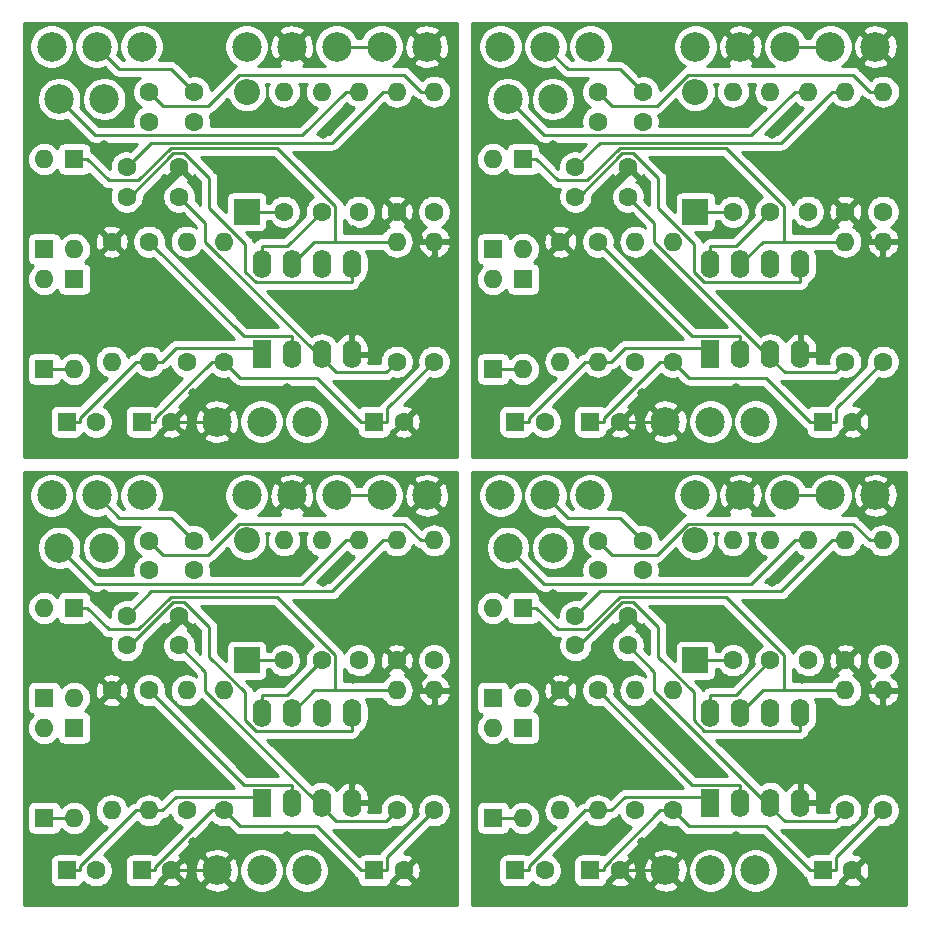
<source format=gbr>
G04 #@! TF.GenerationSoftware,KiCad,Pcbnew,(5.1.2-1)-1*
G04 #@! TF.CreationDate,2019-11-28T20:59:21+09:00*
G04 #@! TF.ProjectId,Eternity_V-cut,45746572-6e69-4747-995f-562d6375742e,rev?*
G04 #@! TF.SameCoordinates,Original*
G04 #@! TF.FileFunction,Copper,L1,Top*
G04 #@! TF.FilePolarity,Positive*
%FSLAX46Y46*%
G04 Gerber Fmt 4.6, Leading zero omitted, Abs format (unit mm)*
G04 Created by KiCad (PCBNEW (5.1.2-1)-1) date 2019-11-28 20:59:21*
%MOMM*%
%LPD*%
G04 APERTURE LIST*
%ADD10C,1.600000*%
%ADD11O,1.600000X1.600000*%
%ADD12R,1.600000X1.600000*%
%ADD13O,2.200000X2.200000*%
%ADD14R,2.200000X2.200000*%
%ADD15C,2.500000*%
%ADD16O,1.600000X2.400000*%
%ADD17R,1.600000X2.400000*%
%ADD18C,0.800000*%
%ADD19C,0.250000*%
%ADD20C,0.254000*%
G04 APERTURE END LIST*
D10*
X135155000Y-128805000D03*
D11*
X135155000Y-138965000D03*
D10*
X97155000Y-128805000D03*
D11*
X97155000Y-138965000D03*
D10*
X135155000Y-90805000D03*
D11*
X135155000Y-100965000D03*
X156110000Y-128805000D03*
D10*
X156110000Y-138965000D03*
D11*
X118110000Y-128805000D03*
D10*
X118110000Y-138965000D03*
D11*
X156110000Y-90805000D03*
D10*
X156110000Y-100965000D03*
D11*
X149760000Y-116105000D03*
D10*
X149760000Y-126265000D03*
D11*
X111760000Y-116105000D03*
D10*
X111760000Y-126265000D03*
D11*
X149760000Y-78105000D03*
D10*
X149760000Y-88265000D03*
D11*
X138330000Y-128805000D03*
D10*
X138330000Y-138965000D03*
D11*
X100330000Y-128805000D03*
D10*
X100330000Y-138965000D03*
D11*
X138330000Y-90805000D03*
D10*
X138330000Y-100965000D03*
X156110000Y-126265000D03*
D11*
X156110000Y-116105000D03*
D10*
X118110000Y-126265000D03*
D11*
X118110000Y-116105000D03*
D10*
X156110000Y-88265000D03*
D11*
X156110000Y-78105000D03*
X159285000Y-128805000D03*
D10*
X159285000Y-138965000D03*
D11*
X121285000Y-128805000D03*
D10*
X121285000Y-138965000D03*
D11*
X159285000Y-90805000D03*
D10*
X159285000Y-100965000D03*
X159285000Y-126265000D03*
D11*
X159285000Y-116105000D03*
D10*
X121285000Y-126265000D03*
D11*
X121285000Y-116105000D03*
D10*
X159285000Y-88265000D03*
D11*
X159285000Y-78105000D03*
X141505000Y-128805000D03*
D10*
X141505000Y-138965000D03*
D11*
X103505000Y-128805000D03*
D10*
X103505000Y-138965000D03*
D11*
X141505000Y-90805000D03*
D10*
X141505000Y-100965000D03*
D11*
X126265000Y-121820000D03*
D12*
X126265000Y-129440000D03*
D11*
X88265000Y-121820000D03*
D12*
X88265000Y-129440000D03*
D11*
X126265000Y-83820000D03*
D12*
X126265000Y-91440000D03*
X128805000Y-131980000D03*
D11*
X128805000Y-139600000D03*
D12*
X90805000Y-131980000D03*
D11*
X90805000Y-139600000D03*
D12*
X128805000Y-93980000D03*
D11*
X128805000Y-101600000D03*
D13*
X143410000Y-116105000D03*
D14*
X143410000Y-126265000D03*
D13*
X105410000Y-116105000D03*
D14*
X105410000Y-126265000D03*
D13*
X143410000Y-78105000D03*
D14*
X143410000Y-88265000D03*
D10*
X138965000Y-116145000D03*
X138965000Y-118645000D03*
X100965000Y-116145000D03*
X100965000Y-118645000D03*
X138965000Y-78145000D03*
X138965000Y-80645000D03*
X133250000Y-122495000D03*
X133250000Y-124995000D03*
X95250000Y-122495000D03*
X95250000Y-124995000D03*
X133250000Y-84495000D03*
X133250000Y-86995000D03*
D15*
X147220000Y-112295000D03*
X109220000Y-112295000D03*
X147220000Y-74295000D03*
X140870000Y-144045000D03*
X102870000Y-144045000D03*
X140870000Y-106045000D03*
X144680000Y-144045000D03*
X106680000Y-144045000D03*
X144680000Y-106045000D03*
X158650000Y-112295000D03*
X120650000Y-112295000D03*
X158650000Y-74295000D03*
X154840000Y-112295000D03*
X116840000Y-112295000D03*
X154840000Y-74295000D03*
X151030000Y-112295000D03*
X113030000Y-112295000D03*
X151030000Y-74295000D03*
X134520000Y-112295000D03*
X96520000Y-112295000D03*
X134520000Y-74295000D03*
X130710000Y-112295000D03*
X92710000Y-112295000D03*
X130710000Y-74295000D03*
X126900000Y-112295000D03*
X88900000Y-112295000D03*
X126900000Y-74295000D03*
X131345000Y-116740000D03*
X93345000Y-116740000D03*
X131345000Y-78740000D03*
X127535000Y-116740000D03*
X89535000Y-116740000D03*
X127535000Y-78740000D03*
X148490000Y-144045000D03*
X110490000Y-144045000D03*
X148490000Y-106045000D03*
D11*
X128805000Y-129440000D03*
D12*
X128805000Y-121820000D03*
D11*
X90805000Y-129440000D03*
D12*
X90805000Y-121820000D03*
D11*
X128805000Y-91440000D03*
D12*
X128805000Y-83820000D03*
D10*
X130670000Y-144045000D03*
D12*
X128170000Y-144045000D03*
D10*
X92670000Y-144045000D03*
D12*
X90170000Y-144045000D03*
D10*
X130670000Y-106045000D03*
D12*
X128170000Y-106045000D03*
D15*
X143410000Y-112295000D03*
X105410000Y-112295000D03*
X143410000Y-74295000D03*
D10*
X137695000Y-124995000D03*
X137695000Y-122495000D03*
X99695000Y-124995000D03*
X99695000Y-122495000D03*
X137695000Y-86995000D03*
X137695000Y-84495000D03*
X156705000Y-144045000D03*
D12*
X154205000Y-144045000D03*
D10*
X118705000Y-144045000D03*
D12*
X116205000Y-144045000D03*
D10*
X156705000Y-106045000D03*
D12*
X154205000Y-106045000D03*
X126265000Y-139600000D03*
D11*
X126265000Y-131980000D03*
D12*
X88265000Y-139600000D03*
D11*
X88265000Y-131980000D03*
D12*
X126265000Y-101600000D03*
D11*
X126265000Y-93980000D03*
D12*
X134520000Y-144045000D03*
D10*
X137020000Y-144045000D03*
D12*
X96520000Y-144045000D03*
D10*
X99020000Y-144045000D03*
D12*
X134520000Y-106045000D03*
D10*
X137020000Y-106045000D03*
X135155000Y-118645000D03*
X135155000Y-116145000D03*
X97155000Y-118645000D03*
X97155000Y-116145000D03*
X135155000Y-80645000D03*
X135155000Y-78145000D03*
X146585000Y-126265000D03*
D11*
X146585000Y-116105000D03*
D10*
X108585000Y-126265000D03*
D11*
X108585000Y-116105000D03*
D10*
X146585000Y-88265000D03*
D11*
X146585000Y-78105000D03*
D16*
X144680000Y-130710000D03*
X152300000Y-138330000D03*
X147220000Y-130710000D03*
X149760000Y-138330000D03*
X149760000Y-130710000D03*
X147220000Y-138330000D03*
X152300000Y-130710000D03*
D17*
X144680000Y-138330000D03*
D16*
X106680000Y-130710000D03*
X114300000Y-138330000D03*
X109220000Y-130710000D03*
X111760000Y-138330000D03*
X111760000Y-130710000D03*
X109220000Y-138330000D03*
X114300000Y-130710000D03*
D17*
X106680000Y-138330000D03*
D16*
X144680000Y-92710000D03*
X152300000Y-100330000D03*
X147220000Y-92710000D03*
X149760000Y-100330000D03*
X149760000Y-92710000D03*
X147220000Y-100330000D03*
X152300000Y-92710000D03*
D17*
X144680000Y-100330000D03*
D11*
X131980000Y-138965000D03*
D10*
X131980000Y-128805000D03*
D11*
X93980000Y-138965000D03*
D10*
X93980000Y-128805000D03*
D11*
X131980000Y-100965000D03*
D10*
X131980000Y-90805000D03*
X152935000Y-126265000D03*
D11*
X152935000Y-116105000D03*
D10*
X114935000Y-126265000D03*
D11*
X114935000Y-116105000D03*
D10*
X152935000Y-88265000D03*
D11*
X152935000Y-78105000D03*
D15*
X105410000Y-74295000D03*
D12*
X116205000Y-106045000D03*
D10*
X118705000Y-106045000D03*
X99020000Y-106045000D03*
D12*
X96520000Y-106045000D03*
D10*
X97155000Y-78145000D03*
X97155000Y-80645000D03*
X95250000Y-86995000D03*
X95250000Y-84495000D03*
X99695000Y-84495000D03*
X99695000Y-86995000D03*
D12*
X90170000Y-106045000D03*
D10*
X92670000Y-106045000D03*
X100965000Y-80645000D03*
X100965000Y-78145000D03*
D14*
X105410000Y-88265000D03*
D13*
X105410000Y-78105000D03*
D11*
X88265000Y-93980000D03*
D12*
X88265000Y-101600000D03*
D11*
X90805000Y-101600000D03*
D12*
X90805000Y-93980000D03*
X88265000Y-91440000D03*
D11*
X88265000Y-83820000D03*
D12*
X90805000Y-83820000D03*
D11*
X90805000Y-91440000D03*
D15*
X110490000Y-106045000D03*
X89535000Y-78740000D03*
X93345000Y-78740000D03*
X88900000Y-74295000D03*
X92710000Y-74295000D03*
X96520000Y-74295000D03*
X113030000Y-74295000D03*
X116840000Y-74295000D03*
X120650000Y-74295000D03*
X106680000Y-106045000D03*
X102870000Y-106045000D03*
X109220000Y-74295000D03*
D10*
X103505000Y-100965000D03*
D11*
X103505000Y-90805000D03*
X121285000Y-78105000D03*
D10*
X121285000Y-88265000D03*
X121285000Y-100965000D03*
D11*
X121285000Y-90805000D03*
X118110000Y-78105000D03*
D10*
X118110000Y-88265000D03*
X100330000Y-100965000D03*
D11*
X100330000Y-90805000D03*
X114935000Y-78105000D03*
D10*
X114935000Y-88265000D03*
X111760000Y-88265000D03*
D11*
X111760000Y-78105000D03*
D10*
X118110000Y-100965000D03*
D11*
X118110000Y-90805000D03*
X97155000Y-100965000D03*
D10*
X97155000Y-90805000D03*
X93980000Y-90805000D03*
D11*
X93980000Y-100965000D03*
X108585000Y-78105000D03*
D10*
X108585000Y-88265000D03*
D17*
X106680000Y-100330000D03*
D16*
X114300000Y-92710000D03*
X109220000Y-100330000D03*
X111760000Y-92710000D03*
X111760000Y-100330000D03*
X109220000Y-92710000D03*
X114300000Y-100330000D03*
X106680000Y-92710000D03*
D18*
X112370000Y-95665000D03*
X108870000Y-95665000D03*
X94870000Y-94165000D03*
X89870000Y-97665000D03*
X87870000Y-105165000D03*
X87370000Y-107165000D03*
X94870000Y-103665000D03*
X94870000Y-108165000D03*
X113370000Y-108165000D03*
X100870000Y-108665000D03*
X104370000Y-108665000D03*
X100870000Y-103665000D03*
X121870000Y-105165000D03*
X121870000Y-108165000D03*
X115487450Y-103282450D03*
X108870000Y-103165000D03*
X105870000Y-97665000D03*
X112370000Y-84665000D03*
X114370000Y-85665000D03*
X118870000Y-97665000D03*
X116870000Y-97665000D03*
X119300600Y-86234400D03*
X122870000Y-81165000D03*
X122370000Y-96165000D03*
X119300600Y-80234400D03*
X100870000Y-74165000D03*
X103370000Y-85665000D03*
X103870000Y-80665000D03*
X110370000Y-79165000D03*
X87370000Y-81165000D03*
X87370000Y-76165000D03*
X91370000Y-76165000D03*
X87870000Y-86665000D03*
X87870000Y-87665000D03*
X92870000Y-88165000D03*
X93370000Y-82665000D03*
X91370000Y-86165000D03*
X111870000Y-81665000D03*
X113870000Y-79665000D03*
X114414300Y-89801700D03*
X110870000Y-103665000D03*
X125870000Y-105165000D03*
X87870000Y-143165000D03*
X125870000Y-143165000D03*
X125370000Y-107165000D03*
X87370000Y-145165000D03*
X125370000Y-145165000D03*
X132870000Y-103665000D03*
X94870000Y-141665000D03*
X132870000Y-141665000D03*
X159870000Y-105165000D03*
X121870000Y-143165000D03*
X159870000Y-143165000D03*
X150370000Y-95665000D03*
X112370000Y-133665000D03*
X150370000Y-133665000D03*
X132870000Y-108165000D03*
X94870000Y-146165000D03*
X132870000Y-146165000D03*
X151370000Y-108165000D03*
X113370000Y-146165000D03*
X151370000Y-146165000D03*
X146870000Y-95665000D03*
X108870000Y-133665000D03*
X146870000Y-133665000D03*
X127870000Y-97665000D03*
X89870000Y-135665000D03*
X127870000Y-135665000D03*
X138870000Y-108665000D03*
X100870000Y-146665000D03*
X138870000Y-146665000D03*
X132870000Y-94165000D03*
X94870000Y-132165000D03*
X132870000Y-132165000D03*
X138870000Y-103665000D03*
X100870000Y-141665000D03*
X138870000Y-141665000D03*
X142370000Y-108665000D03*
X104370000Y-146665000D03*
X142370000Y-146665000D03*
X159870000Y-108165000D03*
X121870000Y-146165000D03*
X159870000Y-146165000D03*
X150370000Y-84665000D03*
X112370000Y-122665000D03*
X150370000Y-122665000D03*
X146870000Y-103165000D03*
X108870000Y-141165000D03*
X146870000Y-141165000D03*
X152370000Y-85665000D03*
X114370000Y-123665000D03*
X152370000Y-123665000D03*
X143870000Y-97665000D03*
X105870000Y-135665000D03*
X143870000Y-135665000D03*
X153487450Y-103282450D03*
X115487450Y-141282450D03*
X153487450Y-141282450D03*
X160870000Y-81165000D03*
X122870000Y-119165000D03*
X160870000Y-119165000D03*
X160370000Y-96165000D03*
X122370000Y-134165000D03*
X160370000Y-134165000D03*
X154870000Y-97665000D03*
X116870000Y-135665000D03*
X154870000Y-135665000D03*
X156870000Y-97665000D03*
X118870000Y-135665000D03*
X156870000Y-135665000D03*
X157300600Y-86234400D03*
X119300600Y-124234400D03*
X157300600Y-124234400D03*
X125370000Y-81165000D03*
X87370000Y-119165000D03*
X125370000Y-119165000D03*
X141870000Y-80665000D03*
X103870000Y-118665000D03*
X141870000Y-118665000D03*
X148370000Y-79165000D03*
X110370000Y-117165000D03*
X148370000Y-117165000D03*
X157300600Y-80234400D03*
X119300600Y-118234400D03*
X157300600Y-118234400D03*
X125370000Y-76165000D03*
X87370000Y-114165000D03*
X125370000Y-114165000D03*
X141370000Y-85665000D03*
X103370000Y-123665000D03*
X141370000Y-123665000D03*
X138870000Y-74165000D03*
X100870000Y-112165000D03*
X138870000Y-112165000D03*
X125870000Y-86665000D03*
X87870000Y-124665000D03*
X125870000Y-124665000D03*
X130870000Y-88165000D03*
X92870000Y-126165000D03*
X130870000Y-126165000D03*
X129370000Y-86165000D03*
X91370000Y-124165000D03*
X129370000Y-124165000D03*
X129370000Y-76165000D03*
X91370000Y-114165000D03*
X129370000Y-114165000D03*
X125870000Y-87665000D03*
X87870000Y-125665000D03*
X125870000Y-125665000D03*
X131370000Y-82665000D03*
X93370000Y-120665000D03*
X131370000Y-120665000D03*
X152414300Y-89801700D03*
X114414300Y-127801700D03*
X152414300Y-127801700D03*
X148870000Y-103665000D03*
X110870000Y-141665000D03*
X148870000Y-141665000D03*
X149870000Y-81665000D03*
X111870000Y-119665000D03*
X149870000Y-119665000D03*
X151870000Y-79665000D03*
X113870000Y-117665000D03*
X151870000Y-117665000D03*
D19*
X121285000Y-78105000D02*
X120159700Y-78105000D01*
X120159700Y-78105000D02*
X118731700Y-76677000D01*
X118731700Y-76677000D02*
X104777800Y-76677000D01*
X104777800Y-76677000D02*
X102137900Y-79316900D01*
X102137900Y-79316900D02*
X98326900Y-79316900D01*
X98326900Y-79316900D02*
X97155000Y-78145000D01*
X116205000Y-106045000D02*
X117330300Y-106045000D01*
X121285000Y-100965000D02*
X117330300Y-104919700D01*
X117330300Y-104919700D02*
X117330300Y-106045000D01*
X116205000Y-106045000D02*
X115079700Y-106045000D01*
X103505000Y-100965000D02*
X104860200Y-102320200D01*
X104860200Y-102320200D02*
X111354900Y-102320200D01*
X111354900Y-102320200D02*
X115079700Y-106045000D01*
X97645300Y-106045000D02*
X97645300Y-105763600D01*
X97645300Y-105763600D02*
X102443900Y-100965000D01*
X102443900Y-100965000D02*
X103505000Y-100965000D01*
X96520000Y-106045000D02*
X97645300Y-106045000D01*
X106680000Y-92710000D02*
X106680000Y-91184700D01*
X106680000Y-91184700D02*
X108840300Y-91184700D01*
X108840300Y-91184700D02*
X111760000Y-88265000D01*
X154205000Y-106045000D02*
X153079700Y-106045000D01*
X116205000Y-144045000D02*
X115079700Y-144045000D01*
X154205000Y-144045000D02*
X153079700Y-144045000D01*
X142777800Y-76677000D02*
X140137900Y-79316900D01*
X104777800Y-114677000D02*
X102137900Y-117316900D01*
X142777800Y-114677000D02*
X140137900Y-117316900D01*
X159285000Y-100965000D02*
X155330300Y-104919700D01*
X121285000Y-138965000D02*
X117330300Y-142919700D01*
X159285000Y-138965000D02*
X155330300Y-142919700D01*
X141505000Y-100965000D02*
X142860200Y-102320200D01*
X103505000Y-138965000D02*
X104860200Y-140320200D01*
X141505000Y-138965000D02*
X142860200Y-140320200D01*
X136326900Y-79316900D02*
X135155000Y-78145000D01*
X98326900Y-117316900D02*
X97155000Y-116145000D01*
X136326900Y-117316900D02*
X135155000Y-116145000D01*
X155330300Y-104919700D02*
X155330300Y-106045000D01*
X117330300Y-142919700D02*
X117330300Y-144045000D01*
X155330300Y-142919700D02*
X155330300Y-144045000D01*
X159285000Y-78105000D02*
X158159700Y-78105000D01*
X121285000Y-116105000D02*
X120159700Y-116105000D01*
X159285000Y-116105000D02*
X158159700Y-116105000D01*
X158159700Y-78105000D02*
X156731700Y-76677000D01*
X120159700Y-116105000D02*
X118731700Y-114677000D01*
X158159700Y-116105000D02*
X156731700Y-114677000D01*
X156731700Y-76677000D02*
X142777800Y-76677000D01*
X118731700Y-114677000D02*
X104777800Y-114677000D01*
X156731700Y-114677000D02*
X142777800Y-114677000D01*
X154205000Y-106045000D02*
X155330300Y-106045000D01*
X116205000Y-144045000D02*
X117330300Y-144045000D01*
X154205000Y-144045000D02*
X155330300Y-144045000D01*
X140137900Y-79316900D02*
X136326900Y-79316900D01*
X102137900Y-117316900D02*
X98326900Y-117316900D01*
X140137900Y-117316900D02*
X136326900Y-117316900D01*
X135645300Y-106045000D02*
X135645300Y-105763600D01*
X97645300Y-144045000D02*
X97645300Y-143763600D01*
X135645300Y-144045000D02*
X135645300Y-143763600D01*
X149354900Y-102320200D02*
X153079700Y-106045000D01*
X111354900Y-140320200D02*
X115079700Y-144045000D01*
X149354900Y-140320200D02*
X153079700Y-144045000D01*
X142860200Y-102320200D02*
X149354900Y-102320200D01*
X104860200Y-140320200D02*
X111354900Y-140320200D01*
X142860200Y-140320200D02*
X149354900Y-140320200D01*
X140443900Y-100965000D02*
X141505000Y-100965000D01*
X102443900Y-138965000D02*
X103505000Y-138965000D01*
X140443900Y-138965000D02*
X141505000Y-138965000D01*
X134520000Y-106045000D02*
X135645300Y-106045000D01*
X96520000Y-144045000D02*
X97645300Y-144045000D01*
X134520000Y-144045000D02*
X135645300Y-144045000D01*
X135645300Y-105763600D02*
X140443900Y-100965000D01*
X97645300Y-143763600D02*
X102443900Y-138965000D01*
X135645300Y-143763600D02*
X140443900Y-138965000D01*
X144680000Y-92710000D02*
X144680000Y-91184700D01*
X106680000Y-130710000D02*
X106680000Y-129184700D01*
X144680000Y-130710000D02*
X144680000Y-129184700D01*
X144680000Y-91184700D02*
X146840300Y-91184700D01*
X106680000Y-129184700D02*
X108840300Y-129184700D01*
X144680000Y-129184700D02*
X146840300Y-129184700D01*
X146840300Y-91184700D02*
X149760000Y-88265000D01*
X108840300Y-129184700D02*
X111760000Y-126265000D01*
X146840300Y-129184700D02*
X149760000Y-126265000D01*
X121285000Y-90805000D02*
X120159700Y-90805000D01*
X118110000Y-88265000D02*
X120159700Y-90314700D01*
X120159700Y-90314700D02*
X120159700Y-90805000D01*
X121285000Y-90805000D02*
X121285000Y-91930300D01*
X114300000Y-100330000D02*
X114300000Y-98804700D01*
X114300000Y-98804700D02*
X121174400Y-91930300D01*
X121174400Y-91930300D02*
X121285000Y-91930300D01*
X99020000Y-106045000D02*
X102870000Y-106045000D01*
X93980000Y-90805000D02*
X99695000Y-85090000D01*
X99695000Y-85090000D02*
X99695000Y-84495000D01*
X131980000Y-90805000D02*
X137695000Y-85090000D01*
X93980000Y-128805000D02*
X99695000Y-123090000D01*
X131980000Y-128805000D02*
X137695000Y-123090000D01*
X137020000Y-106045000D02*
X140870000Y-106045000D01*
X99020000Y-144045000D02*
X102870000Y-144045000D01*
X137020000Y-144045000D02*
X140870000Y-144045000D01*
X137695000Y-85090000D02*
X137695000Y-84495000D01*
X99695000Y-123090000D02*
X99695000Y-122495000D01*
X137695000Y-123090000D02*
X137695000Y-122495000D01*
X159285000Y-90805000D02*
X158159700Y-90805000D01*
X121285000Y-128805000D02*
X120159700Y-128805000D01*
X159285000Y-128805000D02*
X158159700Y-128805000D01*
X158159700Y-90314700D02*
X158159700Y-90805000D01*
X120159700Y-128314700D02*
X120159700Y-128805000D01*
X158159700Y-128314700D02*
X158159700Y-128805000D01*
X156110000Y-88265000D02*
X158159700Y-90314700D01*
X118110000Y-126265000D02*
X120159700Y-128314700D01*
X156110000Y-126265000D02*
X158159700Y-128314700D01*
X159285000Y-90805000D02*
X159285000Y-91930300D01*
X121285000Y-128805000D02*
X121285000Y-129930300D01*
X159285000Y-128805000D02*
X159285000Y-129930300D01*
X159174400Y-91930300D02*
X159285000Y-91930300D01*
X121174400Y-129930300D02*
X121285000Y-129930300D01*
X159174400Y-129930300D02*
X159285000Y-129930300D01*
X152300000Y-98804700D02*
X159174400Y-91930300D01*
X114300000Y-136804700D02*
X121174400Y-129930300D01*
X152300000Y-136804700D02*
X159174400Y-129930300D01*
X152300000Y-100330000D02*
X152300000Y-98804700D01*
X114300000Y-138330000D02*
X114300000Y-136804700D01*
X152300000Y-138330000D02*
X152300000Y-136804700D01*
X116984700Y-78105000D02*
X112671300Y-82418400D01*
X112671300Y-82418400D02*
X97326600Y-82418400D01*
X97326600Y-82418400D02*
X95250000Y-84495000D01*
X118110000Y-78105000D02*
X116984700Y-78105000D01*
X156110000Y-78105000D02*
X154984700Y-78105000D01*
X118110000Y-116105000D02*
X116984700Y-116105000D01*
X156110000Y-116105000D02*
X154984700Y-116105000D01*
X154984700Y-78105000D02*
X150671300Y-82418400D01*
X116984700Y-116105000D02*
X112671300Y-120418400D01*
X154984700Y-116105000D02*
X150671300Y-120418400D01*
X150671300Y-82418400D02*
X135326600Y-82418400D01*
X112671300Y-120418400D02*
X97326600Y-120418400D01*
X150671300Y-120418400D02*
X135326600Y-120418400D01*
X135326600Y-82418400D02*
X133250000Y-84495000D01*
X97326600Y-120418400D02*
X95250000Y-122495000D01*
X135326600Y-120418400D02*
X133250000Y-122495000D01*
X114300000Y-92710000D02*
X114300000Y-94235300D01*
X114300000Y-94235300D02*
X106173600Y-94235300D01*
X106173600Y-94235300D02*
X105284400Y-93346100D01*
X105284400Y-93346100D02*
X105284400Y-90979400D01*
X105284400Y-90979400D02*
X102260700Y-87955700D01*
X102260700Y-87955700D02*
X102260700Y-85449600D01*
X102260700Y-85449600D02*
X100130200Y-83319100D01*
X100130200Y-83319100D02*
X99196800Y-83319100D01*
X99196800Y-83319100D02*
X95520900Y-86995000D01*
X95520900Y-86995000D02*
X95250000Y-86995000D01*
X152300000Y-94235300D02*
X144173600Y-94235300D01*
X114300000Y-132235300D02*
X106173600Y-132235300D01*
X152300000Y-132235300D02*
X144173600Y-132235300D01*
X152300000Y-92710000D02*
X152300000Y-94235300D01*
X114300000Y-130710000D02*
X114300000Y-132235300D01*
X152300000Y-130710000D02*
X152300000Y-132235300D01*
X144173600Y-94235300D02*
X143284400Y-93346100D01*
X106173600Y-132235300D02*
X105284400Y-131346100D01*
X144173600Y-132235300D02*
X143284400Y-131346100D01*
X143284400Y-93346100D02*
X143284400Y-90979400D01*
X105284400Y-131346100D02*
X105284400Y-128979400D01*
X143284400Y-131346100D02*
X143284400Y-128979400D01*
X143284400Y-90979400D02*
X140260700Y-87955700D01*
X105284400Y-128979400D02*
X102260700Y-125955700D01*
X143284400Y-128979400D02*
X140260700Y-125955700D01*
X140260700Y-87955700D02*
X140260700Y-85449600D01*
X102260700Y-125955700D02*
X102260700Y-123449600D01*
X140260700Y-125955700D02*
X140260700Y-123449600D01*
X140260700Y-85449600D02*
X138130200Y-83319100D01*
X102260700Y-123449600D02*
X100130200Y-121319100D01*
X140260700Y-123449600D02*
X138130200Y-121319100D01*
X138130200Y-83319100D02*
X137196800Y-83319100D01*
X100130200Y-121319100D02*
X99196800Y-121319100D01*
X138130200Y-121319100D02*
X137196800Y-121319100D01*
X137196800Y-83319100D02*
X133520900Y-86995000D01*
X99196800Y-121319100D02*
X95520900Y-124995000D01*
X137196800Y-121319100D02*
X133520900Y-124995000D01*
X133520900Y-86995000D02*
X133250000Y-86995000D01*
X95520900Y-124995000D02*
X95250000Y-124995000D01*
X133520900Y-124995000D02*
X133250000Y-124995000D01*
X118110000Y-100965000D02*
X117205200Y-101869800D01*
X117205200Y-101869800D02*
X112951600Y-101869800D01*
X112951600Y-101869800D02*
X111760000Y-100678200D01*
X99695000Y-86995000D02*
X101917500Y-89217500D01*
X101917500Y-89217500D02*
X101917500Y-90835700D01*
X101917500Y-90835700D02*
X111760000Y-100678200D01*
X111760000Y-100330000D02*
X111760000Y-100678200D01*
X156110000Y-100965000D02*
X155205200Y-101869800D01*
X118110000Y-138965000D02*
X117205200Y-139869800D01*
X156110000Y-138965000D02*
X155205200Y-139869800D01*
X155205200Y-101869800D02*
X150951600Y-101869800D01*
X117205200Y-139869800D02*
X112951600Y-139869800D01*
X155205200Y-139869800D02*
X150951600Y-139869800D01*
X150951600Y-101869800D02*
X149760000Y-100678200D01*
X112951600Y-139869800D02*
X111760000Y-138678200D01*
X150951600Y-139869800D02*
X149760000Y-138678200D01*
X137695000Y-86995000D02*
X139917500Y-89217500D01*
X99695000Y-124995000D02*
X101917500Y-127217500D01*
X137695000Y-124995000D02*
X139917500Y-127217500D01*
X139917500Y-89217500D02*
X139917500Y-90835700D01*
X101917500Y-127217500D02*
X101917500Y-128835700D01*
X139917500Y-127217500D02*
X139917500Y-128835700D01*
X139917500Y-90835700D02*
X149760000Y-100678200D01*
X101917500Y-128835700D02*
X111760000Y-138678200D01*
X139917500Y-128835700D02*
X149760000Y-138678200D01*
X149760000Y-100330000D02*
X149760000Y-100678200D01*
X111760000Y-138330000D02*
X111760000Y-138678200D01*
X149760000Y-138330000D02*
X149760000Y-138678200D01*
X97155000Y-100965000D02*
X98280300Y-100965000D01*
X106680000Y-100330000D02*
X106189700Y-99839700D01*
X106189700Y-99839700D02*
X99405600Y-99839700D01*
X99405600Y-99839700D02*
X98280300Y-100965000D01*
X97155000Y-100965000D02*
X96029700Y-100965000D01*
X96029700Y-100965000D02*
X91295300Y-105699400D01*
X91295300Y-105699400D02*
X91295300Y-106045000D01*
X90170000Y-106045000D02*
X91295300Y-106045000D01*
X135155000Y-100965000D02*
X136280300Y-100965000D01*
X97155000Y-138965000D02*
X98280300Y-138965000D01*
X135155000Y-138965000D02*
X136280300Y-138965000D01*
X144680000Y-100330000D02*
X144189700Y-99839700D01*
X106680000Y-138330000D02*
X106189700Y-137839700D01*
X144680000Y-138330000D02*
X144189700Y-137839700D01*
X144189700Y-99839700D02*
X137405600Y-99839700D01*
X106189700Y-137839700D02*
X99405600Y-137839700D01*
X144189700Y-137839700D02*
X137405600Y-137839700D01*
X137405600Y-99839700D02*
X136280300Y-100965000D01*
X99405600Y-137839700D02*
X98280300Y-138965000D01*
X137405600Y-137839700D02*
X136280300Y-138965000D01*
X135155000Y-100965000D02*
X134029700Y-100965000D01*
X97155000Y-138965000D02*
X96029700Y-138965000D01*
X135155000Y-138965000D02*
X134029700Y-138965000D01*
X134029700Y-100965000D02*
X129295300Y-105699400D01*
X96029700Y-138965000D02*
X91295300Y-143699400D01*
X134029700Y-138965000D02*
X129295300Y-143699400D01*
X129295300Y-105699400D02*
X129295300Y-106045000D01*
X91295300Y-143699400D02*
X91295300Y-144045000D01*
X129295300Y-143699400D02*
X129295300Y-144045000D01*
X128170000Y-106045000D02*
X129295300Y-106045000D01*
X90170000Y-144045000D02*
X91295300Y-144045000D01*
X128170000Y-144045000D02*
X129295300Y-144045000D01*
X116840000Y-74295000D02*
X113030000Y-74295000D01*
X154840000Y-74295000D02*
X151030000Y-74295000D01*
X116840000Y-112295000D02*
X113030000Y-112295000D01*
X154840000Y-112295000D02*
X151030000Y-112295000D01*
X100965000Y-78145000D02*
X99016300Y-76196300D01*
X99016300Y-76196300D02*
X94611300Y-76196300D01*
X94611300Y-76196300D02*
X92710000Y-74295000D01*
X138965000Y-78145000D02*
X137016300Y-76196300D01*
X100965000Y-116145000D02*
X99016300Y-114196300D01*
X138965000Y-116145000D02*
X137016300Y-114196300D01*
X137016300Y-76196300D02*
X132611300Y-76196300D01*
X99016300Y-114196300D02*
X94611300Y-114196300D01*
X137016300Y-114196300D02*
X132611300Y-114196300D01*
X132611300Y-76196300D02*
X130710000Y-74295000D01*
X94611300Y-114196300D02*
X92710000Y-112295000D01*
X132611300Y-114196300D02*
X130710000Y-112295000D01*
X108585000Y-88265000D02*
X105410000Y-88265000D01*
X146585000Y-88265000D02*
X143410000Y-88265000D01*
X108585000Y-126265000D02*
X105410000Y-126265000D01*
X146585000Y-126265000D02*
X143410000Y-126265000D01*
X90805000Y-101600000D02*
X88265000Y-101600000D01*
X128805000Y-101600000D02*
X126265000Y-101600000D01*
X90805000Y-139600000D02*
X88265000Y-139600000D01*
X128805000Y-139600000D02*
X126265000Y-139600000D01*
X112912700Y-90805000D02*
X112912700Y-87801000D01*
X112912700Y-87801000D02*
X107980400Y-82868700D01*
X107980400Y-82868700D02*
X99010200Y-82868700D01*
X99010200Y-82868700D02*
X96254200Y-85624700D01*
X96254200Y-85624700D02*
X93735000Y-85624700D01*
X93735000Y-85624700D02*
X91930300Y-83820000D01*
X112912700Y-90805000D02*
X118110000Y-90805000D01*
X109220000Y-92710000D02*
X111125000Y-90805000D01*
X111125000Y-90805000D02*
X112912700Y-90805000D01*
X90805000Y-83820000D02*
X91930300Y-83820000D01*
X131735000Y-85624700D02*
X129930300Y-83820000D01*
X93735000Y-123624700D02*
X91930300Y-121820000D01*
X131735000Y-123624700D02*
X129930300Y-121820000D01*
X150912700Y-90805000D02*
X156110000Y-90805000D01*
X112912700Y-128805000D02*
X118110000Y-128805000D01*
X150912700Y-128805000D02*
X156110000Y-128805000D01*
X147220000Y-92710000D02*
X149125000Y-90805000D01*
X109220000Y-130710000D02*
X111125000Y-128805000D01*
X147220000Y-130710000D02*
X149125000Y-128805000D01*
X149125000Y-90805000D02*
X150912700Y-90805000D01*
X111125000Y-128805000D02*
X112912700Y-128805000D01*
X149125000Y-128805000D02*
X150912700Y-128805000D01*
X128805000Y-83820000D02*
X129930300Y-83820000D01*
X90805000Y-121820000D02*
X91930300Y-121820000D01*
X128805000Y-121820000D02*
X129930300Y-121820000D01*
X150912700Y-90805000D02*
X150912700Y-87801000D01*
X112912700Y-128805000D02*
X112912700Y-125801000D01*
X150912700Y-128805000D02*
X150912700Y-125801000D01*
X150912700Y-87801000D02*
X145980400Y-82868700D01*
X112912700Y-125801000D02*
X107980400Y-120868700D01*
X150912700Y-125801000D02*
X145980400Y-120868700D01*
X145980400Y-82868700D02*
X137010200Y-82868700D01*
X107980400Y-120868700D02*
X99010200Y-120868700D01*
X145980400Y-120868700D02*
X137010200Y-120868700D01*
X137010200Y-82868700D02*
X134254200Y-85624700D01*
X99010200Y-120868700D02*
X96254200Y-123624700D01*
X137010200Y-120868700D02*
X134254200Y-123624700D01*
X134254200Y-85624700D02*
X131735000Y-85624700D01*
X96254200Y-123624700D02*
X93735000Y-123624700D01*
X134254200Y-123624700D02*
X131735000Y-123624700D01*
X114935000Y-78105000D02*
X113809700Y-78105000D01*
X113809700Y-78105000D02*
X110124800Y-81789900D01*
X110124800Y-81789900D02*
X92584900Y-81789900D01*
X92584900Y-81789900D02*
X89535000Y-78740000D01*
X152935000Y-78105000D02*
X151809700Y-78105000D01*
X114935000Y-116105000D02*
X113809700Y-116105000D01*
X152935000Y-116105000D02*
X151809700Y-116105000D01*
X151809700Y-78105000D02*
X148124800Y-81789900D01*
X113809700Y-116105000D02*
X110124800Y-119789900D01*
X151809700Y-116105000D02*
X148124800Y-119789900D01*
X148124800Y-81789900D02*
X130584900Y-81789900D01*
X110124800Y-119789900D02*
X92584900Y-119789900D01*
X148124800Y-119789900D02*
X130584900Y-119789900D01*
X130584900Y-81789900D02*
X127535000Y-78740000D01*
X92584900Y-119789900D02*
X89535000Y-116740000D01*
X130584900Y-119789900D02*
X127535000Y-116740000D01*
X109220000Y-100330000D02*
X109220000Y-98804700D01*
X109220000Y-98804700D02*
X105154700Y-98804700D01*
X105154700Y-98804700D02*
X97155000Y-90805000D01*
X147220000Y-100330000D02*
X147220000Y-98804700D01*
X109220000Y-138330000D02*
X109220000Y-136804700D01*
X147220000Y-138330000D02*
X147220000Y-136804700D01*
X147220000Y-98804700D02*
X143154700Y-98804700D01*
X109220000Y-136804700D02*
X105154700Y-136804700D01*
X147220000Y-136804700D02*
X143154700Y-136804700D01*
X143154700Y-98804700D02*
X135155000Y-90805000D01*
X105154700Y-136804700D02*
X97155000Y-128805000D01*
X143154700Y-136804700D02*
X135155000Y-128805000D01*
D20*
G36*
X123210000Y-109005000D02*
G01*
X86530000Y-109005000D01*
X86530000Y-100800000D01*
X86826928Y-100800000D01*
X86826928Y-102400000D01*
X86839188Y-102524482D01*
X86875498Y-102644180D01*
X86934463Y-102754494D01*
X87013815Y-102851185D01*
X87110506Y-102930537D01*
X87220820Y-102989502D01*
X87340518Y-103025812D01*
X87465000Y-103038072D01*
X89065000Y-103038072D01*
X89189482Y-103025812D01*
X89309180Y-102989502D01*
X89419494Y-102930537D01*
X89516185Y-102851185D01*
X89595537Y-102754494D01*
X89654502Y-102644180D01*
X89690812Y-102524482D01*
X89692581Y-102506518D01*
X89785392Y-102619608D01*
X90003899Y-102798932D01*
X90253192Y-102932182D01*
X90523691Y-103014236D01*
X90734508Y-103035000D01*
X90875492Y-103035000D01*
X91086309Y-103014236D01*
X91356808Y-102932182D01*
X91606101Y-102798932D01*
X91824608Y-102619608D01*
X92003932Y-102401101D01*
X92137182Y-102151808D01*
X92219236Y-101881309D01*
X92246943Y-101600000D01*
X92219236Y-101318691D01*
X92137182Y-101048192D01*
X92003932Y-100798899D01*
X91824608Y-100580392D01*
X91606101Y-100401068D01*
X91356808Y-100267818D01*
X91086309Y-100185764D01*
X90875492Y-100165000D01*
X90734508Y-100165000D01*
X90523691Y-100185764D01*
X90253192Y-100267818D01*
X90003899Y-100401068D01*
X89785392Y-100580392D01*
X89692581Y-100693482D01*
X89690812Y-100675518D01*
X89654502Y-100555820D01*
X89595537Y-100445506D01*
X89516185Y-100348815D01*
X89419494Y-100269463D01*
X89309180Y-100210498D01*
X89189482Y-100174188D01*
X89065000Y-100161928D01*
X87465000Y-100161928D01*
X87340518Y-100174188D01*
X87220820Y-100210498D01*
X87110506Y-100269463D01*
X87013815Y-100348815D01*
X86934463Y-100445506D01*
X86875498Y-100555820D01*
X86839188Y-100675518D01*
X86826928Y-100800000D01*
X86530000Y-100800000D01*
X86530000Y-93980000D01*
X86823057Y-93980000D01*
X86850764Y-94261309D01*
X86932818Y-94531808D01*
X87066068Y-94781101D01*
X87245392Y-94999608D01*
X87463899Y-95178932D01*
X87713192Y-95312182D01*
X87983691Y-95394236D01*
X88194508Y-95415000D01*
X88335492Y-95415000D01*
X88546309Y-95394236D01*
X88816808Y-95312182D01*
X89066101Y-95178932D01*
X89284608Y-94999608D01*
X89377419Y-94886518D01*
X89379188Y-94904482D01*
X89415498Y-95024180D01*
X89474463Y-95134494D01*
X89553815Y-95231185D01*
X89650506Y-95310537D01*
X89760820Y-95369502D01*
X89880518Y-95405812D01*
X90005000Y-95418072D01*
X91605000Y-95418072D01*
X91729482Y-95405812D01*
X91849180Y-95369502D01*
X91959494Y-95310537D01*
X92056185Y-95231185D01*
X92135537Y-95134494D01*
X92194502Y-95024180D01*
X92230812Y-94904482D01*
X92243072Y-94780000D01*
X92243072Y-93180000D01*
X92230812Y-93055518D01*
X92194502Y-92935820D01*
X92135537Y-92825506D01*
X92056185Y-92728815D01*
X91959494Y-92649463D01*
X91849180Y-92590498D01*
X91729482Y-92554188D01*
X91711518Y-92552419D01*
X91824608Y-92459608D01*
X92003932Y-92241101D01*
X92137182Y-91991808D01*
X92196062Y-91797702D01*
X93166903Y-91797702D01*
X93238486Y-92041671D01*
X93493996Y-92162571D01*
X93768184Y-92231300D01*
X94050512Y-92245217D01*
X94330130Y-92203787D01*
X94596292Y-92108603D01*
X94721514Y-92041671D01*
X94793097Y-91797702D01*
X93980000Y-90984605D01*
X93166903Y-91797702D01*
X92196062Y-91797702D01*
X92219236Y-91721309D01*
X92246943Y-91440000D01*
X92219236Y-91158691D01*
X92137182Y-90888192D01*
X92130405Y-90875512D01*
X92539783Y-90875512D01*
X92581213Y-91155130D01*
X92676397Y-91421292D01*
X92743329Y-91546514D01*
X92987298Y-91618097D01*
X93800395Y-90805000D01*
X94159605Y-90805000D01*
X94972702Y-91618097D01*
X95216671Y-91546514D01*
X95337571Y-91291004D01*
X95406300Y-91016816D01*
X95420217Y-90734488D01*
X95378787Y-90454870D01*
X95283603Y-90188708D01*
X95216671Y-90063486D01*
X94972702Y-89991903D01*
X94159605Y-90805000D01*
X93800395Y-90805000D01*
X92987298Y-89991903D01*
X92743329Y-90063486D01*
X92622429Y-90318996D01*
X92553700Y-90593184D01*
X92539783Y-90875512D01*
X92130405Y-90875512D01*
X92003932Y-90638899D01*
X91824608Y-90420392D01*
X91606101Y-90241068D01*
X91356808Y-90107818D01*
X91086309Y-90025764D01*
X90875492Y-90005000D01*
X90734508Y-90005000D01*
X90523691Y-90025764D01*
X90253192Y-90107818D01*
X90003899Y-90241068D01*
X89785392Y-90420392D01*
X89692581Y-90533482D01*
X89690812Y-90515518D01*
X89654502Y-90395820D01*
X89595537Y-90285506D01*
X89516185Y-90188815D01*
X89419494Y-90109463D01*
X89309180Y-90050498D01*
X89189482Y-90014188D01*
X89065000Y-90001928D01*
X87465000Y-90001928D01*
X87340518Y-90014188D01*
X87220820Y-90050498D01*
X87110506Y-90109463D01*
X87013815Y-90188815D01*
X86934463Y-90285506D01*
X86875498Y-90395820D01*
X86839188Y-90515518D01*
X86826928Y-90640000D01*
X86826928Y-92240000D01*
X86839188Y-92364482D01*
X86875498Y-92484180D01*
X86934463Y-92594494D01*
X87013815Y-92691185D01*
X87110506Y-92770537D01*
X87220820Y-92829502D01*
X87340518Y-92865812D01*
X87358482Y-92867581D01*
X87245392Y-92960392D01*
X87066068Y-93178899D01*
X86932818Y-93428192D01*
X86850764Y-93698691D01*
X86823057Y-93980000D01*
X86530000Y-93980000D01*
X86530000Y-89812298D01*
X93166903Y-89812298D01*
X93980000Y-90625395D01*
X94793097Y-89812298D01*
X94721514Y-89568329D01*
X94466004Y-89447429D01*
X94191816Y-89378700D01*
X93909488Y-89364783D01*
X93629870Y-89406213D01*
X93363708Y-89501397D01*
X93238486Y-89568329D01*
X93166903Y-89812298D01*
X86530000Y-89812298D01*
X86530000Y-83820000D01*
X86823057Y-83820000D01*
X86850764Y-84101309D01*
X86932818Y-84371808D01*
X87066068Y-84621101D01*
X87245392Y-84839608D01*
X87463899Y-85018932D01*
X87713192Y-85152182D01*
X87983691Y-85234236D01*
X88194508Y-85255000D01*
X88335492Y-85255000D01*
X88546309Y-85234236D01*
X88816808Y-85152182D01*
X89066101Y-85018932D01*
X89284608Y-84839608D01*
X89377419Y-84726518D01*
X89379188Y-84744482D01*
X89415498Y-84864180D01*
X89474463Y-84974494D01*
X89553815Y-85071185D01*
X89650506Y-85150537D01*
X89760820Y-85209502D01*
X89880518Y-85245812D01*
X90005000Y-85258072D01*
X91605000Y-85258072D01*
X91729482Y-85245812D01*
X91849180Y-85209502D01*
X91959494Y-85150537D01*
X92056185Y-85071185D01*
X92078947Y-85043449D01*
X93171201Y-86135703D01*
X93194999Y-86164701D01*
X93310724Y-86259674D01*
X93442753Y-86330246D01*
X93586014Y-86373703D01*
X93697667Y-86384700D01*
X93697676Y-86384700D01*
X93734999Y-86388376D01*
X93772322Y-86384700D01*
X93949562Y-86384700D01*
X93870147Y-86576426D01*
X93815000Y-86853665D01*
X93815000Y-87136335D01*
X93870147Y-87413574D01*
X93978320Y-87674727D01*
X94135363Y-87909759D01*
X94335241Y-88109637D01*
X94570273Y-88266680D01*
X94831426Y-88374853D01*
X95108665Y-88430000D01*
X95391335Y-88430000D01*
X95668574Y-88374853D01*
X95929727Y-88266680D01*
X96164759Y-88109637D01*
X96364637Y-87909759D01*
X96521680Y-87674727D01*
X96629853Y-87413574D01*
X96685000Y-87136335D01*
X96685000Y-86905701D01*
X98422054Y-85168648D01*
X98458329Y-85236514D01*
X98702298Y-85308097D01*
X99515395Y-84495000D01*
X99501253Y-84480858D01*
X99680858Y-84301253D01*
X99695000Y-84315395D01*
X99709143Y-84301253D01*
X99888748Y-84480858D01*
X99874605Y-84495000D01*
X100687702Y-85308097D01*
X100931671Y-85236514D01*
X100944885Y-85208587D01*
X101500701Y-85764403D01*
X101500700Y-87725899D01*
X101093688Y-87318886D01*
X101130000Y-87136335D01*
X101130000Y-86853665D01*
X101074853Y-86576426D01*
X100966680Y-86315273D01*
X100809637Y-86080241D01*
X100609759Y-85880363D01*
X100409131Y-85746308D01*
X100436514Y-85731671D01*
X100508097Y-85487702D01*
X99695000Y-84674605D01*
X98881903Y-85487702D01*
X98953486Y-85731671D01*
X98982341Y-85745324D01*
X98780241Y-85880363D01*
X98580363Y-86080241D01*
X98423320Y-86315273D01*
X98315147Y-86576426D01*
X98260000Y-86853665D01*
X98260000Y-87136335D01*
X98315147Y-87413574D01*
X98423320Y-87674727D01*
X98580363Y-87909759D01*
X98780241Y-88109637D01*
X99015273Y-88266680D01*
X99276426Y-88374853D01*
X99553665Y-88430000D01*
X99836335Y-88430000D01*
X100018886Y-88393688D01*
X101157500Y-89532302D01*
X101157500Y-89627733D01*
X101131101Y-89606068D01*
X100881808Y-89472818D01*
X100611309Y-89390764D01*
X100400492Y-89370000D01*
X100259508Y-89370000D01*
X100048691Y-89390764D01*
X99778192Y-89472818D01*
X99528899Y-89606068D01*
X99310392Y-89785392D01*
X99131068Y-90003899D01*
X98997818Y-90253192D01*
X98915764Y-90523691D01*
X98888057Y-90805000D01*
X98915764Y-91086309D01*
X98997818Y-91356808D01*
X99131068Y-91606101D01*
X99310392Y-91824608D01*
X99528899Y-92003932D01*
X99778192Y-92137182D01*
X100048691Y-92219236D01*
X100259508Y-92240000D01*
X100400492Y-92240000D01*
X100611309Y-92219236D01*
X100881808Y-92137182D01*
X101131101Y-92003932D01*
X101349608Y-91824608D01*
X101528932Y-91606101D01*
X101558250Y-91551251D01*
X108051698Y-98044700D01*
X105469502Y-98044700D01*
X98553688Y-91128887D01*
X98590000Y-90946335D01*
X98590000Y-90663665D01*
X98534853Y-90386426D01*
X98426680Y-90125273D01*
X98269637Y-89890241D01*
X98069759Y-89690363D01*
X97834727Y-89533320D01*
X97573574Y-89425147D01*
X97296335Y-89370000D01*
X97013665Y-89370000D01*
X96736426Y-89425147D01*
X96475273Y-89533320D01*
X96240241Y-89690363D01*
X96040363Y-89890241D01*
X95883320Y-90125273D01*
X95775147Y-90386426D01*
X95720000Y-90663665D01*
X95720000Y-90946335D01*
X95775147Y-91223574D01*
X95883320Y-91484727D01*
X96040363Y-91719759D01*
X96240241Y-91919637D01*
X96475273Y-92076680D01*
X96736426Y-92184853D01*
X97013665Y-92240000D01*
X97296335Y-92240000D01*
X97478887Y-92203688D01*
X104354898Y-99079700D01*
X99442933Y-99079700D01*
X99405600Y-99076023D01*
X99368267Y-99079700D01*
X99256614Y-99090697D01*
X99113353Y-99134154D01*
X98981324Y-99204726D01*
X98865599Y-99299699D01*
X98841801Y-99328697D01*
X98197370Y-99973128D01*
X98174608Y-99945392D01*
X97956101Y-99766068D01*
X97706808Y-99632818D01*
X97436309Y-99550764D01*
X97225492Y-99530000D01*
X97084508Y-99530000D01*
X96873691Y-99550764D01*
X96603192Y-99632818D01*
X96353899Y-99766068D01*
X96135392Y-99945392D01*
X95956068Y-100163899D01*
X95930861Y-100211058D01*
X95880714Y-100215997D01*
X95737453Y-100259454D01*
X95605424Y-100330026D01*
X95489699Y-100424999D01*
X95465901Y-100453997D01*
X95357456Y-100562442D01*
X95312182Y-100413192D01*
X95178932Y-100163899D01*
X94999608Y-99945392D01*
X94781101Y-99766068D01*
X94531808Y-99632818D01*
X94261309Y-99550764D01*
X94050492Y-99530000D01*
X93909508Y-99530000D01*
X93698691Y-99550764D01*
X93428192Y-99632818D01*
X93178899Y-99766068D01*
X92960392Y-99945392D01*
X92781068Y-100163899D01*
X92647818Y-100413192D01*
X92565764Y-100683691D01*
X92538057Y-100965000D01*
X92565764Y-101246309D01*
X92647818Y-101516808D01*
X92781068Y-101766101D01*
X92960392Y-101984608D01*
X93178899Y-102163932D01*
X93428192Y-102297182D01*
X93577442Y-102342456D01*
X91246907Y-104672991D01*
X91214180Y-104655498D01*
X91094482Y-104619188D01*
X90970000Y-104606928D01*
X89370000Y-104606928D01*
X89245518Y-104619188D01*
X89125820Y-104655498D01*
X89015506Y-104714463D01*
X88918815Y-104793815D01*
X88839463Y-104890506D01*
X88780498Y-105000820D01*
X88744188Y-105120518D01*
X88731928Y-105245000D01*
X88731928Y-106845000D01*
X88744188Y-106969482D01*
X88780498Y-107089180D01*
X88839463Y-107199494D01*
X88918815Y-107296185D01*
X89015506Y-107375537D01*
X89125820Y-107434502D01*
X89245518Y-107470812D01*
X89370000Y-107483072D01*
X90970000Y-107483072D01*
X91094482Y-107470812D01*
X91214180Y-107434502D01*
X91324494Y-107375537D01*
X91421185Y-107296185D01*
X91500537Y-107199494D01*
X91559502Y-107089180D01*
X91588661Y-106993057D01*
X91755241Y-107159637D01*
X91990273Y-107316680D01*
X92251426Y-107424853D01*
X92528665Y-107480000D01*
X92811335Y-107480000D01*
X93088574Y-107424853D01*
X93349727Y-107316680D01*
X93584759Y-107159637D01*
X93784637Y-106959759D01*
X93941680Y-106724727D01*
X94049853Y-106463574D01*
X94105000Y-106186335D01*
X94105000Y-105903665D01*
X94049853Y-105626426D01*
X93941680Y-105365273D01*
X93784637Y-105130241D01*
X93584759Y-104930363D01*
X93349727Y-104773320D01*
X93311864Y-104757637D01*
X96112630Y-101956872D01*
X96135392Y-101984608D01*
X96353899Y-102163932D01*
X96603192Y-102297182D01*
X96873691Y-102379236D01*
X97084508Y-102400000D01*
X97225492Y-102400000D01*
X97436309Y-102379236D01*
X97706808Y-102297182D01*
X97956101Y-102163932D01*
X98174608Y-101984608D01*
X98353932Y-101766101D01*
X98379139Y-101718942D01*
X98429286Y-101714003D01*
X98572547Y-101670546D01*
X98704576Y-101599974D01*
X98820301Y-101505001D01*
X98844104Y-101475998D01*
X98947887Y-101372214D01*
X98950147Y-101383574D01*
X99058320Y-101644727D01*
X99215363Y-101879759D01*
X99415241Y-102079637D01*
X99650273Y-102236680D01*
X99911426Y-102344853D01*
X99976334Y-102357764D01*
X97638745Y-104695354D01*
X97564180Y-104655498D01*
X97444482Y-104619188D01*
X97320000Y-104606928D01*
X95720000Y-104606928D01*
X95595518Y-104619188D01*
X95475820Y-104655498D01*
X95365506Y-104714463D01*
X95268815Y-104793815D01*
X95189463Y-104890506D01*
X95130498Y-105000820D01*
X95094188Y-105120518D01*
X95081928Y-105245000D01*
X95081928Y-106845000D01*
X95094188Y-106969482D01*
X95130498Y-107089180D01*
X95189463Y-107199494D01*
X95268815Y-107296185D01*
X95365506Y-107375537D01*
X95475820Y-107434502D01*
X95595518Y-107470812D01*
X95720000Y-107483072D01*
X97320000Y-107483072D01*
X97444482Y-107470812D01*
X97564180Y-107434502D01*
X97674494Y-107375537D01*
X97771185Y-107296185D01*
X97850537Y-107199494D01*
X97909502Y-107089180D01*
X97925117Y-107037702D01*
X98206903Y-107037702D01*
X98278486Y-107281671D01*
X98533996Y-107402571D01*
X98808184Y-107471300D01*
X99090512Y-107485217D01*
X99370130Y-107443787D01*
X99608323Y-107358605D01*
X101736000Y-107358605D01*
X101861914Y-107648577D01*
X102194126Y-107814433D01*
X102552312Y-107912290D01*
X102922706Y-107938389D01*
X103291075Y-107891725D01*
X103643262Y-107774094D01*
X103878086Y-107648577D01*
X104004000Y-107358605D01*
X102870000Y-106224605D01*
X101736000Y-107358605D01*
X99608323Y-107358605D01*
X99636292Y-107348603D01*
X99761514Y-107281671D01*
X99833097Y-107037702D01*
X99020000Y-106224605D01*
X98206903Y-107037702D01*
X97925117Y-107037702D01*
X97945812Y-106969482D01*
X97958072Y-106845000D01*
X97958072Y-106837785D01*
X98027298Y-106858097D01*
X98840395Y-106045000D01*
X99199605Y-106045000D01*
X100012702Y-106858097D01*
X100256671Y-106786514D01*
X100377571Y-106531004D01*
X100446300Y-106256816D01*
X100454143Y-106097706D01*
X100976611Y-106097706D01*
X101023275Y-106466075D01*
X101140906Y-106818262D01*
X101266423Y-107053086D01*
X101556395Y-107179000D01*
X102690395Y-106045000D01*
X103049605Y-106045000D01*
X104183605Y-107179000D01*
X104473577Y-107053086D01*
X104639433Y-106720874D01*
X104737290Y-106362688D01*
X104763389Y-105992294D01*
X104746548Y-105859344D01*
X104795000Y-105859344D01*
X104795000Y-106230656D01*
X104867439Y-106594834D01*
X105009534Y-106937882D01*
X105215825Y-107246618D01*
X105478382Y-107509175D01*
X105787118Y-107715466D01*
X106130166Y-107857561D01*
X106494344Y-107930000D01*
X106865656Y-107930000D01*
X107229834Y-107857561D01*
X107572882Y-107715466D01*
X107881618Y-107509175D01*
X108144175Y-107246618D01*
X108350466Y-106937882D01*
X108492561Y-106594834D01*
X108565000Y-106230656D01*
X108565000Y-105859344D01*
X108605000Y-105859344D01*
X108605000Y-106230656D01*
X108677439Y-106594834D01*
X108819534Y-106937882D01*
X109025825Y-107246618D01*
X109288382Y-107509175D01*
X109597118Y-107715466D01*
X109940166Y-107857561D01*
X110304344Y-107930000D01*
X110675656Y-107930000D01*
X111039834Y-107857561D01*
X111382882Y-107715466D01*
X111691618Y-107509175D01*
X111954175Y-107246618D01*
X112160466Y-106937882D01*
X112302561Y-106594834D01*
X112375000Y-106230656D01*
X112375000Y-105859344D01*
X112302561Y-105495166D01*
X112160466Y-105152118D01*
X111954175Y-104843382D01*
X111691618Y-104580825D01*
X111382882Y-104374534D01*
X111039834Y-104232439D01*
X110675656Y-104160000D01*
X110304344Y-104160000D01*
X109940166Y-104232439D01*
X109597118Y-104374534D01*
X109288382Y-104580825D01*
X109025825Y-104843382D01*
X108819534Y-105152118D01*
X108677439Y-105495166D01*
X108605000Y-105859344D01*
X108565000Y-105859344D01*
X108492561Y-105495166D01*
X108350466Y-105152118D01*
X108144175Y-104843382D01*
X107881618Y-104580825D01*
X107572882Y-104374534D01*
X107229834Y-104232439D01*
X106865656Y-104160000D01*
X106494344Y-104160000D01*
X106130166Y-104232439D01*
X105787118Y-104374534D01*
X105478382Y-104580825D01*
X105215825Y-104843382D01*
X105009534Y-105152118D01*
X104867439Y-105495166D01*
X104795000Y-105859344D01*
X104746548Y-105859344D01*
X104716725Y-105623925D01*
X104599094Y-105271738D01*
X104473577Y-105036914D01*
X104183605Y-104911000D01*
X103049605Y-106045000D01*
X102690395Y-106045000D01*
X101556395Y-104911000D01*
X101266423Y-105036914D01*
X101100567Y-105369126D01*
X101002710Y-105727312D01*
X100976611Y-106097706D01*
X100454143Y-106097706D01*
X100460217Y-105974488D01*
X100418787Y-105694870D01*
X100323603Y-105428708D01*
X100256671Y-105303486D01*
X100012702Y-105231903D01*
X99199605Y-106045000D01*
X98840395Y-106045000D01*
X98826253Y-106030858D01*
X99005858Y-105851253D01*
X99020000Y-105865395D01*
X99833097Y-105052298D01*
X99761514Y-104808329D01*
X99703040Y-104780661D01*
X99752306Y-104731395D01*
X101736000Y-104731395D01*
X102870000Y-105865395D01*
X104004000Y-104731395D01*
X103878086Y-104441423D01*
X103545874Y-104275567D01*
X103187688Y-104177710D01*
X102817294Y-104151611D01*
X102448925Y-104198275D01*
X102096738Y-104315906D01*
X101861914Y-104441423D01*
X101736000Y-104731395D01*
X99752306Y-104731395D01*
X102497153Y-101986549D01*
X102590241Y-102079637D01*
X102825273Y-102236680D01*
X103086426Y-102344853D01*
X103363665Y-102400000D01*
X103646335Y-102400000D01*
X103828886Y-102363688D01*
X104296400Y-102831202D01*
X104320199Y-102860201D01*
X104435924Y-102955174D01*
X104567953Y-103025746D01*
X104711214Y-103069203D01*
X104822867Y-103080200D01*
X104822876Y-103080200D01*
X104860199Y-103083876D01*
X104897522Y-103080200D01*
X111040099Y-103080200D01*
X114515901Y-106556003D01*
X114539699Y-106585001D01*
X114655424Y-106679974D01*
X114766928Y-106739575D01*
X114766928Y-106845000D01*
X114779188Y-106969482D01*
X114815498Y-107089180D01*
X114874463Y-107199494D01*
X114953815Y-107296185D01*
X115050506Y-107375537D01*
X115160820Y-107434502D01*
X115280518Y-107470812D01*
X115405000Y-107483072D01*
X117005000Y-107483072D01*
X117129482Y-107470812D01*
X117249180Y-107434502D01*
X117359494Y-107375537D01*
X117456185Y-107296185D01*
X117535537Y-107199494D01*
X117594502Y-107089180D01*
X117610117Y-107037702D01*
X117891903Y-107037702D01*
X117963486Y-107281671D01*
X118218996Y-107402571D01*
X118493184Y-107471300D01*
X118775512Y-107485217D01*
X119055130Y-107443787D01*
X119321292Y-107348603D01*
X119446514Y-107281671D01*
X119518097Y-107037702D01*
X118705000Y-106224605D01*
X117891903Y-107037702D01*
X117610117Y-107037702D01*
X117630812Y-106969482D01*
X117643072Y-106845000D01*
X117643072Y-106837785D01*
X117712298Y-106858097D01*
X118525395Y-106045000D01*
X118884605Y-106045000D01*
X119697702Y-106858097D01*
X119941671Y-106786514D01*
X120062571Y-106531004D01*
X120131300Y-106256816D01*
X120145217Y-105974488D01*
X120103787Y-105694870D01*
X120008603Y-105428708D01*
X119941671Y-105303486D01*
X119697702Y-105231903D01*
X118884605Y-106045000D01*
X118525395Y-106045000D01*
X118511253Y-106030858D01*
X118690858Y-105851253D01*
X118705000Y-105865395D01*
X119518097Y-105052298D01*
X119446514Y-104808329D01*
X119191004Y-104687429D01*
X118916816Y-104618700D01*
X118716000Y-104608801D01*
X120961115Y-102363688D01*
X121143665Y-102400000D01*
X121426335Y-102400000D01*
X121703574Y-102344853D01*
X121964727Y-102236680D01*
X122199759Y-102079637D01*
X122399637Y-101879759D01*
X122556680Y-101644727D01*
X122664853Y-101383574D01*
X122720000Y-101106335D01*
X122720000Y-100823665D01*
X122664853Y-100546426D01*
X122556680Y-100285273D01*
X122399637Y-100050241D01*
X122199759Y-99850363D01*
X121964727Y-99693320D01*
X121703574Y-99585147D01*
X121426335Y-99530000D01*
X121143665Y-99530000D01*
X120866426Y-99585147D01*
X120605273Y-99693320D01*
X120370241Y-99850363D01*
X120170363Y-100050241D01*
X120013320Y-100285273D01*
X119905147Y-100546426D01*
X119850000Y-100823665D01*
X119850000Y-101106335D01*
X119886312Y-101288885D01*
X116819303Y-104355896D01*
X116790299Y-104379699D01*
X116739644Y-104441423D01*
X116695326Y-104495424D01*
X116635725Y-104606928D01*
X115405000Y-104606928D01*
X115280518Y-104619188D01*
X115160820Y-104655498D01*
X115050506Y-104714463D01*
X114953815Y-104793815D01*
X114931053Y-104821551D01*
X112695948Y-102586447D01*
X112802614Y-102618803D01*
X112914267Y-102629800D01*
X112914277Y-102629800D01*
X112951600Y-102633476D01*
X112988923Y-102629800D01*
X117167878Y-102629800D01*
X117205200Y-102633476D01*
X117242522Y-102629800D01*
X117242533Y-102629800D01*
X117354186Y-102618803D01*
X117497447Y-102575346D01*
X117629476Y-102504774D01*
X117745201Y-102409801D01*
X117769003Y-102380798D01*
X117786113Y-102363688D01*
X117968665Y-102400000D01*
X118251335Y-102400000D01*
X118528574Y-102344853D01*
X118789727Y-102236680D01*
X119024759Y-102079637D01*
X119224637Y-101879759D01*
X119381680Y-101644727D01*
X119489853Y-101383574D01*
X119545000Y-101106335D01*
X119545000Y-100823665D01*
X119489853Y-100546426D01*
X119381680Y-100285273D01*
X119224637Y-100050241D01*
X119024759Y-99850363D01*
X118789727Y-99693320D01*
X118528574Y-99585147D01*
X118251335Y-99530000D01*
X117968665Y-99530000D01*
X117691426Y-99585147D01*
X117430273Y-99693320D01*
X117195241Y-99850363D01*
X116995363Y-100050241D01*
X116838320Y-100285273D01*
X116730147Y-100546426D01*
X116675000Y-100823665D01*
X116675000Y-101106335D01*
X116675689Y-101109800D01*
X115687312Y-101109800D01*
X115735000Y-100857000D01*
X115735000Y-100457000D01*
X114427000Y-100457000D01*
X114427000Y-100477000D01*
X114173000Y-100477000D01*
X114173000Y-100457000D01*
X114153000Y-100457000D01*
X114153000Y-100203000D01*
X114173000Y-100203000D01*
X114173000Y-98660085D01*
X114427000Y-98660085D01*
X114427000Y-100203000D01*
X115735000Y-100203000D01*
X115735000Y-99803000D01*
X115682650Y-99525486D01*
X115577166Y-99263517D01*
X115422601Y-99027161D01*
X115224895Y-98825500D01*
X114991646Y-98666285D01*
X114731818Y-98555633D01*
X114649039Y-98538096D01*
X114427000Y-98660085D01*
X114173000Y-98660085D01*
X113950961Y-98538096D01*
X113868182Y-98555633D01*
X113608354Y-98666285D01*
X113375105Y-98825500D01*
X113177399Y-99027161D01*
X113027265Y-99256741D01*
X112958932Y-99128899D01*
X112779607Y-98910392D01*
X112561100Y-98731068D01*
X112311807Y-98597818D01*
X112041308Y-98515764D01*
X111760000Y-98488057D01*
X111478691Y-98515764D01*
X111208192Y-98597818D01*
X110958899Y-98731068D01*
X110919777Y-98763175D01*
X107151901Y-94995300D01*
X114262667Y-94995300D01*
X114300000Y-94998977D01*
X114448986Y-94984303D01*
X114592247Y-94940846D01*
X114724276Y-94870274D01*
X114840001Y-94775301D01*
X114934974Y-94659576D01*
X115005546Y-94527547D01*
X115049003Y-94384286D01*
X115053942Y-94334139D01*
X115101101Y-94308932D01*
X115319608Y-94129608D01*
X115498932Y-93911101D01*
X115632182Y-93661808D01*
X115714236Y-93391309D01*
X115735000Y-93180491D01*
X115735000Y-92239508D01*
X115714236Y-92028691D01*
X115632182Y-91758192D01*
X115528919Y-91565000D01*
X116889099Y-91565000D01*
X116911068Y-91606101D01*
X117090392Y-91824608D01*
X117308899Y-92003932D01*
X117558192Y-92137182D01*
X117828691Y-92219236D01*
X118039508Y-92240000D01*
X118180492Y-92240000D01*
X118391309Y-92219236D01*
X118661808Y-92137182D01*
X118911101Y-92003932D01*
X119129608Y-91824608D01*
X119308932Y-91606101D01*
X119442182Y-91356808D01*
X119503690Y-91154040D01*
X119893091Y-91154040D01*
X119987930Y-91418881D01*
X120132615Y-91660131D01*
X120321586Y-91868519D01*
X120547580Y-92036037D01*
X120801913Y-92156246D01*
X120935961Y-92196904D01*
X121158000Y-92074915D01*
X121158000Y-90932000D01*
X121412000Y-90932000D01*
X121412000Y-92074915D01*
X121634039Y-92196904D01*
X121768087Y-92156246D01*
X122022420Y-92036037D01*
X122248414Y-91868519D01*
X122437385Y-91660131D01*
X122582070Y-91418881D01*
X122676909Y-91154040D01*
X122555624Y-90932000D01*
X121412000Y-90932000D01*
X121158000Y-90932000D01*
X120014376Y-90932000D01*
X119893091Y-91154040D01*
X119503690Y-91154040D01*
X119524236Y-91086309D01*
X119551943Y-90805000D01*
X119524236Y-90523691D01*
X119442182Y-90253192D01*
X119308932Y-90003899D01*
X119129608Y-89785392D01*
X118911101Y-89606068D01*
X118783651Y-89537944D01*
X118851514Y-89501671D01*
X118923097Y-89257702D01*
X118110000Y-88444605D01*
X117296903Y-89257702D01*
X117368486Y-89501671D01*
X117440480Y-89535736D01*
X117308899Y-89606068D01*
X117090392Y-89785392D01*
X116911068Y-90003899D01*
X116889099Y-90045000D01*
X113672700Y-90045000D01*
X113672700Y-88958765D01*
X113820363Y-89179759D01*
X114020241Y-89379637D01*
X114255273Y-89536680D01*
X114516426Y-89644853D01*
X114793665Y-89700000D01*
X115076335Y-89700000D01*
X115353574Y-89644853D01*
X115614727Y-89536680D01*
X115849759Y-89379637D01*
X116049637Y-89179759D01*
X116206680Y-88944727D01*
X116314853Y-88683574D01*
X116370000Y-88406335D01*
X116370000Y-88335512D01*
X116669783Y-88335512D01*
X116711213Y-88615130D01*
X116806397Y-88881292D01*
X116873329Y-89006514D01*
X117117298Y-89078097D01*
X117930395Y-88265000D01*
X118289605Y-88265000D01*
X119102702Y-89078097D01*
X119346671Y-89006514D01*
X119467571Y-88751004D01*
X119536300Y-88476816D01*
X119550217Y-88194488D01*
X119539724Y-88123665D01*
X119850000Y-88123665D01*
X119850000Y-88406335D01*
X119905147Y-88683574D01*
X120013320Y-88944727D01*
X120170363Y-89179759D01*
X120370241Y-89379637D01*
X120605273Y-89536680D01*
X120616565Y-89541357D01*
X120547580Y-89573963D01*
X120321586Y-89741481D01*
X120132615Y-89949869D01*
X119987930Y-90191119D01*
X119893091Y-90455960D01*
X120014376Y-90678000D01*
X121158000Y-90678000D01*
X121158000Y-90658000D01*
X121412000Y-90658000D01*
X121412000Y-90678000D01*
X122555624Y-90678000D01*
X122676909Y-90455960D01*
X122582070Y-90191119D01*
X122437385Y-89949869D01*
X122248414Y-89741481D01*
X122022420Y-89573963D01*
X121953435Y-89541357D01*
X121964727Y-89536680D01*
X122199759Y-89379637D01*
X122399637Y-89179759D01*
X122556680Y-88944727D01*
X122664853Y-88683574D01*
X122720000Y-88406335D01*
X122720000Y-88123665D01*
X122664853Y-87846426D01*
X122556680Y-87585273D01*
X122399637Y-87350241D01*
X122199759Y-87150363D01*
X121964727Y-86993320D01*
X121703574Y-86885147D01*
X121426335Y-86830000D01*
X121143665Y-86830000D01*
X120866426Y-86885147D01*
X120605273Y-86993320D01*
X120370241Y-87150363D01*
X120170363Y-87350241D01*
X120013320Y-87585273D01*
X119905147Y-87846426D01*
X119850000Y-88123665D01*
X119539724Y-88123665D01*
X119508787Y-87914870D01*
X119413603Y-87648708D01*
X119346671Y-87523486D01*
X119102702Y-87451903D01*
X118289605Y-88265000D01*
X117930395Y-88265000D01*
X117117298Y-87451903D01*
X116873329Y-87523486D01*
X116752429Y-87778996D01*
X116683700Y-88053184D01*
X116669783Y-88335512D01*
X116370000Y-88335512D01*
X116370000Y-88123665D01*
X116314853Y-87846426D01*
X116206680Y-87585273D01*
X116049637Y-87350241D01*
X115971694Y-87272298D01*
X117296903Y-87272298D01*
X118110000Y-88085395D01*
X118923097Y-87272298D01*
X118851514Y-87028329D01*
X118596004Y-86907429D01*
X118321816Y-86838700D01*
X118039488Y-86824783D01*
X117759870Y-86866213D01*
X117493708Y-86961397D01*
X117368486Y-87028329D01*
X117296903Y-87272298D01*
X115971694Y-87272298D01*
X115849759Y-87150363D01*
X115614727Y-86993320D01*
X115353574Y-86885147D01*
X115076335Y-86830000D01*
X114793665Y-86830000D01*
X114516426Y-86885147D01*
X114255273Y-86993320D01*
X114020241Y-87150363D01*
X113820363Y-87350241D01*
X113663320Y-87585273D01*
X113650700Y-87615741D01*
X113618246Y-87508753D01*
X113547674Y-87376724D01*
X113476499Y-87289997D01*
X113452701Y-87260999D01*
X113423703Y-87237201D01*
X109364901Y-83178400D01*
X112633978Y-83178400D01*
X112671300Y-83182076D01*
X112708622Y-83178400D01*
X112708633Y-83178400D01*
X112820286Y-83167403D01*
X112963547Y-83123946D01*
X113095576Y-83053374D01*
X113211301Y-82958401D01*
X113235104Y-82929397D01*
X117067630Y-79096872D01*
X117090392Y-79124608D01*
X117308899Y-79303932D01*
X117558192Y-79437182D01*
X117828691Y-79519236D01*
X118039508Y-79540000D01*
X118180492Y-79540000D01*
X118391309Y-79519236D01*
X118661808Y-79437182D01*
X118911101Y-79303932D01*
X119129608Y-79124608D01*
X119308932Y-78906101D01*
X119442182Y-78656808D01*
X119487456Y-78507558D01*
X119595901Y-78616003D01*
X119619699Y-78645001D01*
X119648697Y-78668799D01*
X119735423Y-78739974D01*
X119858755Y-78805897D01*
X119867453Y-78810546D01*
X120010714Y-78854003D01*
X120060861Y-78858942D01*
X120086068Y-78906101D01*
X120265392Y-79124608D01*
X120483899Y-79303932D01*
X120733192Y-79437182D01*
X121003691Y-79519236D01*
X121214508Y-79540000D01*
X121355492Y-79540000D01*
X121566309Y-79519236D01*
X121836808Y-79437182D01*
X122086101Y-79303932D01*
X122304608Y-79124608D01*
X122483932Y-78906101D01*
X122617182Y-78656808D01*
X122699236Y-78386309D01*
X122726943Y-78105000D01*
X122699236Y-77823691D01*
X122617182Y-77553192D01*
X122483932Y-77303899D01*
X122304608Y-77085392D01*
X122086101Y-76906068D01*
X121836808Y-76772818D01*
X121566309Y-76690764D01*
X121355492Y-76670000D01*
X121214508Y-76670000D01*
X121003691Y-76690764D01*
X120733192Y-76772818D01*
X120483899Y-76906068D01*
X120265392Y-77085392D01*
X120242630Y-77113128D01*
X119295504Y-76166003D01*
X119271701Y-76136999D01*
X119155976Y-76042026D01*
X119023947Y-75971454D01*
X118880686Y-75927997D01*
X118769033Y-75917000D01*
X118769022Y-75917000D01*
X118731700Y-75913324D01*
X118694378Y-75917000D01*
X117805416Y-75917000D01*
X118041618Y-75759175D01*
X118192188Y-75608605D01*
X119516000Y-75608605D01*
X119641914Y-75898577D01*
X119974126Y-76064433D01*
X120332312Y-76162290D01*
X120702706Y-76188389D01*
X121071075Y-76141725D01*
X121423262Y-76024094D01*
X121658086Y-75898577D01*
X121784000Y-75608605D01*
X120650000Y-74474605D01*
X119516000Y-75608605D01*
X118192188Y-75608605D01*
X118304175Y-75496618D01*
X118510466Y-75187882D01*
X118652561Y-74844834D01*
X118725000Y-74480656D01*
X118725000Y-74347706D01*
X118756611Y-74347706D01*
X118803275Y-74716075D01*
X118920906Y-75068262D01*
X119046423Y-75303086D01*
X119336395Y-75429000D01*
X120470395Y-74295000D01*
X120829605Y-74295000D01*
X121963605Y-75429000D01*
X122253577Y-75303086D01*
X122419433Y-74970874D01*
X122517290Y-74612688D01*
X122543389Y-74242294D01*
X122496725Y-73873925D01*
X122379094Y-73521738D01*
X122253577Y-73286914D01*
X121963605Y-73161000D01*
X120829605Y-74295000D01*
X120470395Y-74295000D01*
X119336395Y-73161000D01*
X119046423Y-73286914D01*
X118880567Y-73619126D01*
X118782710Y-73977312D01*
X118756611Y-74347706D01*
X118725000Y-74347706D01*
X118725000Y-74109344D01*
X118652561Y-73745166D01*
X118510466Y-73402118D01*
X118304175Y-73093382D01*
X118192188Y-72981395D01*
X119516000Y-72981395D01*
X120650000Y-74115395D01*
X121784000Y-72981395D01*
X121658086Y-72691423D01*
X121325874Y-72525567D01*
X120967688Y-72427710D01*
X120597294Y-72401611D01*
X120228925Y-72448275D01*
X119876738Y-72565906D01*
X119641914Y-72691423D01*
X119516000Y-72981395D01*
X118192188Y-72981395D01*
X118041618Y-72830825D01*
X117732882Y-72624534D01*
X117389834Y-72482439D01*
X117025656Y-72410000D01*
X116654344Y-72410000D01*
X116290166Y-72482439D01*
X115947118Y-72624534D01*
X115638382Y-72830825D01*
X115375825Y-73093382D01*
X115169534Y-73402118D01*
X115114493Y-73535000D01*
X114755507Y-73535000D01*
X114700466Y-73402118D01*
X114494175Y-73093382D01*
X114231618Y-72830825D01*
X113922882Y-72624534D01*
X113579834Y-72482439D01*
X113215656Y-72410000D01*
X112844344Y-72410000D01*
X112480166Y-72482439D01*
X112137118Y-72624534D01*
X111828382Y-72830825D01*
X111565825Y-73093382D01*
X111359534Y-73402118D01*
X111217439Y-73745166D01*
X111145000Y-74109344D01*
X111145000Y-74480656D01*
X111217439Y-74844834D01*
X111359534Y-75187882D01*
X111565825Y-75496618D01*
X111828382Y-75759175D01*
X112064584Y-75917000D01*
X110193619Y-75917000D01*
X110228086Y-75898577D01*
X110354000Y-75608605D01*
X109220000Y-74474605D01*
X108086000Y-75608605D01*
X108211914Y-75898577D01*
X108248816Y-75917000D01*
X106375416Y-75917000D01*
X106611618Y-75759175D01*
X106874175Y-75496618D01*
X107080466Y-75187882D01*
X107222561Y-74844834D01*
X107295000Y-74480656D01*
X107295000Y-74347706D01*
X107326611Y-74347706D01*
X107373275Y-74716075D01*
X107490906Y-75068262D01*
X107616423Y-75303086D01*
X107906395Y-75429000D01*
X109040395Y-74295000D01*
X109399605Y-74295000D01*
X110533605Y-75429000D01*
X110823577Y-75303086D01*
X110989433Y-74970874D01*
X111087290Y-74612688D01*
X111113389Y-74242294D01*
X111066725Y-73873925D01*
X110949094Y-73521738D01*
X110823577Y-73286914D01*
X110533605Y-73161000D01*
X109399605Y-74295000D01*
X109040395Y-74295000D01*
X107906395Y-73161000D01*
X107616423Y-73286914D01*
X107450567Y-73619126D01*
X107352710Y-73977312D01*
X107326611Y-74347706D01*
X107295000Y-74347706D01*
X107295000Y-74109344D01*
X107222561Y-73745166D01*
X107080466Y-73402118D01*
X106874175Y-73093382D01*
X106762188Y-72981395D01*
X108086000Y-72981395D01*
X109220000Y-74115395D01*
X110354000Y-72981395D01*
X110228086Y-72691423D01*
X109895874Y-72525567D01*
X109537688Y-72427710D01*
X109167294Y-72401611D01*
X108798925Y-72448275D01*
X108446738Y-72565906D01*
X108211914Y-72691423D01*
X108086000Y-72981395D01*
X106762188Y-72981395D01*
X106611618Y-72830825D01*
X106302882Y-72624534D01*
X105959834Y-72482439D01*
X105595656Y-72410000D01*
X105224344Y-72410000D01*
X104860166Y-72482439D01*
X104517118Y-72624534D01*
X104208382Y-72830825D01*
X103945825Y-73093382D01*
X103739534Y-73402118D01*
X103597439Y-73745166D01*
X103525000Y-74109344D01*
X103525000Y-74480656D01*
X103597439Y-74844834D01*
X103739534Y-75187882D01*
X103945825Y-75496618D01*
X104208382Y-75759175D01*
X104513426Y-75962999D01*
X104485553Y-75971454D01*
X104353524Y-76042026D01*
X104353522Y-76042027D01*
X104353523Y-76042027D01*
X104266796Y-76113201D01*
X104266792Y-76113205D01*
X104237799Y-76136999D01*
X104214005Y-76165992D01*
X102396073Y-77983925D01*
X102344853Y-77726426D01*
X102236680Y-77465273D01*
X102079637Y-77230241D01*
X101879759Y-77030363D01*
X101644727Y-76873320D01*
X101383574Y-76765147D01*
X101106335Y-76710000D01*
X100823665Y-76710000D01*
X100641114Y-76746312D01*
X99580104Y-75685303D01*
X99556301Y-75656299D01*
X99440576Y-75561326D01*
X99308547Y-75490754D01*
X99165286Y-75447297D01*
X99053633Y-75436300D01*
X99053622Y-75436300D01*
X99016300Y-75432624D01*
X98978978Y-75436300D01*
X98024478Y-75436300D01*
X98190466Y-75187882D01*
X98332561Y-74844834D01*
X98405000Y-74480656D01*
X98405000Y-74109344D01*
X98332561Y-73745166D01*
X98190466Y-73402118D01*
X97984175Y-73093382D01*
X97721618Y-72830825D01*
X97412882Y-72624534D01*
X97069834Y-72482439D01*
X96705656Y-72410000D01*
X96334344Y-72410000D01*
X95970166Y-72482439D01*
X95627118Y-72624534D01*
X95318382Y-72830825D01*
X95055825Y-73093382D01*
X94849534Y-73402118D01*
X94707439Y-73745166D01*
X94635000Y-74109344D01*
X94635000Y-74480656D01*
X94707439Y-74844834D01*
X94849534Y-75187882D01*
X95015522Y-75436300D01*
X94926102Y-75436300D01*
X94467519Y-74977717D01*
X94522561Y-74844834D01*
X94595000Y-74480656D01*
X94595000Y-74109344D01*
X94522561Y-73745166D01*
X94380466Y-73402118D01*
X94174175Y-73093382D01*
X93911618Y-72830825D01*
X93602882Y-72624534D01*
X93259834Y-72482439D01*
X92895656Y-72410000D01*
X92524344Y-72410000D01*
X92160166Y-72482439D01*
X91817118Y-72624534D01*
X91508382Y-72830825D01*
X91245825Y-73093382D01*
X91039534Y-73402118D01*
X90897439Y-73745166D01*
X90825000Y-74109344D01*
X90825000Y-74480656D01*
X90897439Y-74844834D01*
X91039534Y-75187882D01*
X91245825Y-75496618D01*
X91508382Y-75759175D01*
X91817118Y-75965466D01*
X92160166Y-76107561D01*
X92524344Y-76180000D01*
X92895656Y-76180000D01*
X93259834Y-76107561D01*
X93392717Y-76052519D01*
X94047500Y-76707302D01*
X94071299Y-76736301D01*
X94187024Y-76831274D01*
X94319053Y-76901846D01*
X94462314Y-76945303D01*
X94573967Y-76956300D01*
X94573976Y-76956300D01*
X94611299Y-76959976D01*
X94648622Y-76956300D01*
X96351084Y-76956300D01*
X96240241Y-77030363D01*
X96040363Y-77230241D01*
X95883320Y-77465273D01*
X95775147Y-77726426D01*
X95720000Y-78003665D01*
X95720000Y-78286335D01*
X95775147Y-78563574D01*
X95883320Y-78824727D01*
X96040363Y-79059759D01*
X96240241Y-79259637D01*
X96442827Y-79395000D01*
X96240241Y-79530363D01*
X96040363Y-79730241D01*
X95883320Y-79965273D01*
X95775147Y-80226426D01*
X95720000Y-80503665D01*
X95720000Y-80786335D01*
X95768449Y-81029900D01*
X92899702Y-81029900D01*
X91292519Y-79422718D01*
X91347561Y-79289834D01*
X91420000Y-78925656D01*
X91420000Y-78554344D01*
X91460000Y-78554344D01*
X91460000Y-78925656D01*
X91532439Y-79289834D01*
X91674534Y-79632882D01*
X91880825Y-79941618D01*
X92143382Y-80204175D01*
X92452118Y-80410466D01*
X92795166Y-80552561D01*
X93159344Y-80625000D01*
X93530656Y-80625000D01*
X93894834Y-80552561D01*
X94237882Y-80410466D01*
X94546618Y-80204175D01*
X94809175Y-79941618D01*
X95015466Y-79632882D01*
X95157561Y-79289834D01*
X95230000Y-78925656D01*
X95230000Y-78554344D01*
X95157561Y-78190166D01*
X95015466Y-77847118D01*
X94809175Y-77538382D01*
X94546618Y-77275825D01*
X94237882Y-77069534D01*
X93894834Y-76927439D01*
X93530656Y-76855000D01*
X93159344Y-76855000D01*
X92795166Y-76927439D01*
X92452118Y-77069534D01*
X92143382Y-77275825D01*
X91880825Y-77538382D01*
X91674534Y-77847118D01*
X91532439Y-78190166D01*
X91460000Y-78554344D01*
X91420000Y-78554344D01*
X91347561Y-78190166D01*
X91205466Y-77847118D01*
X90999175Y-77538382D01*
X90736618Y-77275825D01*
X90427882Y-77069534D01*
X90084834Y-76927439D01*
X89720656Y-76855000D01*
X89349344Y-76855000D01*
X88985166Y-76927439D01*
X88642118Y-77069534D01*
X88333382Y-77275825D01*
X88070825Y-77538382D01*
X87864534Y-77847118D01*
X87722439Y-78190166D01*
X87650000Y-78554344D01*
X87650000Y-78925656D01*
X87722439Y-79289834D01*
X87864534Y-79632882D01*
X88070825Y-79941618D01*
X88333382Y-80204175D01*
X88642118Y-80410466D01*
X88985166Y-80552561D01*
X89349344Y-80625000D01*
X89720656Y-80625000D01*
X90084834Y-80552561D01*
X90217718Y-80497519D01*
X92021101Y-82300903D01*
X92044899Y-82329901D01*
X92073897Y-82353699D01*
X92160623Y-82424874D01*
X92278382Y-82487818D01*
X92292653Y-82495446D01*
X92435914Y-82538903D01*
X92547567Y-82549900D01*
X92547577Y-82549900D01*
X92584900Y-82553576D01*
X92622223Y-82549900D01*
X96120298Y-82549900D01*
X95573886Y-83096312D01*
X95391335Y-83060000D01*
X95108665Y-83060000D01*
X94831426Y-83115147D01*
X94570273Y-83223320D01*
X94335241Y-83380363D01*
X94135363Y-83580241D01*
X93978320Y-83815273D01*
X93870147Y-84076426D01*
X93815000Y-84353665D01*
X93815000Y-84629898D01*
X92494104Y-83309003D01*
X92470301Y-83279999D01*
X92354576Y-83185026D01*
X92243072Y-83125425D01*
X92243072Y-83020000D01*
X92230812Y-82895518D01*
X92194502Y-82775820D01*
X92135537Y-82665506D01*
X92056185Y-82568815D01*
X91959494Y-82489463D01*
X91849180Y-82430498D01*
X91729482Y-82394188D01*
X91605000Y-82381928D01*
X90005000Y-82381928D01*
X89880518Y-82394188D01*
X89760820Y-82430498D01*
X89650506Y-82489463D01*
X89553815Y-82568815D01*
X89474463Y-82665506D01*
X89415498Y-82775820D01*
X89379188Y-82895518D01*
X89377419Y-82913482D01*
X89284608Y-82800392D01*
X89066101Y-82621068D01*
X88816808Y-82487818D01*
X88546309Y-82405764D01*
X88335492Y-82385000D01*
X88194508Y-82385000D01*
X87983691Y-82405764D01*
X87713192Y-82487818D01*
X87463899Y-82621068D01*
X87245392Y-82800392D01*
X87066068Y-83018899D01*
X86932818Y-83268192D01*
X86850764Y-83538691D01*
X86823057Y-83820000D01*
X86530000Y-83820000D01*
X86530000Y-74109344D01*
X87015000Y-74109344D01*
X87015000Y-74480656D01*
X87087439Y-74844834D01*
X87229534Y-75187882D01*
X87435825Y-75496618D01*
X87698382Y-75759175D01*
X88007118Y-75965466D01*
X88350166Y-76107561D01*
X88714344Y-76180000D01*
X89085656Y-76180000D01*
X89449834Y-76107561D01*
X89792882Y-75965466D01*
X90101618Y-75759175D01*
X90364175Y-75496618D01*
X90570466Y-75187882D01*
X90712561Y-74844834D01*
X90785000Y-74480656D01*
X90785000Y-74109344D01*
X90712561Y-73745166D01*
X90570466Y-73402118D01*
X90364175Y-73093382D01*
X90101618Y-72830825D01*
X89792882Y-72624534D01*
X89449834Y-72482439D01*
X89085656Y-72410000D01*
X88714344Y-72410000D01*
X88350166Y-72482439D01*
X88007118Y-72624534D01*
X87698382Y-72830825D01*
X87435825Y-73093382D01*
X87229534Y-73402118D01*
X87087439Y-73745166D01*
X87015000Y-74109344D01*
X86530000Y-74109344D01*
X86530000Y-72325000D01*
X123210001Y-72325000D01*
X123210000Y-109005000D01*
X123210000Y-109005000D01*
G37*
X123210000Y-109005000D02*
X86530000Y-109005000D01*
X86530000Y-100800000D01*
X86826928Y-100800000D01*
X86826928Y-102400000D01*
X86839188Y-102524482D01*
X86875498Y-102644180D01*
X86934463Y-102754494D01*
X87013815Y-102851185D01*
X87110506Y-102930537D01*
X87220820Y-102989502D01*
X87340518Y-103025812D01*
X87465000Y-103038072D01*
X89065000Y-103038072D01*
X89189482Y-103025812D01*
X89309180Y-102989502D01*
X89419494Y-102930537D01*
X89516185Y-102851185D01*
X89595537Y-102754494D01*
X89654502Y-102644180D01*
X89690812Y-102524482D01*
X89692581Y-102506518D01*
X89785392Y-102619608D01*
X90003899Y-102798932D01*
X90253192Y-102932182D01*
X90523691Y-103014236D01*
X90734508Y-103035000D01*
X90875492Y-103035000D01*
X91086309Y-103014236D01*
X91356808Y-102932182D01*
X91606101Y-102798932D01*
X91824608Y-102619608D01*
X92003932Y-102401101D01*
X92137182Y-102151808D01*
X92219236Y-101881309D01*
X92246943Y-101600000D01*
X92219236Y-101318691D01*
X92137182Y-101048192D01*
X92003932Y-100798899D01*
X91824608Y-100580392D01*
X91606101Y-100401068D01*
X91356808Y-100267818D01*
X91086309Y-100185764D01*
X90875492Y-100165000D01*
X90734508Y-100165000D01*
X90523691Y-100185764D01*
X90253192Y-100267818D01*
X90003899Y-100401068D01*
X89785392Y-100580392D01*
X89692581Y-100693482D01*
X89690812Y-100675518D01*
X89654502Y-100555820D01*
X89595537Y-100445506D01*
X89516185Y-100348815D01*
X89419494Y-100269463D01*
X89309180Y-100210498D01*
X89189482Y-100174188D01*
X89065000Y-100161928D01*
X87465000Y-100161928D01*
X87340518Y-100174188D01*
X87220820Y-100210498D01*
X87110506Y-100269463D01*
X87013815Y-100348815D01*
X86934463Y-100445506D01*
X86875498Y-100555820D01*
X86839188Y-100675518D01*
X86826928Y-100800000D01*
X86530000Y-100800000D01*
X86530000Y-93980000D01*
X86823057Y-93980000D01*
X86850764Y-94261309D01*
X86932818Y-94531808D01*
X87066068Y-94781101D01*
X87245392Y-94999608D01*
X87463899Y-95178932D01*
X87713192Y-95312182D01*
X87983691Y-95394236D01*
X88194508Y-95415000D01*
X88335492Y-95415000D01*
X88546309Y-95394236D01*
X88816808Y-95312182D01*
X89066101Y-95178932D01*
X89284608Y-94999608D01*
X89377419Y-94886518D01*
X89379188Y-94904482D01*
X89415498Y-95024180D01*
X89474463Y-95134494D01*
X89553815Y-95231185D01*
X89650506Y-95310537D01*
X89760820Y-95369502D01*
X89880518Y-95405812D01*
X90005000Y-95418072D01*
X91605000Y-95418072D01*
X91729482Y-95405812D01*
X91849180Y-95369502D01*
X91959494Y-95310537D01*
X92056185Y-95231185D01*
X92135537Y-95134494D01*
X92194502Y-95024180D01*
X92230812Y-94904482D01*
X92243072Y-94780000D01*
X92243072Y-93180000D01*
X92230812Y-93055518D01*
X92194502Y-92935820D01*
X92135537Y-92825506D01*
X92056185Y-92728815D01*
X91959494Y-92649463D01*
X91849180Y-92590498D01*
X91729482Y-92554188D01*
X91711518Y-92552419D01*
X91824608Y-92459608D01*
X92003932Y-92241101D01*
X92137182Y-91991808D01*
X92196062Y-91797702D01*
X93166903Y-91797702D01*
X93238486Y-92041671D01*
X93493996Y-92162571D01*
X93768184Y-92231300D01*
X94050512Y-92245217D01*
X94330130Y-92203787D01*
X94596292Y-92108603D01*
X94721514Y-92041671D01*
X94793097Y-91797702D01*
X93980000Y-90984605D01*
X93166903Y-91797702D01*
X92196062Y-91797702D01*
X92219236Y-91721309D01*
X92246943Y-91440000D01*
X92219236Y-91158691D01*
X92137182Y-90888192D01*
X92130405Y-90875512D01*
X92539783Y-90875512D01*
X92581213Y-91155130D01*
X92676397Y-91421292D01*
X92743329Y-91546514D01*
X92987298Y-91618097D01*
X93800395Y-90805000D01*
X94159605Y-90805000D01*
X94972702Y-91618097D01*
X95216671Y-91546514D01*
X95337571Y-91291004D01*
X95406300Y-91016816D01*
X95420217Y-90734488D01*
X95378787Y-90454870D01*
X95283603Y-90188708D01*
X95216671Y-90063486D01*
X94972702Y-89991903D01*
X94159605Y-90805000D01*
X93800395Y-90805000D01*
X92987298Y-89991903D01*
X92743329Y-90063486D01*
X92622429Y-90318996D01*
X92553700Y-90593184D01*
X92539783Y-90875512D01*
X92130405Y-90875512D01*
X92003932Y-90638899D01*
X91824608Y-90420392D01*
X91606101Y-90241068D01*
X91356808Y-90107818D01*
X91086309Y-90025764D01*
X90875492Y-90005000D01*
X90734508Y-90005000D01*
X90523691Y-90025764D01*
X90253192Y-90107818D01*
X90003899Y-90241068D01*
X89785392Y-90420392D01*
X89692581Y-90533482D01*
X89690812Y-90515518D01*
X89654502Y-90395820D01*
X89595537Y-90285506D01*
X89516185Y-90188815D01*
X89419494Y-90109463D01*
X89309180Y-90050498D01*
X89189482Y-90014188D01*
X89065000Y-90001928D01*
X87465000Y-90001928D01*
X87340518Y-90014188D01*
X87220820Y-90050498D01*
X87110506Y-90109463D01*
X87013815Y-90188815D01*
X86934463Y-90285506D01*
X86875498Y-90395820D01*
X86839188Y-90515518D01*
X86826928Y-90640000D01*
X86826928Y-92240000D01*
X86839188Y-92364482D01*
X86875498Y-92484180D01*
X86934463Y-92594494D01*
X87013815Y-92691185D01*
X87110506Y-92770537D01*
X87220820Y-92829502D01*
X87340518Y-92865812D01*
X87358482Y-92867581D01*
X87245392Y-92960392D01*
X87066068Y-93178899D01*
X86932818Y-93428192D01*
X86850764Y-93698691D01*
X86823057Y-93980000D01*
X86530000Y-93980000D01*
X86530000Y-89812298D01*
X93166903Y-89812298D01*
X93980000Y-90625395D01*
X94793097Y-89812298D01*
X94721514Y-89568329D01*
X94466004Y-89447429D01*
X94191816Y-89378700D01*
X93909488Y-89364783D01*
X93629870Y-89406213D01*
X93363708Y-89501397D01*
X93238486Y-89568329D01*
X93166903Y-89812298D01*
X86530000Y-89812298D01*
X86530000Y-83820000D01*
X86823057Y-83820000D01*
X86850764Y-84101309D01*
X86932818Y-84371808D01*
X87066068Y-84621101D01*
X87245392Y-84839608D01*
X87463899Y-85018932D01*
X87713192Y-85152182D01*
X87983691Y-85234236D01*
X88194508Y-85255000D01*
X88335492Y-85255000D01*
X88546309Y-85234236D01*
X88816808Y-85152182D01*
X89066101Y-85018932D01*
X89284608Y-84839608D01*
X89377419Y-84726518D01*
X89379188Y-84744482D01*
X89415498Y-84864180D01*
X89474463Y-84974494D01*
X89553815Y-85071185D01*
X89650506Y-85150537D01*
X89760820Y-85209502D01*
X89880518Y-85245812D01*
X90005000Y-85258072D01*
X91605000Y-85258072D01*
X91729482Y-85245812D01*
X91849180Y-85209502D01*
X91959494Y-85150537D01*
X92056185Y-85071185D01*
X92078947Y-85043449D01*
X93171201Y-86135703D01*
X93194999Y-86164701D01*
X93310724Y-86259674D01*
X93442753Y-86330246D01*
X93586014Y-86373703D01*
X93697667Y-86384700D01*
X93697676Y-86384700D01*
X93734999Y-86388376D01*
X93772322Y-86384700D01*
X93949562Y-86384700D01*
X93870147Y-86576426D01*
X93815000Y-86853665D01*
X93815000Y-87136335D01*
X93870147Y-87413574D01*
X93978320Y-87674727D01*
X94135363Y-87909759D01*
X94335241Y-88109637D01*
X94570273Y-88266680D01*
X94831426Y-88374853D01*
X95108665Y-88430000D01*
X95391335Y-88430000D01*
X95668574Y-88374853D01*
X95929727Y-88266680D01*
X96164759Y-88109637D01*
X96364637Y-87909759D01*
X96521680Y-87674727D01*
X96629853Y-87413574D01*
X96685000Y-87136335D01*
X96685000Y-86905701D01*
X98422054Y-85168648D01*
X98458329Y-85236514D01*
X98702298Y-85308097D01*
X99515395Y-84495000D01*
X99501253Y-84480858D01*
X99680858Y-84301253D01*
X99695000Y-84315395D01*
X99709143Y-84301253D01*
X99888748Y-84480858D01*
X99874605Y-84495000D01*
X100687702Y-85308097D01*
X100931671Y-85236514D01*
X100944885Y-85208587D01*
X101500701Y-85764403D01*
X101500700Y-87725899D01*
X101093688Y-87318886D01*
X101130000Y-87136335D01*
X101130000Y-86853665D01*
X101074853Y-86576426D01*
X100966680Y-86315273D01*
X100809637Y-86080241D01*
X100609759Y-85880363D01*
X100409131Y-85746308D01*
X100436514Y-85731671D01*
X100508097Y-85487702D01*
X99695000Y-84674605D01*
X98881903Y-85487702D01*
X98953486Y-85731671D01*
X98982341Y-85745324D01*
X98780241Y-85880363D01*
X98580363Y-86080241D01*
X98423320Y-86315273D01*
X98315147Y-86576426D01*
X98260000Y-86853665D01*
X98260000Y-87136335D01*
X98315147Y-87413574D01*
X98423320Y-87674727D01*
X98580363Y-87909759D01*
X98780241Y-88109637D01*
X99015273Y-88266680D01*
X99276426Y-88374853D01*
X99553665Y-88430000D01*
X99836335Y-88430000D01*
X100018886Y-88393688D01*
X101157500Y-89532302D01*
X101157500Y-89627733D01*
X101131101Y-89606068D01*
X100881808Y-89472818D01*
X100611309Y-89390764D01*
X100400492Y-89370000D01*
X100259508Y-89370000D01*
X100048691Y-89390764D01*
X99778192Y-89472818D01*
X99528899Y-89606068D01*
X99310392Y-89785392D01*
X99131068Y-90003899D01*
X98997818Y-90253192D01*
X98915764Y-90523691D01*
X98888057Y-90805000D01*
X98915764Y-91086309D01*
X98997818Y-91356808D01*
X99131068Y-91606101D01*
X99310392Y-91824608D01*
X99528899Y-92003932D01*
X99778192Y-92137182D01*
X100048691Y-92219236D01*
X100259508Y-92240000D01*
X100400492Y-92240000D01*
X100611309Y-92219236D01*
X100881808Y-92137182D01*
X101131101Y-92003932D01*
X101349608Y-91824608D01*
X101528932Y-91606101D01*
X101558250Y-91551251D01*
X108051698Y-98044700D01*
X105469502Y-98044700D01*
X98553688Y-91128887D01*
X98590000Y-90946335D01*
X98590000Y-90663665D01*
X98534853Y-90386426D01*
X98426680Y-90125273D01*
X98269637Y-89890241D01*
X98069759Y-89690363D01*
X97834727Y-89533320D01*
X97573574Y-89425147D01*
X97296335Y-89370000D01*
X97013665Y-89370000D01*
X96736426Y-89425147D01*
X96475273Y-89533320D01*
X96240241Y-89690363D01*
X96040363Y-89890241D01*
X95883320Y-90125273D01*
X95775147Y-90386426D01*
X95720000Y-90663665D01*
X95720000Y-90946335D01*
X95775147Y-91223574D01*
X95883320Y-91484727D01*
X96040363Y-91719759D01*
X96240241Y-91919637D01*
X96475273Y-92076680D01*
X96736426Y-92184853D01*
X97013665Y-92240000D01*
X97296335Y-92240000D01*
X97478887Y-92203688D01*
X104354898Y-99079700D01*
X99442933Y-99079700D01*
X99405600Y-99076023D01*
X99368267Y-99079700D01*
X99256614Y-99090697D01*
X99113353Y-99134154D01*
X98981324Y-99204726D01*
X98865599Y-99299699D01*
X98841801Y-99328697D01*
X98197370Y-99973128D01*
X98174608Y-99945392D01*
X97956101Y-99766068D01*
X97706808Y-99632818D01*
X97436309Y-99550764D01*
X97225492Y-99530000D01*
X97084508Y-99530000D01*
X96873691Y-99550764D01*
X96603192Y-99632818D01*
X96353899Y-99766068D01*
X96135392Y-99945392D01*
X95956068Y-100163899D01*
X95930861Y-100211058D01*
X95880714Y-100215997D01*
X95737453Y-100259454D01*
X95605424Y-100330026D01*
X95489699Y-100424999D01*
X95465901Y-100453997D01*
X95357456Y-100562442D01*
X95312182Y-100413192D01*
X95178932Y-100163899D01*
X94999608Y-99945392D01*
X94781101Y-99766068D01*
X94531808Y-99632818D01*
X94261309Y-99550764D01*
X94050492Y-99530000D01*
X93909508Y-99530000D01*
X93698691Y-99550764D01*
X93428192Y-99632818D01*
X93178899Y-99766068D01*
X92960392Y-99945392D01*
X92781068Y-100163899D01*
X92647818Y-100413192D01*
X92565764Y-100683691D01*
X92538057Y-100965000D01*
X92565764Y-101246309D01*
X92647818Y-101516808D01*
X92781068Y-101766101D01*
X92960392Y-101984608D01*
X93178899Y-102163932D01*
X93428192Y-102297182D01*
X93577442Y-102342456D01*
X91246907Y-104672991D01*
X91214180Y-104655498D01*
X91094482Y-104619188D01*
X90970000Y-104606928D01*
X89370000Y-104606928D01*
X89245518Y-104619188D01*
X89125820Y-104655498D01*
X89015506Y-104714463D01*
X88918815Y-104793815D01*
X88839463Y-104890506D01*
X88780498Y-105000820D01*
X88744188Y-105120518D01*
X88731928Y-105245000D01*
X88731928Y-106845000D01*
X88744188Y-106969482D01*
X88780498Y-107089180D01*
X88839463Y-107199494D01*
X88918815Y-107296185D01*
X89015506Y-107375537D01*
X89125820Y-107434502D01*
X89245518Y-107470812D01*
X89370000Y-107483072D01*
X90970000Y-107483072D01*
X91094482Y-107470812D01*
X91214180Y-107434502D01*
X91324494Y-107375537D01*
X91421185Y-107296185D01*
X91500537Y-107199494D01*
X91559502Y-107089180D01*
X91588661Y-106993057D01*
X91755241Y-107159637D01*
X91990273Y-107316680D01*
X92251426Y-107424853D01*
X92528665Y-107480000D01*
X92811335Y-107480000D01*
X93088574Y-107424853D01*
X93349727Y-107316680D01*
X93584759Y-107159637D01*
X93784637Y-106959759D01*
X93941680Y-106724727D01*
X94049853Y-106463574D01*
X94105000Y-106186335D01*
X94105000Y-105903665D01*
X94049853Y-105626426D01*
X93941680Y-105365273D01*
X93784637Y-105130241D01*
X93584759Y-104930363D01*
X93349727Y-104773320D01*
X93311864Y-104757637D01*
X96112630Y-101956872D01*
X96135392Y-101984608D01*
X96353899Y-102163932D01*
X96603192Y-102297182D01*
X96873691Y-102379236D01*
X97084508Y-102400000D01*
X97225492Y-102400000D01*
X97436309Y-102379236D01*
X97706808Y-102297182D01*
X97956101Y-102163932D01*
X98174608Y-101984608D01*
X98353932Y-101766101D01*
X98379139Y-101718942D01*
X98429286Y-101714003D01*
X98572547Y-101670546D01*
X98704576Y-101599974D01*
X98820301Y-101505001D01*
X98844104Y-101475998D01*
X98947887Y-101372214D01*
X98950147Y-101383574D01*
X99058320Y-101644727D01*
X99215363Y-101879759D01*
X99415241Y-102079637D01*
X99650273Y-102236680D01*
X99911426Y-102344853D01*
X99976334Y-102357764D01*
X97638745Y-104695354D01*
X97564180Y-104655498D01*
X97444482Y-104619188D01*
X97320000Y-104606928D01*
X95720000Y-104606928D01*
X95595518Y-104619188D01*
X95475820Y-104655498D01*
X95365506Y-104714463D01*
X95268815Y-104793815D01*
X95189463Y-104890506D01*
X95130498Y-105000820D01*
X95094188Y-105120518D01*
X95081928Y-105245000D01*
X95081928Y-106845000D01*
X95094188Y-106969482D01*
X95130498Y-107089180D01*
X95189463Y-107199494D01*
X95268815Y-107296185D01*
X95365506Y-107375537D01*
X95475820Y-107434502D01*
X95595518Y-107470812D01*
X95720000Y-107483072D01*
X97320000Y-107483072D01*
X97444482Y-107470812D01*
X97564180Y-107434502D01*
X97674494Y-107375537D01*
X97771185Y-107296185D01*
X97850537Y-107199494D01*
X97909502Y-107089180D01*
X97925117Y-107037702D01*
X98206903Y-107037702D01*
X98278486Y-107281671D01*
X98533996Y-107402571D01*
X98808184Y-107471300D01*
X99090512Y-107485217D01*
X99370130Y-107443787D01*
X99608323Y-107358605D01*
X101736000Y-107358605D01*
X101861914Y-107648577D01*
X102194126Y-107814433D01*
X102552312Y-107912290D01*
X102922706Y-107938389D01*
X103291075Y-107891725D01*
X103643262Y-107774094D01*
X103878086Y-107648577D01*
X104004000Y-107358605D01*
X102870000Y-106224605D01*
X101736000Y-107358605D01*
X99608323Y-107358605D01*
X99636292Y-107348603D01*
X99761514Y-107281671D01*
X99833097Y-107037702D01*
X99020000Y-106224605D01*
X98206903Y-107037702D01*
X97925117Y-107037702D01*
X97945812Y-106969482D01*
X97958072Y-106845000D01*
X97958072Y-106837785D01*
X98027298Y-106858097D01*
X98840395Y-106045000D01*
X99199605Y-106045000D01*
X100012702Y-106858097D01*
X100256671Y-106786514D01*
X100377571Y-106531004D01*
X100446300Y-106256816D01*
X100454143Y-106097706D01*
X100976611Y-106097706D01*
X101023275Y-106466075D01*
X101140906Y-106818262D01*
X101266423Y-107053086D01*
X101556395Y-107179000D01*
X102690395Y-106045000D01*
X103049605Y-106045000D01*
X104183605Y-107179000D01*
X104473577Y-107053086D01*
X104639433Y-106720874D01*
X104737290Y-106362688D01*
X104763389Y-105992294D01*
X104746548Y-105859344D01*
X104795000Y-105859344D01*
X104795000Y-106230656D01*
X104867439Y-106594834D01*
X105009534Y-106937882D01*
X105215825Y-107246618D01*
X105478382Y-107509175D01*
X105787118Y-107715466D01*
X106130166Y-107857561D01*
X106494344Y-107930000D01*
X106865656Y-107930000D01*
X107229834Y-107857561D01*
X107572882Y-107715466D01*
X107881618Y-107509175D01*
X108144175Y-107246618D01*
X108350466Y-106937882D01*
X108492561Y-106594834D01*
X108565000Y-106230656D01*
X108565000Y-105859344D01*
X108605000Y-105859344D01*
X108605000Y-106230656D01*
X108677439Y-106594834D01*
X108819534Y-106937882D01*
X109025825Y-107246618D01*
X109288382Y-107509175D01*
X109597118Y-107715466D01*
X109940166Y-107857561D01*
X110304344Y-107930000D01*
X110675656Y-107930000D01*
X111039834Y-107857561D01*
X111382882Y-107715466D01*
X111691618Y-107509175D01*
X111954175Y-107246618D01*
X112160466Y-106937882D01*
X112302561Y-106594834D01*
X112375000Y-106230656D01*
X112375000Y-105859344D01*
X112302561Y-105495166D01*
X112160466Y-105152118D01*
X111954175Y-104843382D01*
X111691618Y-104580825D01*
X111382882Y-104374534D01*
X111039834Y-104232439D01*
X110675656Y-104160000D01*
X110304344Y-104160000D01*
X109940166Y-104232439D01*
X109597118Y-104374534D01*
X109288382Y-104580825D01*
X109025825Y-104843382D01*
X108819534Y-105152118D01*
X108677439Y-105495166D01*
X108605000Y-105859344D01*
X108565000Y-105859344D01*
X108492561Y-105495166D01*
X108350466Y-105152118D01*
X108144175Y-104843382D01*
X107881618Y-104580825D01*
X107572882Y-104374534D01*
X107229834Y-104232439D01*
X106865656Y-104160000D01*
X106494344Y-104160000D01*
X106130166Y-104232439D01*
X105787118Y-104374534D01*
X105478382Y-104580825D01*
X105215825Y-104843382D01*
X105009534Y-105152118D01*
X104867439Y-105495166D01*
X104795000Y-105859344D01*
X104746548Y-105859344D01*
X104716725Y-105623925D01*
X104599094Y-105271738D01*
X104473577Y-105036914D01*
X104183605Y-104911000D01*
X103049605Y-106045000D01*
X102690395Y-106045000D01*
X101556395Y-104911000D01*
X101266423Y-105036914D01*
X101100567Y-105369126D01*
X101002710Y-105727312D01*
X100976611Y-106097706D01*
X100454143Y-106097706D01*
X100460217Y-105974488D01*
X100418787Y-105694870D01*
X100323603Y-105428708D01*
X100256671Y-105303486D01*
X100012702Y-105231903D01*
X99199605Y-106045000D01*
X98840395Y-106045000D01*
X98826253Y-106030858D01*
X99005858Y-105851253D01*
X99020000Y-105865395D01*
X99833097Y-105052298D01*
X99761514Y-104808329D01*
X99703040Y-104780661D01*
X99752306Y-104731395D01*
X101736000Y-104731395D01*
X102870000Y-105865395D01*
X104004000Y-104731395D01*
X103878086Y-104441423D01*
X103545874Y-104275567D01*
X103187688Y-104177710D01*
X102817294Y-104151611D01*
X102448925Y-104198275D01*
X102096738Y-104315906D01*
X101861914Y-104441423D01*
X101736000Y-104731395D01*
X99752306Y-104731395D01*
X102497153Y-101986549D01*
X102590241Y-102079637D01*
X102825273Y-102236680D01*
X103086426Y-102344853D01*
X103363665Y-102400000D01*
X103646335Y-102400000D01*
X103828886Y-102363688D01*
X104296400Y-102831202D01*
X104320199Y-102860201D01*
X104435924Y-102955174D01*
X104567953Y-103025746D01*
X104711214Y-103069203D01*
X104822867Y-103080200D01*
X104822876Y-103080200D01*
X104860199Y-103083876D01*
X104897522Y-103080200D01*
X111040099Y-103080200D01*
X114515901Y-106556003D01*
X114539699Y-106585001D01*
X114655424Y-106679974D01*
X114766928Y-106739575D01*
X114766928Y-106845000D01*
X114779188Y-106969482D01*
X114815498Y-107089180D01*
X114874463Y-107199494D01*
X114953815Y-107296185D01*
X115050506Y-107375537D01*
X115160820Y-107434502D01*
X115280518Y-107470812D01*
X115405000Y-107483072D01*
X117005000Y-107483072D01*
X117129482Y-107470812D01*
X117249180Y-107434502D01*
X117359494Y-107375537D01*
X117456185Y-107296185D01*
X117535537Y-107199494D01*
X117594502Y-107089180D01*
X117610117Y-107037702D01*
X117891903Y-107037702D01*
X117963486Y-107281671D01*
X118218996Y-107402571D01*
X118493184Y-107471300D01*
X118775512Y-107485217D01*
X119055130Y-107443787D01*
X119321292Y-107348603D01*
X119446514Y-107281671D01*
X119518097Y-107037702D01*
X118705000Y-106224605D01*
X117891903Y-107037702D01*
X117610117Y-107037702D01*
X117630812Y-106969482D01*
X117643072Y-106845000D01*
X117643072Y-106837785D01*
X117712298Y-106858097D01*
X118525395Y-106045000D01*
X118884605Y-106045000D01*
X119697702Y-106858097D01*
X119941671Y-106786514D01*
X120062571Y-106531004D01*
X120131300Y-106256816D01*
X120145217Y-105974488D01*
X120103787Y-105694870D01*
X120008603Y-105428708D01*
X119941671Y-105303486D01*
X119697702Y-105231903D01*
X118884605Y-106045000D01*
X118525395Y-106045000D01*
X118511253Y-106030858D01*
X118690858Y-105851253D01*
X118705000Y-105865395D01*
X119518097Y-105052298D01*
X119446514Y-104808329D01*
X119191004Y-104687429D01*
X118916816Y-104618700D01*
X118716000Y-104608801D01*
X120961115Y-102363688D01*
X121143665Y-102400000D01*
X121426335Y-102400000D01*
X121703574Y-102344853D01*
X121964727Y-102236680D01*
X122199759Y-102079637D01*
X122399637Y-101879759D01*
X122556680Y-101644727D01*
X122664853Y-101383574D01*
X122720000Y-101106335D01*
X122720000Y-100823665D01*
X122664853Y-100546426D01*
X122556680Y-100285273D01*
X122399637Y-100050241D01*
X122199759Y-99850363D01*
X121964727Y-99693320D01*
X121703574Y-99585147D01*
X121426335Y-99530000D01*
X121143665Y-99530000D01*
X120866426Y-99585147D01*
X120605273Y-99693320D01*
X120370241Y-99850363D01*
X120170363Y-100050241D01*
X120013320Y-100285273D01*
X119905147Y-100546426D01*
X119850000Y-100823665D01*
X119850000Y-101106335D01*
X119886312Y-101288885D01*
X116819303Y-104355896D01*
X116790299Y-104379699D01*
X116739644Y-104441423D01*
X116695326Y-104495424D01*
X116635725Y-104606928D01*
X115405000Y-104606928D01*
X115280518Y-104619188D01*
X115160820Y-104655498D01*
X115050506Y-104714463D01*
X114953815Y-104793815D01*
X114931053Y-104821551D01*
X112695948Y-102586447D01*
X112802614Y-102618803D01*
X112914267Y-102629800D01*
X112914277Y-102629800D01*
X112951600Y-102633476D01*
X112988923Y-102629800D01*
X117167878Y-102629800D01*
X117205200Y-102633476D01*
X117242522Y-102629800D01*
X117242533Y-102629800D01*
X117354186Y-102618803D01*
X117497447Y-102575346D01*
X117629476Y-102504774D01*
X117745201Y-102409801D01*
X117769003Y-102380798D01*
X117786113Y-102363688D01*
X117968665Y-102400000D01*
X118251335Y-102400000D01*
X118528574Y-102344853D01*
X118789727Y-102236680D01*
X119024759Y-102079637D01*
X119224637Y-101879759D01*
X119381680Y-101644727D01*
X119489853Y-101383574D01*
X119545000Y-101106335D01*
X119545000Y-100823665D01*
X119489853Y-100546426D01*
X119381680Y-100285273D01*
X119224637Y-100050241D01*
X119024759Y-99850363D01*
X118789727Y-99693320D01*
X118528574Y-99585147D01*
X118251335Y-99530000D01*
X117968665Y-99530000D01*
X117691426Y-99585147D01*
X117430273Y-99693320D01*
X117195241Y-99850363D01*
X116995363Y-100050241D01*
X116838320Y-100285273D01*
X116730147Y-100546426D01*
X116675000Y-100823665D01*
X116675000Y-101106335D01*
X116675689Y-101109800D01*
X115687312Y-101109800D01*
X115735000Y-100857000D01*
X115735000Y-100457000D01*
X114427000Y-100457000D01*
X114427000Y-100477000D01*
X114173000Y-100477000D01*
X114173000Y-100457000D01*
X114153000Y-100457000D01*
X114153000Y-100203000D01*
X114173000Y-100203000D01*
X114173000Y-98660085D01*
X114427000Y-98660085D01*
X114427000Y-100203000D01*
X115735000Y-100203000D01*
X115735000Y-99803000D01*
X115682650Y-99525486D01*
X115577166Y-99263517D01*
X115422601Y-99027161D01*
X115224895Y-98825500D01*
X114991646Y-98666285D01*
X114731818Y-98555633D01*
X114649039Y-98538096D01*
X114427000Y-98660085D01*
X114173000Y-98660085D01*
X113950961Y-98538096D01*
X113868182Y-98555633D01*
X113608354Y-98666285D01*
X113375105Y-98825500D01*
X113177399Y-99027161D01*
X113027265Y-99256741D01*
X112958932Y-99128899D01*
X112779607Y-98910392D01*
X112561100Y-98731068D01*
X112311807Y-98597818D01*
X112041308Y-98515764D01*
X111760000Y-98488057D01*
X111478691Y-98515764D01*
X111208192Y-98597818D01*
X110958899Y-98731068D01*
X110919777Y-98763175D01*
X107151901Y-94995300D01*
X114262667Y-94995300D01*
X114300000Y-94998977D01*
X114448986Y-94984303D01*
X114592247Y-94940846D01*
X114724276Y-94870274D01*
X114840001Y-94775301D01*
X114934974Y-94659576D01*
X115005546Y-94527547D01*
X115049003Y-94384286D01*
X115053942Y-94334139D01*
X115101101Y-94308932D01*
X115319608Y-94129608D01*
X115498932Y-93911101D01*
X115632182Y-93661808D01*
X115714236Y-93391309D01*
X115735000Y-93180491D01*
X115735000Y-92239508D01*
X115714236Y-92028691D01*
X115632182Y-91758192D01*
X115528919Y-91565000D01*
X116889099Y-91565000D01*
X116911068Y-91606101D01*
X117090392Y-91824608D01*
X117308899Y-92003932D01*
X117558192Y-92137182D01*
X117828691Y-92219236D01*
X118039508Y-92240000D01*
X118180492Y-92240000D01*
X118391309Y-92219236D01*
X118661808Y-92137182D01*
X118911101Y-92003932D01*
X119129608Y-91824608D01*
X119308932Y-91606101D01*
X119442182Y-91356808D01*
X119503690Y-91154040D01*
X119893091Y-91154040D01*
X119987930Y-91418881D01*
X120132615Y-91660131D01*
X120321586Y-91868519D01*
X120547580Y-92036037D01*
X120801913Y-92156246D01*
X120935961Y-92196904D01*
X121158000Y-92074915D01*
X121158000Y-90932000D01*
X121412000Y-90932000D01*
X121412000Y-92074915D01*
X121634039Y-92196904D01*
X121768087Y-92156246D01*
X122022420Y-92036037D01*
X122248414Y-91868519D01*
X122437385Y-91660131D01*
X122582070Y-91418881D01*
X122676909Y-91154040D01*
X122555624Y-90932000D01*
X121412000Y-90932000D01*
X121158000Y-90932000D01*
X120014376Y-90932000D01*
X119893091Y-91154040D01*
X119503690Y-91154040D01*
X119524236Y-91086309D01*
X119551943Y-90805000D01*
X119524236Y-90523691D01*
X119442182Y-90253192D01*
X119308932Y-90003899D01*
X119129608Y-89785392D01*
X118911101Y-89606068D01*
X118783651Y-89537944D01*
X118851514Y-89501671D01*
X118923097Y-89257702D01*
X118110000Y-88444605D01*
X117296903Y-89257702D01*
X117368486Y-89501671D01*
X117440480Y-89535736D01*
X117308899Y-89606068D01*
X117090392Y-89785392D01*
X116911068Y-90003899D01*
X116889099Y-90045000D01*
X113672700Y-90045000D01*
X113672700Y-88958765D01*
X113820363Y-89179759D01*
X114020241Y-89379637D01*
X114255273Y-89536680D01*
X114516426Y-89644853D01*
X114793665Y-89700000D01*
X115076335Y-89700000D01*
X115353574Y-89644853D01*
X115614727Y-89536680D01*
X115849759Y-89379637D01*
X116049637Y-89179759D01*
X116206680Y-88944727D01*
X116314853Y-88683574D01*
X116370000Y-88406335D01*
X116370000Y-88335512D01*
X116669783Y-88335512D01*
X116711213Y-88615130D01*
X116806397Y-88881292D01*
X116873329Y-89006514D01*
X117117298Y-89078097D01*
X117930395Y-88265000D01*
X118289605Y-88265000D01*
X119102702Y-89078097D01*
X119346671Y-89006514D01*
X119467571Y-88751004D01*
X119536300Y-88476816D01*
X119550217Y-88194488D01*
X119539724Y-88123665D01*
X119850000Y-88123665D01*
X119850000Y-88406335D01*
X119905147Y-88683574D01*
X120013320Y-88944727D01*
X120170363Y-89179759D01*
X120370241Y-89379637D01*
X120605273Y-89536680D01*
X120616565Y-89541357D01*
X120547580Y-89573963D01*
X120321586Y-89741481D01*
X120132615Y-89949869D01*
X119987930Y-90191119D01*
X119893091Y-90455960D01*
X120014376Y-90678000D01*
X121158000Y-90678000D01*
X121158000Y-90658000D01*
X121412000Y-90658000D01*
X121412000Y-90678000D01*
X122555624Y-90678000D01*
X122676909Y-90455960D01*
X122582070Y-90191119D01*
X122437385Y-89949869D01*
X122248414Y-89741481D01*
X122022420Y-89573963D01*
X121953435Y-89541357D01*
X121964727Y-89536680D01*
X122199759Y-89379637D01*
X122399637Y-89179759D01*
X122556680Y-88944727D01*
X122664853Y-88683574D01*
X122720000Y-88406335D01*
X122720000Y-88123665D01*
X122664853Y-87846426D01*
X122556680Y-87585273D01*
X122399637Y-87350241D01*
X122199759Y-87150363D01*
X121964727Y-86993320D01*
X121703574Y-86885147D01*
X121426335Y-86830000D01*
X121143665Y-86830000D01*
X120866426Y-86885147D01*
X120605273Y-86993320D01*
X120370241Y-87150363D01*
X120170363Y-87350241D01*
X120013320Y-87585273D01*
X119905147Y-87846426D01*
X119850000Y-88123665D01*
X119539724Y-88123665D01*
X119508787Y-87914870D01*
X119413603Y-87648708D01*
X119346671Y-87523486D01*
X119102702Y-87451903D01*
X118289605Y-88265000D01*
X117930395Y-88265000D01*
X117117298Y-87451903D01*
X116873329Y-87523486D01*
X116752429Y-87778996D01*
X116683700Y-88053184D01*
X116669783Y-88335512D01*
X116370000Y-88335512D01*
X116370000Y-88123665D01*
X116314853Y-87846426D01*
X116206680Y-87585273D01*
X116049637Y-87350241D01*
X115971694Y-87272298D01*
X117296903Y-87272298D01*
X118110000Y-88085395D01*
X118923097Y-87272298D01*
X118851514Y-87028329D01*
X118596004Y-86907429D01*
X118321816Y-86838700D01*
X118039488Y-86824783D01*
X117759870Y-86866213D01*
X117493708Y-86961397D01*
X117368486Y-87028329D01*
X117296903Y-87272298D01*
X115971694Y-87272298D01*
X115849759Y-87150363D01*
X115614727Y-86993320D01*
X115353574Y-86885147D01*
X115076335Y-86830000D01*
X114793665Y-86830000D01*
X114516426Y-86885147D01*
X114255273Y-86993320D01*
X114020241Y-87150363D01*
X113820363Y-87350241D01*
X113663320Y-87585273D01*
X113650700Y-87615741D01*
X113618246Y-87508753D01*
X113547674Y-87376724D01*
X113476499Y-87289997D01*
X113452701Y-87260999D01*
X113423703Y-87237201D01*
X109364901Y-83178400D01*
X112633978Y-83178400D01*
X112671300Y-83182076D01*
X112708622Y-83178400D01*
X112708633Y-83178400D01*
X112820286Y-83167403D01*
X112963547Y-83123946D01*
X113095576Y-83053374D01*
X113211301Y-82958401D01*
X113235104Y-82929397D01*
X117067630Y-79096872D01*
X117090392Y-79124608D01*
X117308899Y-79303932D01*
X117558192Y-79437182D01*
X117828691Y-79519236D01*
X118039508Y-79540000D01*
X118180492Y-79540000D01*
X118391309Y-79519236D01*
X118661808Y-79437182D01*
X118911101Y-79303932D01*
X119129608Y-79124608D01*
X119308932Y-78906101D01*
X119442182Y-78656808D01*
X119487456Y-78507558D01*
X119595901Y-78616003D01*
X119619699Y-78645001D01*
X119648697Y-78668799D01*
X119735423Y-78739974D01*
X119858755Y-78805897D01*
X119867453Y-78810546D01*
X120010714Y-78854003D01*
X120060861Y-78858942D01*
X120086068Y-78906101D01*
X120265392Y-79124608D01*
X120483899Y-79303932D01*
X120733192Y-79437182D01*
X121003691Y-79519236D01*
X121214508Y-79540000D01*
X121355492Y-79540000D01*
X121566309Y-79519236D01*
X121836808Y-79437182D01*
X122086101Y-79303932D01*
X122304608Y-79124608D01*
X122483932Y-78906101D01*
X122617182Y-78656808D01*
X122699236Y-78386309D01*
X122726943Y-78105000D01*
X122699236Y-77823691D01*
X122617182Y-77553192D01*
X122483932Y-77303899D01*
X122304608Y-77085392D01*
X122086101Y-76906068D01*
X121836808Y-76772818D01*
X121566309Y-76690764D01*
X121355492Y-76670000D01*
X121214508Y-76670000D01*
X121003691Y-76690764D01*
X120733192Y-76772818D01*
X120483899Y-76906068D01*
X120265392Y-77085392D01*
X120242630Y-77113128D01*
X119295504Y-76166003D01*
X119271701Y-76136999D01*
X119155976Y-76042026D01*
X119023947Y-75971454D01*
X118880686Y-75927997D01*
X118769033Y-75917000D01*
X118769022Y-75917000D01*
X118731700Y-75913324D01*
X118694378Y-75917000D01*
X117805416Y-75917000D01*
X118041618Y-75759175D01*
X118192188Y-75608605D01*
X119516000Y-75608605D01*
X119641914Y-75898577D01*
X119974126Y-76064433D01*
X120332312Y-76162290D01*
X120702706Y-76188389D01*
X121071075Y-76141725D01*
X121423262Y-76024094D01*
X121658086Y-75898577D01*
X121784000Y-75608605D01*
X120650000Y-74474605D01*
X119516000Y-75608605D01*
X118192188Y-75608605D01*
X118304175Y-75496618D01*
X118510466Y-75187882D01*
X118652561Y-74844834D01*
X118725000Y-74480656D01*
X118725000Y-74347706D01*
X118756611Y-74347706D01*
X118803275Y-74716075D01*
X118920906Y-75068262D01*
X119046423Y-75303086D01*
X119336395Y-75429000D01*
X120470395Y-74295000D01*
X120829605Y-74295000D01*
X121963605Y-75429000D01*
X122253577Y-75303086D01*
X122419433Y-74970874D01*
X122517290Y-74612688D01*
X122543389Y-74242294D01*
X122496725Y-73873925D01*
X122379094Y-73521738D01*
X122253577Y-73286914D01*
X121963605Y-73161000D01*
X120829605Y-74295000D01*
X120470395Y-74295000D01*
X119336395Y-73161000D01*
X119046423Y-73286914D01*
X118880567Y-73619126D01*
X118782710Y-73977312D01*
X118756611Y-74347706D01*
X118725000Y-74347706D01*
X118725000Y-74109344D01*
X118652561Y-73745166D01*
X118510466Y-73402118D01*
X118304175Y-73093382D01*
X118192188Y-72981395D01*
X119516000Y-72981395D01*
X120650000Y-74115395D01*
X121784000Y-72981395D01*
X121658086Y-72691423D01*
X121325874Y-72525567D01*
X120967688Y-72427710D01*
X120597294Y-72401611D01*
X120228925Y-72448275D01*
X119876738Y-72565906D01*
X119641914Y-72691423D01*
X119516000Y-72981395D01*
X118192188Y-72981395D01*
X118041618Y-72830825D01*
X117732882Y-72624534D01*
X117389834Y-72482439D01*
X117025656Y-72410000D01*
X116654344Y-72410000D01*
X116290166Y-72482439D01*
X115947118Y-72624534D01*
X115638382Y-72830825D01*
X115375825Y-73093382D01*
X115169534Y-73402118D01*
X115114493Y-73535000D01*
X114755507Y-73535000D01*
X114700466Y-73402118D01*
X114494175Y-73093382D01*
X114231618Y-72830825D01*
X113922882Y-72624534D01*
X113579834Y-72482439D01*
X113215656Y-72410000D01*
X112844344Y-72410000D01*
X112480166Y-72482439D01*
X112137118Y-72624534D01*
X111828382Y-72830825D01*
X111565825Y-73093382D01*
X111359534Y-73402118D01*
X111217439Y-73745166D01*
X111145000Y-74109344D01*
X111145000Y-74480656D01*
X111217439Y-74844834D01*
X111359534Y-75187882D01*
X111565825Y-75496618D01*
X111828382Y-75759175D01*
X112064584Y-75917000D01*
X110193619Y-75917000D01*
X110228086Y-75898577D01*
X110354000Y-75608605D01*
X109220000Y-74474605D01*
X108086000Y-75608605D01*
X108211914Y-75898577D01*
X108248816Y-75917000D01*
X106375416Y-75917000D01*
X106611618Y-75759175D01*
X106874175Y-75496618D01*
X107080466Y-75187882D01*
X107222561Y-74844834D01*
X107295000Y-74480656D01*
X107295000Y-74347706D01*
X107326611Y-74347706D01*
X107373275Y-74716075D01*
X107490906Y-75068262D01*
X107616423Y-75303086D01*
X107906395Y-75429000D01*
X109040395Y-74295000D01*
X109399605Y-74295000D01*
X110533605Y-75429000D01*
X110823577Y-75303086D01*
X110989433Y-74970874D01*
X111087290Y-74612688D01*
X111113389Y-74242294D01*
X111066725Y-73873925D01*
X110949094Y-73521738D01*
X110823577Y-73286914D01*
X110533605Y-73161000D01*
X109399605Y-74295000D01*
X109040395Y-74295000D01*
X107906395Y-73161000D01*
X107616423Y-73286914D01*
X107450567Y-73619126D01*
X107352710Y-73977312D01*
X107326611Y-74347706D01*
X107295000Y-74347706D01*
X107295000Y-74109344D01*
X107222561Y-73745166D01*
X107080466Y-73402118D01*
X106874175Y-73093382D01*
X106762188Y-72981395D01*
X108086000Y-72981395D01*
X109220000Y-74115395D01*
X110354000Y-72981395D01*
X110228086Y-72691423D01*
X109895874Y-72525567D01*
X109537688Y-72427710D01*
X109167294Y-72401611D01*
X108798925Y-72448275D01*
X108446738Y-72565906D01*
X108211914Y-72691423D01*
X108086000Y-72981395D01*
X106762188Y-72981395D01*
X106611618Y-72830825D01*
X106302882Y-72624534D01*
X105959834Y-72482439D01*
X105595656Y-72410000D01*
X105224344Y-72410000D01*
X104860166Y-72482439D01*
X104517118Y-72624534D01*
X104208382Y-72830825D01*
X103945825Y-73093382D01*
X103739534Y-73402118D01*
X103597439Y-73745166D01*
X103525000Y-74109344D01*
X103525000Y-74480656D01*
X103597439Y-74844834D01*
X103739534Y-75187882D01*
X103945825Y-75496618D01*
X104208382Y-75759175D01*
X104513426Y-75962999D01*
X104485553Y-75971454D01*
X104353524Y-76042026D01*
X104353522Y-76042027D01*
X104353523Y-76042027D01*
X104266796Y-76113201D01*
X104266792Y-76113205D01*
X104237799Y-76136999D01*
X104214005Y-76165992D01*
X102396073Y-77983925D01*
X102344853Y-77726426D01*
X102236680Y-77465273D01*
X102079637Y-77230241D01*
X101879759Y-77030363D01*
X101644727Y-76873320D01*
X101383574Y-76765147D01*
X101106335Y-76710000D01*
X100823665Y-76710000D01*
X100641114Y-76746312D01*
X99580104Y-75685303D01*
X99556301Y-75656299D01*
X99440576Y-75561326D01*
X99308547Y-75490754D01*
X99165286Y-75447297D01*
X99053633Y-75436300D01*
X99053622Y-75436300D01*
X99016300Y-75432624D01*
X98978978Y-75436300D01*
X98024478Y-75436300D01*
X98190466Y-75187882D01*
X98332561Y-74844834D01*
X98405000Y-74480656D01*
X98405000Y-74109344D01*
X98332561Y-73745166D01*
X98190466Y-73402118D01*
X97984175Y-73093382D01*
X97721618Y-72830825D01*
X97412882Y-72624534D01*
X97069834Y-72482439D01*
X96705656Y-72410000D01*
X96334344Y-72410000D01*
X95970166Y-72482439D01*
X95627118Y-72624534D01*
X95318382Y-72830825D01*
X95055825Y-73093382D01*
X94849534Y-73402118D01*
X94707439Y-73745166D01*
X94635000Y-74109344D01*
X94635000Y-74480656D01*
X94707439Y-74844834D01*
X94849534Y-75187882D01*
X95015522Y-75436300D01*
X94926102Y-75436300D01*
X94467519Y-74977717D01*
X94522561Y-74844834D01*
X94595000Y-74480656D01*
X94595000Y-74109344D01*
X94522561Y-73745166D01*
X94380466Y-73402118D01*
X94174175Y-73093382D01*
X93911618Y-72830825D01*
X93602882Y-72624534D01*
X93259834Y-72482439D01*
X92895656Y-72410000D01*
X92524344Y-72410000D01*
X92160166Y-72482439D01*
X91817118Y-72624534D01*
X91508382Y-72830825D01*
X91245825Y-73093382D01*
X91039534Y-73402118D01*
X90897439Y-73745166D01*
X90825000Y-74109344D01*
X90825000Y-74480656D01*
X90897439Y-74844834D01*
X91039534Y-75187882D01*
X91245825Y-75496618D01*
X91508382Y-75759175D01*
X91817118Y-75965466D01*
X92160166Y-76107561D01*
X92524344Y-76180000D01*
X92895656Y-76180000D01*
X93259834Y-76107561D01*
X93392717Y-76052519D01*
X94047500Y-76707302D01*
X94071299Y-76736301D01*
X94187024Y-76831274D01*
X94319053Y-76901846D01*
X94462314Y-76945303D01*
X94573967Y-76956300D01*
X94573976Y-76956300D01*
X94611299Y-76959976D01*
X94648622Y-76956300D01*
X96351084Y-76956300D01*
X96240241Y-77030363D01*
X96040363Y-77230241D01*
X95883320Y-77465273D01*
X95775147Y-77726426D01*
X95720000Y-78003665D01*
X95720000Y-78286335D01*
X95775147Y-78563574D01*
X95883320Y-78824727D01*
X96040363Y-79059759D01*
X96240241Y-79259637D01*
X96442827Y-79395000D01*
X96240241Y-79530363D01*
X96040363Y-79730241D01*
X95883320Y-79965273D01*
X95775147Y-80226426D01*
X95720000Y-80503665D01*
X95720000Y-80786335D01*
X95768449Y-81029900D01*
X92899702Y-81029900D01*
X91292519Y-79422718D01*
X91347561Y-79289834D01*
X91420000Y-78925656D01*
X91420000Y-78554344D01*
X91460000Y-78554344D01*
X91460000Y-78925656D01*
X91532439Y-79289834D01*
X91674534Y-79632882D01*
X91880825Y-79941618D01*
X92143382Y-80204175D01*
X92452118Y-80410466D01*
X92795166Y-80552561D01*
X93159344Y-80625000D01*
X93530656Y-80625000D01*
X93894834Y-80552561D01*
X94237882Y-80410466D01*
X94546618Y-80204175D01*
X94809175Y-79941618D01*
X95015466Y-79632882D01*
X95157561Y-79289834D01*
X95230000Y-78925656D01*
X95230000Y-78554344D01*
X95157561Y-78190166D01*
X95015466Y-77847118D01*
X94809175Y-77538382D01*
X94546618Y-77275825D01*
X94237882Y-77069534D01*
X93894834Y-76927439D01*
X93530656Y-76855000D01*
X93159344Y-76855000D01*
X92795166Y-76927439D01*
X92452118Y-77069534D01*
X92143382Y-77275825D01*
X91880825Y-77538382D01*
X91674534Y-77847118D01*
X91532439Y-78190166D01*
X91460000Y-78554344D01*
X91420000Y-78554344D01*
X91347561Y-78190166D01*
X91205466Y-77847118D01*
X90999175Y-77538382D01*
X90736618Y-77275825D01*
X90427882Y-77069534D01*
X90084834Y-76927439D01*
X89720656Y-76855000D01*
X89349344Y-76855000D01*
X88985166Y-76927439D01*
X88642118Y-77069534D01*
X88333382Y-77275825D01*
X88070825Y-77538382D01*
X87864534Y-77847118D01*
X87722439Y-78190166D01*
X87650000Y-78554344D01*
X87650000Y-78925656D01*
X87722439Y-79289834D01*
X87864534Y-79632882D01*
X88070825Y-79941618D01*
X88333382Y-80204175D01*
X88642118Y-80410466D01*
X88985166Y-80552561D01*
X89349344Y-80625000D01*
X89720656Y-80625000D01*
X90084834Y-80552561D01*
X90217718Y-80497519D01*
X92021101Y-82300903D01*
X92044899Y-82329901D01*
X92073897Y-82353699D01*
X92160623Y-82424874D01*
X92278382Y-82487818D01*
X92292653Y-82495446D01*
X92435914Y-82538903D01*
X92547567Y-82549900D01*
X92547577Y-82549900D01*
X92584900Y-82553576D01*
X92622223Y-82549900D01*
X96120298Y-82549900D01*
X95573886Y-83096312D01*
X95391335Y-83060000D01*
X95108665Y-83060000D01*
X94831426Y-83115147D01*
X94570273Y-83223320D01*
X94335241Y-83380363D01*
X94135363Y-83580241D01*
X93978320Y-83815273D01*
X93870147Y-84076426D01*
X93815000Y-84353665D01*
X93815000Y-84629898D01*
X92494104Y-83309003D01*
X92470301Y-83279999D01*
X92354576Y-83185026D01*
X92243072Y-83125425D01*
X92243072Y-83020000D01*
X92230812Y-82895518D01*
X92194502Y-82775820D01*
X92135537Y-82665506D01*
X92056185Y-82568815D01*
X91959494Y-82489463D01*
X91849180Y-82430498D01*
X91729482Y-82394188D01*
X91605000Y-82381928D01*
X90005000Y-82381928D01*
X89880518Y-82394188D01*
X89760820Y-82430498D01*
X89650506Y-82489463D01*
X89553815Y-82568815D01*
X89474463Y-82665506D01*
X89415498Y-82775820D01*
X89379188Y-82895518D01*
X89377419Y-82913482D01*
X89284608Y-82800392D01*
X89066101Y-82621068D01*
X88816808Y-82487818D01*
X88546309Y-82405764D01*
X88335492Y-82385000D01*
X88194508Y-82385000D01*
X87983691Y-82405764D01*
X87713192Y-82487818D01*
X87463899Y-82621068D01*
X87245392Y-82800392D01*
X87066068Y-83018899D01*
X86932818Y-83268192D01*
X86850764Y-83538691D01*
X86823057Y-83820000D01*
X86530000Y-83820000D01*
X86530000Y-74109344D01*
X87015000Y-74109344D01*
X87015000Y-74480656D01*
X87087439Y-74844834D01*
X87229534Y-75187882D01*
X87435825Y-75496618D01*
X87698382Y-75759175D01*
X88007118Y-75965466D01*
X88350166Y-76107561D01*
X88714344Y-76180000D01*
X89085656Y-76180000D01*
X89449834Y-76107561D01*
X89792882Y-75965466D01*
X90101618Y-75759175D01*
X90364175Y-75496618D01*
X90570466Y-75187882D01*
X90712561Y-74844834D01*
X90785000Y-74480656D01*
X90785000Y-74109344D01*
X90712561Y-73745166D01*
X90570466Y-73402118D01*
X90364175Y-73093382D01*
X90101618Y-72830825D01*
X89792882Y-72624534D01*
X89449834Y-72482439D01*
X89085656Y-72410000D01*
X88714344Y-72410000D01*
X88350166Y-72482439D01*
X88007118Y-72624534D01*
X87698382Y-72830825D01*
X87435825Y-73093382D01*
X87229534Y-73402118D01*
X87087439Y-73745166D01*
X87015000Y-74109344D01*
X86530000Y-74109344D01*
X86530000Y-72325000D01*
X123210001Y-72325000D01*
X123210000Y-109005000D01*
G36*
X111050267Y-87013369D02*
G01*
X110845241Y-87150363D01*
X110645363Y-87350241D01*
X110488320Y-87585273D01*
X110380147Y-87846426D01*
X110325000Y-88123665D01*
X110325000Y-88406335D01*
X110361312Y-88588886D01*
X108525499Y-90424700D01*
X106717333Y-90424700D01*
X106680000Y-90421023D01*
X106642667Y-90424700D01*
X106531014Y-90435697D01*
X106387753Y-90479154D01*
X106255724Y-90549726D01*
X106139999Y-90644699D01*
X106045026Y-90760424D01*
X106024067Y-90799636D01*
X105989946Y-90687153D01*
X105919374Y-90555124D01*
X105848199Y-90468397D01*
X105824401Y-90439399D01*
X105795403Y-90415601D01*
X105382874Y-90003072D01*
X106510000Y-90003072D01*
X106634482Y-89990812D01*
X106754180Y-89954502D01*
X106864494Y-89895537D01*
X106961185Y-89816185D01*
X107040537Y-89719494D01*
X107099502Y-89609180D01*
X107135812Y-89489482D01*
X107148072Y-89365000D01*
X107148072Y-89025000D01*
X107366957Y-89025000D01*
X107470363Y-89179759D01*
X107670241Y-89379637D01*
X107905273Y-89536680D01*
X108166426Y-89644853D01*
X108443665Y-89700000D01*
X108726335Y-89700000D01*
X109003574Y-89644853D01*
X109264727Y-89536680D01*
X109499759Y-89379637D01*
X109699637Y-89179759D01*
X109856680Y-88944727D01*
X109964853Y-88683574D01*
X110020000Y-88406335D01*
X110020000Y-88123665D01*
X109964853Y-87846426D01*
X109856680Y-87585273D01*
X109699637Y-87350241D01*
X109499759Y-87150363D01*
X109264727Y-86993320D01*
X109003574Y-86885147D01*
X108726335Y-86830000D01*
X108443665Y-86830000D01*
X108166426Y-86885147D01*
X107905273Y-86993320D01*
X107670241Y-87150363D01*
X107470363Y-87350241D01*
X107366957Y-87505000D01*
X107148072Y-87505000D01*
X107148072Y-87165000D01*
X107135812Y-87040518D01*
X107099502Y-86920820D01*
X107040537Y-86810506D01*
X106961185Y-86713815D01*
X106864494Y-86634463D01*
X106754180Y-86575498D01*
X106634482Y-86539188D01*
X106510000Y-86526928D01*
X104310000Y-86526928D01*
X104185518Y-86539188D01*
X104065820Y-86575498D01*
X103955506Y-86634463D01*
X103858815Y-86713815D01*
X103779463Y-86810506D01*
X103720498Y-86920820D01*
X103684188Y-87040518D01*
X103671928Y-87165000D01*
X103671928Y-88292127D01*
X103020700Y-87640899D01*
X103020700Y-85486922D01*
X103024376Y-85449600D01*
X103020700Y-85412277D01*
X103020700Y-85412267D01*
X103009703Y-85300614D01*
X102966246Y-85157353D01*
X102962603Y-85150537D01*
X102895674Y-85025323D01*
X102824499Y-84938597D01*
X102800701Y-84909599D01*
X102771703Y-84885801D01*
X101514601Y-83628700D01*
X107665599Y-83628700D01*
X111050267Y-87013369D01*
X111050267Y-87013369D01*
G37*
X111050267Y-87013369D02*
X110845241Y-87150363D01*
X110645363Y-87350241D01*
X110488320Y-87585273D01*
X110380147Y-87846426D01*
X110325000Y-88123665D01*
X110325000Y-88406335D01*
X110361312Y-88588886D01*
X108525499Y-90424700D01*
X106717333Y-90424700D01*
X106680000Y-90421023D01*
X106642667Y-90424700D01*
X106531014Y-90435697D01*
X106387753Y-90479154D01*
X106255724Y-90549726D01*
X106139999Y-90644699D01*
X106045026Y-90760424D01*
X106024067Y-90799636D01*
X105989946Y-90687153D01*
X105919374Y-90555124D01*
X105848199Y-90468397D01*
X105824401Y-90439399D01*
X105795403Y-90415601D01*
X105382874Y-90003072D01*
X106510000Y-90003072D01*
X106634482Y-89990812D01*
X106754180Y-89954502D01*
X106864494Y-89895537D01*
X106961185Y-89816185D01*
X107040537Y-89719494D01*
X107099502Y-89609180D01*
X107135812Y-89489482D01*
X107148072Y-89365000D01*
X107148072Y-89025000D01*
X107366957Y-89025000D01*
X107470363Y-89179759D01*
X107670241Y-89379637D01*
X107905273Y-89536680D01*
X108166426Y-89644853D01*
X108443665Y-89700000D01*
X108726335Y-89700000D01*
X109003574Y-89644853D01*
X109264727Y-89536680D01*
X109499759Y-89379637D01*
X109699637Y-89179759D01*
X109856680Y-88944727D01*
X109964853Y-88683574D01*
X110020000Y-88406335D01*
X110020000Y-88123665D01*
X109964853Y-87846426D01*
X109856680Y-87585273D01*
X109699637Y-87350241D01*
X109499759Y-87150363D01*
X109264727Y-86993320D01*
X109003574Y-86885147D01*
X108726335Y-86830000D01*
X108443665Y-86830000D01*
X108166426Y-86885147D01*
X107905273Y-86993320D01*
X107670241Y-87150363D01*
X107470363Y-87350241D01*
X107366957Y-87505000D01*
X107148072Y-87505000D01*
X107148072Y-87165000D01*
X107135812Y-87040518D01*
X107099502Y-86920820D01*
X107040537Y-86810506D01*
X106961185Y-86713815D01*
X106864494Y-86634463D01*
X106754180Y-86575498D01*
X106634482Y-86539188D01*
X106510000Y-86526928D01*
X104310000Y-86526928D01*
X104185518Y-86539188D01*
X104065820Y-86575498D01*
X103955506Y-86634463D01*
X103858815Y-86713815D01*
X103779463Y-86810506D01*
X103720498Y-86920820D01*
X103684188Y-87040518D01*
X103671928Y-87165000D01*
X103671928Y-88292127D01*
X103020700Y-87640899D01*
X103020700Y-85486922D01*
X103024376Y-85449600D01*
X103020700Y-85412277D01*
X103020700Y-85412267D01*
X103009703Y-85300614D01*
X102966246Y-85157353D01*
X102962603Y-85150537D01*
X102895674Y-85025323D01*
X102824499Y-84938597D01*
X102800701Y-84909599D01*
X102771703Y-84885801D01*
X101514601Y-83628700D01*
X107665599Y-83628700D01*
X111050267Y-87013369D01*
G36*
X113915392Y-79124608D02*
G01*
X114133899Y-79303932D01*
X114383192Y-79437182D01*
X114532442Y-79482456D01*
X112356499Y-81658400D01*
X111331101Y-81658400D01*
X113892630Y-79096872D01*
X113915392Y-79124608D01*
X113915392Y-79124608D01*
G37*
X113915392Y-79124608D02*
X114133899Y-79303932D01*
X114383192Y-79437182D01*
X114532442Y-79482456D01*
X112356499Y-81658400D01*
X111331101Y-81658400D01*
X113892630Y-79096872D01*
X113915392Y-79124608D01*
G36*
X110427818Y-77553192D02*
G01*
X110345764Y-77823691D01*
X110318057Y-78105000D01*
X110345764Y-78386309D01*
X110427818Y-78656808D01*
X110561068Y-78906101D01*
X110740392Y-79124608D01*
X110958899Y-79303932D01*
X111208192Y-79437182D01*
X111357442Y-79482456D01*
X109809999Y-81029900D01*
X102351551Y-81029900D01*
X102400000Y-80786335D01*
X102400000Y-80503665D01*
X102344853Y-80226426D01*
X102278696Y-80066710D01*
X102286886Y-80065903D01*
X102430147Y-80022446D01*
X102562176Y-79951874D01*
X102677901Y-79856901D01*
X102701704Y-79827897D01*
X103789567Y-78740035D01*
X103799314Y-78772168D01*
X103960421Y-79073578D01*
X104177234Y-79337766D01*
X104441422Y-79554579D01*
X104742832Y-79715686D01*
X105069881Y-79814895D01*
X105324775Y-79840000D01*
X105495225Y-79840000D01*
X105750119Y-79814895D01*
X106077168Y-79715686D01*
X106378578Y-79554579D01*
X106642766Y-79337766D01*
X106859579Y-79073578D01*
X107020686Y-78772168D01*
X107119895Y-78445119D01*
X107148226Y-78157476D01*
X107170764Y-78386309D01*
X107252818Y-78656808D01*
X107386068Y-78906101D01*
X107565392Y-79124608D01*
X107783899Y-79303932D01*
X108033192Y-79437182D01*
X108303691Y-79519236D01*
X108514508Y-79540000D01*
X108655492Y-79540000D01*
X108866309Y-79519236D01*
X109136808Y-79437182D01*
X109386101Y-79303932D01*
X109604608Y-79124608D01*
X109783932Y-78906101D01*
X109917182Y-78656808D01*
X109999236Y-78386309D01*
X110026943Y-78105000D01*
X109999236Y-77823691D01*
X109917182Y-77553192D01*
X109855076Y-77437000D01*
X110489924Y-77437000D01*
X110427818Y-77553192D01*
X110427818Y-77553192D01*
G37*
X110427818Y-77553192D02*
X110345764Y-77823691D01*
X110318057Y-78105000D01*
X110345764Y-78386309D01*
X110427818Y-78656808D01*
X110561068Y-78906101D01*
X110740392Y-79124608D01*
X110958899Y-79303932D01*
X111208192Y-79437182D01*
X111357442Y-79482456D01*
X109809999Y-81029900D01*
X102351551Y-81029900D01*
X102400000Y-80786335D01*
X102400000Y-80503665D01*
X102344853Y-80226426D01*
X102278696Y-80066710D01*
X102286886Y-80065903D01*
X102430147Y-80022446D01*
X102562176Y-79951874D01*
X102677901Y-79856901D01*
X102701704Y-79827897D01*
X103789567Y-78740035D01*
X103799314Y-78772168D01*
X103960421Y-79073578D01*
X104177234Y-79337766D01*
X104441422Y-79554579D01*
X104742832Y-79715686D01*
X105069881Y-79814895D01*
X105324775Y-79840000D01*
X105495225Y-79840000D01*
X105750119Y-79814895D01*
X106077168Y-79715686D01*
X106378578Y-79554579D01*
X106642766Y-79337766D01*
X106859579Y-79073578D01*
X107020686Y-78772168D01*
X107119895Y-78445119D01*
X107148226Y-78157476D01*
X107170764Y-78386309D01*
X107252818Y-78656808D01*
X107386068Y-78906101D01*
X107565392Y-79124608D01*
X107783899Y-79303932D01*
X108033192Y-79437182D01*
X108303691Y-79519236D01*
X108514508Y-79540000D01*
X108655492Y-79540000D01*
X108866309Y-79519236D01*
X109136808Y-79437182D01*
X109386101Y-79303932D01*
X109604608Y-79124608D01*
X109783932Y-78906101D01*
X109917182Y-78656808D01*
X109999236Y-78386309D01*
X110026943Y-78105000D01*
X109999236Y-77823691D01*
X109917182Y-77553192D01*
X109855076Y-77437000D01*
X110489924Y-77437000D01*
X110427818Y-77553192D01*
G36*
X107252818Y-77553192D02*
G01*
X107170764Y-77823691D01*
X107148226Y-78052524D01*
X107119895Y-77764881D01*
X107020686Y-77437832D01*
X107020241Y-77437000D01*
X107314924Y-77437000D01*
X107252818Y-77553192D01*
X107252818Y-77553192D01*
G37*
X107252818Y-77553192D02*
X107170764Y-77823691D01*
X107148226Y-78052524D01*
X107119895Y-77764881D01*
X107020686Y-77437832D01*
X107020241Y-77437000D01*
X107314924Y-77437000D01*
X107252818Y-77553192D01*
G36*
X123210000Y-109005000D02*
G01*
X86530000Y-109005000D01*
X86530000Y-100800000D01*
X86826928Y-100800000D01*
X86826928Y-102400000D01*
X86839188Y-102524482D01*
X86875498Y-102644180D01*
X86934463Y-102754494D01*
X87013815Y-102851185D01*
X87110506Y-102930537D01*
X87220820Y-102989502D01*
X87340518Y-103025812D01*
X87465000Y-103038072D01*
X89065000Y-103038072D01*
X89189482Y-103025812D01*
X89309180Y-102989502D01*
X89419494Y-102930537D01*
X89516185Y-102851185D01*
X89595537Y-102754494D01*
X89654502Y-102644180D01*
X89690812Y-102524482D01*
X89692581Y-102506518D01*
X89785392Y-102619608D01*
X90003899Y-102798932D01*
X90253192Y-102932182D01*
X90523691Y-103014236D01*
X90734508Y-103035000D01*
X90875492Y-103035000D01*
X91086309Y-103014236D01*
X91356808Y-102932182D01*
X91606101Y-102798932D01*
X91824608Y-102619608D01*
X92003932Y-102401101D01*
X92137182Y-102151808D01*
X92219236Y-101881309D01*
X92246943Y-101600000D01*
X92219236Y-101318691D01*
X92137182Y-101048192D01*
X92003932Y-100798899D01*
X91824608Y-100580392D01*
X91606101Y-100401068D01*
X91356808Y-100267818D01*
X91086309Y-100185764D01*
X90875492Y-100165000D01*
X90734508Y-100165000D01*
X90523691Y-100185764D01*
X90253192Y-100267818D01*
X90003899Y-100401068D01*
X89785392Y-100580392D01*
X89692581Y-100693482D01*
X89690812Y-100675518D01*
X89654502Y-100555820D01*
X89595537Y-100445506D01*
X89516185Y-100348815D01*
X89419494Y-100269463D01*
X89309180Y-100210498D01*
X89189482Y-100174188D01*
X89065000Y-100161928D01*
X87465000Y-100161928D01*
X87340518Y-100174188D01*
X87220820Y-100210498D01*
X87110506Y-100269463D01*
X87013815Y-100348815D01*
X86934463Y-100445506D01*
X86875498Y-100555820D01*
X86839188Y-100675518D01*
X86826928Y-100800000D01*
X86530000Y-100800000D01*
X86530000Y-93980000D01*
X86823057Y-93980000D01*
X86850764Y-94261309D01*
X86932818Y-94531808D01*
X87066068Y-94781101D01*
X87245392Y-94999608D01*
X87463899Y-95178932D01*
X87713192Y-95312182D01*
X87983691Y-95394236D01*
X88194508Y-95415000D01*
X88335492Y-95415000D01*
X88546309Y-95394236D01*
X88816808Y-95312182D01*
X89066101Y-95178932D01*
X89284608Y-94999608D01*
X89377419Y-94886518D01*
X89379188Y-94904482D01*
X89415498Y-95024180D01*
X89474463Y-95134494D01*
X89553815Y-95231185D01*
X89650506Y-95310537D01*
X89760820Y-95369502D01*
X89880518Y-95405812D01*
X90005000Y-95418072D01*
X91605000Y-95418072D01*
X91729482Y-95405812D01*
X91849180Y-95369502D01*
X91959494Y-95310537D01*
X92056185Y-95231185D01*
X92135537Y-95134494D01*
X92194502Y-95024180D01*
X92230812Y-94904482D01*
X92243072Y-94780000D01*
X92243072Y-93180000D01*
X92230812Y-93055518D01*
X92194502Y-92935820D01*
X92135537Y-92825506D01*
X92056185Y-92728815D01*
X91959494Y-92649463D01*
X91849180Y-92590498D01*
X91729482Y-92554188D01*
X91711518Y-92552419D01*
X91824608Y-92459608D01*
X92003932Y-92241101D01*
X92137182Y-91991808D01*
X92196062Y-91797702D01*
X93166903Y-91797702D01*
X93238486Y-92041671D01*
X93493996Y-92162571D01*
X93768184Y-92231300D01*
X94050512Y-92245217D01*
X94330130Y-92203787D01*
X94596292Y-92108603D01*
X94721514Y-92041671D01*
X94793097Y-91797702D01*
X93980000Y-90984605D01*
X93166903Y-91797702D01*
X92196062Y-91797702D01*
X92219236Y-91721309D01*
X92246943Y-91440000D01*
X92219236Y-91158691D01*
X92137182Y-90888192D01*
X92130405Y-90875512D01*
X92539783Y-90875512D01*
X92581213Y-91155130D01*
X92676397Y-91421292D01*
X92743329Y-91546514D01*
X92987298Y-91618097D01*
X93800395Y-90805000D01*
X94159605Y-90805000D01*
X94972702Y-91618097D01*
X95216671Y-91546514D01*
X95337571Y-91291004D01*
X95406300Y-91016816D01*
X95420217Y-90734488D01*
X95378787Y-90454870D01*
X95283603Y-90188708D01*
X95216671Y-90063486D01*
X94972702Y-89991903D01*
X94159605Y-90805000D01*
X93800395Y-90805000D01*
X92987298Y-89991903D01*
X92743329Y-90063486D01*
X92622429Y-90318996D01*
X92553700Y-90593184D01*
X92539783Y-90875512D01*
X92130405Y-90875512D01*
X92003932Y-90638899D01*
X91824608Y-90420392D01*
X91606101Y-90241068D01*
X91356808Y-90107818D01*
X91086309Y-90025764D01*
X90875492Y-90005000D01*
X90734508Y-90005000D01*
X90523691Y-90025764D01*
X90253192Y-90107818D01*
X90003899Y-90241068D01*
X89785392Y-90420392D01*
X89692581Y-90533482D01*
X89690812Y-90515518D01*
X89654502Y-90395820D01*
X89595537Y-90285506D01*
X89516185Y-90188815D01*
X89419494Y-90109463D01*
X89309180Y-90050498D01*
X89189482Y-90014188D01*
X89065000Y-90001928D01*
X87465000Y-90001928D01*
X87340518Y-90014188D01*
X87220820Y-90050498D01*
X87110506Y-90109463D01*
X87013815Y-90188815D01*
X86934463Y-90285506D01*
X86875498Y-90395820D01*
X86839188Y-90515518D01*
X86826928Y-90640000D01*
X86826928Y-92240000D01*
X86839188Y-92364482D01*
X86875498Y-92484180D01*
X86934463Y-92594494D01*
X87013815Y-92691185D01*
X87110506Y-92770537D01*
X87220820Y-92829502D01*
X87340518Y-92865812D01*
X87358482Y-92867581D01*
X87245392Y-92960392D01*
X87066068Y-93178899D01*
X86932818Y-93428192D01*
X86850764Y-93698691D01*
X86823057Y-93980000D01*
X86530000Y-93980000D01*
X86530000Y-89812298D01*
X93166903Y-89812298D01*
X93980000Y-90625395D01*
X94793097Y-89812298D01*
X94721514Y-89568329D01*
X94466004Y-89447429D01*
X94191816Y-89378700D01*
X93909488Y-89364783D01*
X93629870Y-89406213D01*
X93363708Y-89501397D01*
X93238486Y-89568329D01*
X93166903Y-89812298D01*
X86530000Y-89812298D01*
X86530000Y-83820000D01*
X86823057Y-83820000D01*
X86850764Y-84101309D01*
X86932818Y-84371808D01*
X87066068Y-84621101D01*
X87245392Y-84839608D01*
X87463899Y-85018932D01*
X87713192Y-85152182D01*
X87983691Y-85234236D01*
X88194508Y-85255000D01*
X88335492Y-85255000D01*
X88546309Y-85234236D01*
X88816808Y-85152182D01*
X89066101Y-85018932D01*
X89284608Y-84839608D01*
X89377419Y-84726518D01*
X89379188Y-84744482D01*
X89415498Y-84864180D01*
X89474463Y-84974494D01*
X89553815Y-85071185D01*
X89650506Y-85150537D01*
X89760820Y-85209502D01*
X89880518Y-85245812D01*
X90005000Y-85258072D01*
X91605000Y-85258072D01*
X91729482Y-85245812D01*
X91849180Y-85209502D01*
X91959494Y-85150537D01*
X92056185Y-85071185D01*
X92078947Y-85043449D01*
X93171201Y-86135703D01*
X93194999Y-86164701D01*
X93310724Y-86259674D01*
X93442753Y-86330246D01*
X93586014Y-86373703D01*
X93697667Y-86384700D01*
X93697676Y-86384700D01*
X93734999Y-86388376D01*
X93772322Y-86384700D01*
X93949562Y-86384700D01*
X93870147Y-86576426D01*
X93815000Y-86853665D01*
X93815000Y-87136335D01*
X93870147Y-87413574D01*
X93978320Y-87674727D01*
X94135363Y-87909759D01*
X94335241Y-88109637D01*
X94570273Y-88266680D01*
X94831426Y-88374853D01*
X95108665Y-88430000D01*
X95391335Y-88430000D01*
X95668574Y-88374853D01*
X95929727Y-88266680D01*
X96164759Y-88109637D01*
X96364637Y-87909759D01*
X96521680Y-87674727D01*
X96629853Y-87413574D01*
X96685000Y-87136335D01*
X96685000Y-86905701D01*
X98422054Y-85168648D01*
X98458329Y-85236514D01*
X98702298Y-85308097D01*
X99515395Y-84495000D01*
X99501253Y-84480858D01*
X99680858Y-84301253D01*
X99695000Y-84315395D01*
X99709143Y-84301253D01*
X99888748Y-84480858D01*
X99874605Y-84495000D01*
X100687702Y-85308097D01*
X100931671Y-85236514D01*
X100944885Y-85208587D01*
X101500701Y-85764403D01*
X101500700Y-87725899D01*
X101093688Y-87318886D01*
X101130000Y-87136335D01*
X101130000Y-86853665D01*
X101074853Y-86576426D01*
X100966680Y-86315273D01*
X100809637Y-86080241D01*
X100609759Y-85880363D01*
X100409131Y-85746308D01*
X100436514Y-85731671D01*
X100508097Y-85487702D01*
X99695000Y-84674605D01*
X98881903Y-85487702D01*
X98953486Y-85731671D01*
X98982341Y-85745324D01*
X98780241Y-85880363D01*
X98580363Y-86080241D01*
X98423320Y-86315273D01*
X98315147Y-86576426D01*
X98260000Y-86853665D01*
X98260000Y-87136335D01*
X98315147Y-87413574D01*
X98423320Y-87674727D01*
X98580363Y-87909759D01*
X98780241Y-88109637D01*
X99015273Y-88266680D01*
X99276426Y-88374853D01*
X99553665Y-88430000D01*
X99836335Y-88430000D01*
X100018886Y-88393688D01*
X101157500Y-89532302D01*
X101157500Y-89627733D01*
X101131101Y-89606068D01*
X100881808Y-89472818D01*
X100611309Y-89390764D01*
X100400492Y-89370000D01*
X100259508Y-89370000D01*
X100048691Y-89390764D01*
X99778192Y-89472818D01*
X99528899Y-89606068D01*
X99310392Y-89785392D01*
X99131068Y-90003899D01*
X98997818Y-90253192D01*
X98915764Y-90523691D01*
X98888057Y-90805000D01*
X98915764Y-91086309D01*
X98997818Y-91356808D01*
X99131068Y-91606101D01*
X99310392Y-91824608D01*
X99528899Y-92003932D01*
X99778192Y-92137182D01*
X100048691Y-92219236D01*
X100259508Y-92240000D01*
X100400492Y-92240000D01*
X100611309Y-92219236D01*
X100881808Y-92137182D01*
X101131101Y-92003932D01*
X101349608Y-91824608D01*
X101528932Y-91606101D01*
X101558250Y-91551251D01*
X108051698Y-98044700D01*
X105469502Y-98044700D01*
X98553688Y-91128887D01*
X98590000Y-90946335D01*
X98590000Y-90663665D01*
X98534853Y-90386426D01*
X98426680Y-90125273D01*
X98269637Y-89890241D01*
X98069759Y-89690363D01*
X97834727Y-89533320D01*
X97573574Y-89425147D01*
X97296335Y-89370000D01*
X97013665Y-89370000D01*
X96736426Y-89425147D01*
X96475273Y-89533320D01*
X96240241Y-89690363D01*
X96040363Y-89890241D01*
X95883320Y-90125273D01*
X95775147Y-90386426D01*
X95720000Y-90663665D01*
X95720000Y-90946335D01*
X95775147Y-91223574D01*
X95883320Y-91484727D01*
X96040363Y-91719759D01*
X96240241Y-91919637D01*
X96475273Y-92076680D01*
X96736426Y-92184853D01*
X97013665Y-92240000D01*
X97296335Y-92240000D01*
X97478887Y-92203688D01*
X104354898Y-99079700D01*
X99442933Y-99079700D01*
X99405600Y-99076023D01*
X99368267Y-99079700D01*
X99256614Y-99090697D01*
X99113353Y-99134154D01*
X98981324Y-99204726D01*
X98865599Y-99299699D01*
X98841801Y-99328697D01*
X98197370Y-99973128D01*
X98174608Y-99945392D01*
X97956101Y-99766068D01*
X97706808Y-99632818D01*
X97436309Y-99550764D01*
X97225492Y-99530000D01*
X97084508Y-99530000D01*
X96873691Y-99550764D01*
X96603192Y-99632818D01*
X96353899Y-99766068D01*
X96135392Y-99945392D01*
X95956068Y-100163899D01*
X95930861Y-100211058D01*
X95880714Y-100215997D01*
X95737453Y-100259454D01*
X95605424Y-100330026D01*
X95489699Y-100424999D01*
X95465901Y-100453997D01*
X95357456Y-100562442D01*
X95312182Y-100413192D01*
X95178932Y-100163899D01*
X94999608Y-99945392D01*
X94781101Y-99766068D01*
X94531808Y-99632818D01*
X94261309Y-99550764D01*
X94050492Y-99530000D01*
X93909508Y-99530000D01*
X93698691Y-99550764D01*
X93428192Y-99632818D01*
X93178899Y-99766068D01*
X92960392Y-99945392D01*
X92781068Y-100163899D01*
X92647818Y-100413192D01*
X92565764Y-100683691D01*
X92538057Y-100965000D01*
X92565764Y-101246309D01*
X92647818Y-101516808D01*
X92781068Y-101766101D01*
X92960392Y-101984608D01*
X93178899Y-102163932D01*
X93428192Y-102297182D01*
X93577442Y-102342456D01*
X91246907Y-104672991D01*
X91214180Y-104655498D01*
X91094482Y-104619188D01*
X90970000Y-104606928D01*
X89370000Y-104606928D01*
X89245518Y-104619188D01*
X89125820Y-104655498D01*
X89015506Y-104714463D01*
X88918815Y-104793815D01*
X88839463Y-104890506D01*
X88780498Y-105000820D01*
X88744188Y-105120518D01*
X88731928Y-105245000D01*
X88731928Y-106845000D01*
X88744188Y-106969482D01*
X88780498Y-107089180D01*
X88839463Y-107199494D01*
X88918815Y-107296185D01*
X89015506Y-107375537D01*
X89125820Y-107434502D01*
X89245518Y-107470812D01*
X89370000Y-107483072D01*
X90970000Y-107483072D01*
X91094482Y-107470812D01*
X91214180Y-107434502D01*
X91324494Y-107375537D01*
X91421185Y-107296185D01*
X91500537Y-107199494D01*
X91559502Y-107089180D01*
X91588661Y-106993057D01*
X91755241Y-107159637D01*
X91990273Y-107316680D01*
X92251426Y-107424853D01*
X92528665Y-107480000D01*
X92811335Y-107480000D01*
X93088574Y-107424853D01*
X93349727Y-107316680D01*
X93584759Y-107159637D01*
X93784637Y-106959759D01*
X93941680Y-106724727D01*
X94049853Y-106463574D01*
X94105000Y-106186335D01*
X94105000Y-105903665D01*
X94049853Y-105626426D01*
X93941680Y-105365273D01*
X93784637Y-105130241D01*
X93584759Y-104930363D01*
X93349727Y-104773320D01*
X93311864Y-104757637D01*
X96112630Y-101956872D01*
X96135392Y-101984608D01*
X96353899Y-102163932D01*
X96603192Y-102297182D01*
X96873691Y-102379236D01*
X97084508Y-102400000D01*
X97225492Y-102400000D01*
X97436309Y-102379236D01*
X97706808Y-102297182D01*
X97956101Y-102163932D01*
X98174608Y-101984608D01*
X98353932Y-101766101D01*
X98379139Y-101718942D01*
X98429286Y-101714003D01*
X98572547Y-101670546D01*
X98704576Y-101599974D01*
X98820301Y-101505001D01*
X98844104Y-101475998D01*
X98947887Y-101372214D01*
X98950147Y-101383574D01*
X99058320Y-101644727D01*
X99215363Y-101879759D01*
X99415241Y-102079637D01*
X99650273Y-102236680D01*
X99911426Y-102344853D01*
X99976334Y-102357764D01*
X97638745Y-104695354D01*
X97564180Y-104655498D01*
X97444482Y-104619188D01*
X97320000Y-104606928D01*
X95720000Y-104606928D01*
X95595518Y-104619188D01*
X95475820Y-104655498D01*
X95365506Y-104714463D01*
X95268815Y-104793815D01*
X95189463Y-104890506D01*
X95130498Y-105000820D01*
X95094188Y-105120518D01*
X95081928Y-105245000D01*
X95081928Y-106845000D01*
X95094188Y-106969482D01*
X95130498Y-107089180D01*
X95189463Y-107199494D01*
X95268815Y-107296185D01*
X95365506Y-107375537D01*
X95475820Y-107434502D01*
X95595518Y-107470812D01*
X95720000Y-107483072D01*
X97320000Y-107483072D01*
X97444482Y-107470812D01*
X97564180Y-107434502D01*
X97674494Y-107375537D01*
X97771185Y-107296185D01*
X97850537Y-107199494D01*
X97909502Y-107089180D01*
X97925117Y-107037702D01*
X98206903Y-107037702D01*
X98278486Y-107281671D01*
X98533996Y-107402571D01*
X98808184Y-107471300D01*
X99090512Y-107485217D01*
X99370130Y-107443787D01*
X99608323Y-107358605D01*
X101736000Y-107358605D01*
X101861914Y-107648577D01*
X102194126Y-107814433D01*
X102552312Y-107912290D01*
X102922706Y-107938389D01*
X103291075Y-107891725D01*
X103643262Y-107774094D01*
X103878086Y-107648577D01*
X104004000Y-107358605D01*
X102870000Y-106224605D01*
X101736000Y-107358605D01*
X99608323Y-107358605D01*
X99636292Y-107348603D01*
X99761514Y-107281671D01*
X99833097Y-107037702D01*
X99020000Y-106224605D01*
X98206903Y-107037702D01*
X97925117Y-107037702D01*
X97945812Y-106969482D01*
X97958072Y-106845000D01*
X97958072Y-106837785D01*
X98027298Y-106858097D01*
X98840395Y-106045000D01*
X99199605Y-106045000D01*
X100012702Y-106858097D01*
X100256671Y-106786514D01*
X100377571Y-106531004D01*
X100446300Y-106256816D01*
X100454143Y-106097706D01*
X100976611Y-106097706D01*
X101023275Y-106466075D01*
X101140906Y-106818262D01*
X101266423Y-107053086D01*
X101556395Y-107179000D01*
X102690395Y-106045000D01*
X103049605Y-106045000D01*
X104183605Y-107179000D01*
X104473577Y-107053086D01*
X104639433Y-106720874D01*
X104737290Y-106362688D01*
X104763389Y-105992294D01*
X104746548Y-105859344D01*
X104795000Y-105859344D01*
X104795000Y-106230656D01*
X104867439Y-106594834D01*
X105009534Y-106937882D01*
X105215825Y-107246618D01*
X105478382Y-107509175D01*
X105787118Y-107715466D01*
X106130166Y-107857561D01*
X106494344Y-107930000D01*
X106865656Y-107930000D01*
X107229834Y-107857561D01*
X107572882Y-107715466D01*
X107881618Y-107509175D01*
X108144175Y-107246618D01*
X108350466Y-106937882D01*
X108492561Y-106594834D01*
X108565000Y-106230656D01*
X108565000Y-105859344D01*
X108605000Y-105859344D01*
X108605000Y-106230656D01*
X108677439Y-106594834D01*
X108819534Y-106937882D01*
X109025825Y-107246618D01*
X109288382Y-107509175D01*
X109597118Y-107715466D01*
X109940166Y-107857561D01*
X110304344Y-107930000D01*
X110675656Y-107930000D01*
X111039834Y-107857561D01*
X111382882Y-107715466D01*
X111691618Y-107509175D01*
X111954175Y-107246618D01*
X112160466Y-106937882D01*
X112302561Y-106594834D01*
X112375000Y-106230656D01*
X112375000Y-105859344D01*
X112302561Y-105495166D01*
X112160466Y-105152118D01*
X111954175Y-104843382D01*
X111691618Y-104580825D01*
X111382882Y-104374534D01*
X111039834Y-104232439D01*
X110675656Y-104160000D01*
X110304344Y-104160000D01*
X109940166Y-104232439D01*
X109597118Y-104374534D01*
X109288382Y-104580825D01*
X109025825Y-104843382D01*
X108819534Y-105152118D01*
X108677439Y-105495166D01*
X108605000Y-105859344D01*
X108565000Y-105859344D01*
X108492561Y-105495166D01*
X108350466Y-105152118D01*
X108144175Y-104843382D01*
X107881618Y-104580825D01*
X107572882Y-104374534D01*
X107229834Y-104232439D01*
X106865656Y-104160000D01*
X106494344Y-104160000D01*
X106130166Y-104232439D01*
X105787118Y-104374534D01*
X105478382Y-104580825D01*
X105215825Y-104843382D01*
X105009534Y-105152118D01*
X104867439Y-105495166D01*
X104795000Y-105859344D01*
X104746548Y-105859344D01*
X104716725Y-105623925D01*
X104599094Y-105271738D01*
X104473577Y-105036914D01*
X104183605Y-104911000D01*
X103049605Y-106045000D01*
X102690395Y-106045000D01*
X101556395Y-104911000D01*
X101266423Y-105036914D01*
X101100567Y-105369126D01*
X101002710Y-105727312D01*
X100976611Y-106097706D01*
X100454143Y-106097706D01*
X100460217Y-105974488D01*
X100418787Y-105694870D01*
X100323603Y-105428708D01*
X100256671Y-105303486D01*
X100012702Y-105231903D01*
X99199605Y-106045000D01*
X98840395Y-106045000D01*
X98826253Y-106030858D01*
X99005858Y-105851253D01*
X99020000Y-105865395D01*
X99833097Y-105052298D01*
X99761514Y-104808329D01*
X99703040Y-104780661D01*
X99752306Y-104731395D01*
X101736000Y-104731395D01*
X102870000Y-105865395D01*
X104004000Y-104731395D01*
X103878086Y-104441423D01*
X103545874Y-104275567D01*
X103187688Y-104177710D01*
X102817294Y-104151611D01*
X102448925Y-104198275D01*
X102096738Y-104315906D01*
X101861914Y-104441423D01*
X101736000Y-104731395D01*
X99752306Y-104731395D01*
X102497153Y-101986549D01*
X102590241Y-102079637D01*
X102825273Y-102236680D01*
X103086426Y-102344853D01*
X103363665Y-102400000D01*
X103646335Y-102400000D01*
X103828886Y-102363688D01*
X104296400Y-102831202D01*
X104320199Y-102860201D01*
X104435924Y-102955174D01*
X104567953Y-103025746D01*
X104711214Y-103069203D01*
X104822867Y-103080200D01*
X104822876Y-103080200D01*
X104860199Y-103083876D01*
X104897522Y-103080200D01*
X111040099Y-103080200D01*
X114515901Y-106556003D01*
X114539699Y-106585001D01*
X114655424Y-106679974D01*
X114766928Y-106739575D01*
X114766928Y-106845000D01*
X114779188Y-106969482D01*
X114815498Y-107089180D01*
X114874463Y-107199494D01*
X114953815Y-107296185D01*
X115050506Y-107375537D01*
X115160820Y-107434502D01*
X115280518Y-107470812D01*
X115405000Y-107483072D01*
X117005000Y-107483072D01*
X117129482Y-107470812D01*
X117249180Y-107434502D01*
X117359494Y-107375537D01*
X117456185Y-107296185D01*
X117535537Y-107199494D01*
X117594502Y-107089180D01*
X117610117Y-107037702D01*
X117891903Y-107037702D01*
X117963486Y-107281671D01*
X118218996Y-107402571D01*
X118493184Y-107471300D01*
X118775512Y-107485217D01*
X119055130Y-107443787D01*
X119321292Y-107348603D01*
X119446514Y-107281671D01*
X119518097Y-107037702D01*
X118705000Y-106224605D01*
X117891903Y-107037702D01*
X117610117Y-107037702D01*
X117630812Y-106969482D01*
X117643072Y-106845000D01*
X117643072Y-106837785D01*
X117712298Y-106858097D01*
X118525395Y-106045000D01*
X118884605Y-106045000D01*
X119697702Y-106858097D01*
X119941671Y-106786514D01*
X120062571Y-106531004D01*
X120131300Y-106256816D01*
X120145217Y-105974488D01*
X120103787Y-105694870D01*
X120008603Y-105428708D01*
X119941671Y-105303486D01*
X119697702Y-105231903D01*
X118884605Y-106045000D01*
X118525395Y-106045000D01*
X118511253Y-106030858D01*
X118690858Y-105851253D01*
X118705000Y-105865395D01*
X119518097Y-105052298D01*
X119446514Y-104808329D01*
X119191004Y-104687429D01*
X118916816Y-104618700D01*
X118716000Y-104608801D01*
X120961115Y-102363688D01*
X121143665Y-102400000D01*
X121426335Y-102400000D01*
X121703574Y-102344853D01*
X121964727Y-102236680D01*
X122199759Y-102079637D01*
X122399637Y-101879759D01*
X122556680Y-101644727D01*
X122664853Y-101383574D01*
X122720000Y-101106335D01*
X122720000Y-100823665D01*
X122664853Y-100546426D01*
X122556680Y-100285273D01*
X122399637Y-100050241D01*
X122199759Y-99850363D01*
X121964727Y-99693320D01*
X121703574Y-99585147D01*
X121426335Y-99530000D01*
X121143665Y-99530000D01*
X120866426Y-99585147D01*
X120605273Y-99693320D01*
X120370241Y-99850363D01*
X120170363Y-100050241D01*
X120013320Y-100285273D01*
X119905147Y-100546426D01*
X119850000Y-100823665D01*
X119850000Y-101106335D01*
X119886312Y-101288885D01*
X116819303Y-104355896D01*
X116790299Y-104379699D01*
X116739644Y-104441423D01*
X116695326Y-104495424D01*
X116635725Y-104606928D01*
X115405000Y-104606928D01*
X115280518Y-104619188D01*
X115160820Y-104655498D01*
X115050506Y-104714463D01*
X114953815Y-104793815D01*
X114931053Y-104821551D01*
X112695948Y-102586447D01*
X112802614Y-102618803D01*
X112914267Y-102629800D01*
X112914277Y-102629800D01*
X112951600Y-102633476D01*
X112988923Y-102629800D01*
X117167878Y-102629800D01*
X117205200Y-102633476D01*
X117242522Y-102629800D01*
X117242533Y-102629800D01*
X117354186Y-102618803D01*
X117497447Y-102575346D01*
X117629476Y-102504774D01*
X117745201Y-102409801D01*
X117769003Y-102380798D01*
X117786113Y-102363688D01*
X117968665Y-102400000D01*
X118251335Y-102400000D01*
X118528574Y-102344853D01*
X118789727Y-102236680D01*
X119024759Y-102079637D01*
X119224637Y-101879759D01*
X119381680Y-101644727D01*
X119489853Y-101383574D01*
X119545000Y-101106335D01*
X119545000Y-100823665D01*
X119489853Y-100546426D01*
X119381680Y-100285273D01*
X119224637Y-100050241D01*
X119024759Y-99850363D01*
X118789727Y-99693320D01*
X118528574Y-99585147D01*
X118251335Y-99530000D01*
X117968665Y-99530000D01*
X117691426Y-99585147D01*
X117430273Y-99693320D01*
X117195241Y-99850363D01*
X116995363Y-100050241D01*
X116838320Y-100285273D01*
X116730147Y-100546426D01*
X116675000Y-100823665D01*
X116675000Y-101106335D01*
X116675689Y-101109800D01*
X115687312Y-101109800D01*
X115735000Y-100857000D01*
X115735000Y-100457000D01*
X114427000Y-100457000D01*
X114427000Y-100477000D01*
X114173000Y-100477000D01*
X114173000Y-100457000D01*
X114153000Y-100457000D01*
X114153000Y-100203000D01*
X114173000Y-100203000D01*
X114173000Y-98660085D01*
X114427000Y-98660085D01*
X114427000Y-100203000D01*
X115735000Y-100203000D01*
X115735000Y-99803000D01*
X115682650Y-99525486D01*
X115577166Y-99263517D01*
X115422601Y-99027161D01*
X115224895Y-98825500D01*
X114991646Y-98666285D01*
X114731818Y-98555633D01*
X114649039Y-98538096D01*
X114427000Y-98660085D01*
X114173000Y-98660085D01*
X113950961Y-98538096D01*
X113868182Y-98555633D01*
X113608354Y-98666285D01*
X113375105Y-98825500D01*
X113177399Y-99027161D01*
X113027265Y-99256741D01*
X112958932Y-99128899D01*
X112779607Y-98910392D01*
X112561100Y-98731068D01*
X112311807Y-98597818D01*
X112041308Y-98515764D01*
X111760000Y-98488057D01*
X111478691Y-98515764D01*
X111208192Y-98597818D01*
X110958899Y-98731068D01*
X110919777Y-98763175D01*
X107151901Y-94995300D01*
X114262667Y-94995300D01*
X114300000Y-94998977D01*
X114448986Y-94984303D01*
X114592247Y-94940846D01*
X114724276Y-94870274D01*
X114840001Y-94775301D01*
X114934974Y-94659576D01*
X115005546Y-94527547D01*
X115049003Y-94384286D01*
X115053942Y-94334139D01*
X115101101Y-94308932D01*
X115319608Y-94129608D01*
X115498932Y-93911101D01*
X115632182Y-93661808D01*
X115714236Y-93391309D01*
X115735000Y-93180491D01*
X115735000Y-92239508D01*
X115714236Y-92028691D01*
X115632182Y-91758192D01*
X115528919Y-91565000D01*
X116889099Y-91565000D01*
X116911068Y-91606101D01*
X117090392Y-91824608D01*
X117308899Y-92003932D01*
X117558192Y-92137182D01*
X117828691Y-92219236D01*
X118039508Y-92240000D01*
X118180492Y-92240000D01*
X118391309Y-92219236D01*
X118661808Y-92137182D01*
X118911101Y-92003932D01*
X119129608Y-91824608D01*
X119308932Y-91606101D01*
X119442182Y-91356808D01*
X119503690Y-91154040D01*
X119893091Y-91154040D01*
X119987930Y-91418881D01*
X120132615Y-91660131D01*
X120321586Y-91868519D01*
X120547580Y-92036037D01*
X120801913Y-92156246D01*
X120935961Y-92196904D01*
X121158000Y-92074915D01*
X121158000Y-90932000D01*
X121412000Y-90932000D01*
X121412000Y-92074915D01*
X121634039Y-92196904D01*
X121768087Y-92156246D01*
X122022420Y-92036037D01*
X122248414Y-91868519D01*
X122437385Y-91660131D01*
X122582070Y-91418881D01*
X122676909Y-91154040D01*
X122555624Y-90932000D01*
X121412000Y-90932000D01*
X121158000Y-90932000D01*
X120014376Y-90932000D01*
X119893091Y-91154040D01*
X119503690Y-91154040D01*
X119524236Y-91086309D01*
X119551943Y-90805000D01*
X119524236Y-90523691D01*
X119442182Y-90253192D01*
X119308932Y-90003899D01*
X119129608Y-89785392D01*
X118911101Y-89606068D01*
X118783651Y-89537944D01*
X118851514Y-89501671D01*
X118923097Y-89257702D01*
X118110000Y-88444605D01*
X117296903Y-89257702D01*
X117368486Y-89501671D01*
X117440480Y-89535736D01*
X117308899Y-89606068D01*
X117090392Y-89785392D01*
X116911068Y-90003899D01*
X116889099Y-90045000D01*
X113672700Y-90045000D01*
X113672700Y-88958765D01*
X113820363Y-89179759D01*
X114020241Y-89379637D01*
X114255273Y-89536680D01*
X114516426Y-89644853D01*
X114793665Y-89700000D01*
X115076335Y-89700000D01*
X115353574Y-89644853D01*
X115614727Y-89536680D01*
X115849759Y-89379637D01*
X116049637Y-89179759D01*
X116206680Y-88944727D01*
X116314853Y-88683574D01*
X116370000Y-88406335D01*
X116370000Y-88335512D01*
X116669783Y-88335512D01*
X116711213Y-88615130D01*
X116806397Y-88881292D01*
X116873329Y-89006514D01*
X117117298Y-89078097D01*
X117930395Y-88265000D01*
X118289605Y-88265000D01*
X119102702Y-89078097D01*
X119346671Y-89006514D01*
X119467571Y-88751004D01*
X119536300Y-88476816D01*
X119550217Y-88194488D01*
X119539724Y-88123665D01*
X119850000Y-88123665D01*
X119850000Y-88406335D01*
X119905147Y-88683574D01*
X120013320Y-88944727D01*
X120170363Y-89179759D01*
X120370241Y-89379637D01*
X120605273Y-89536680D01*
X120616565Y-89541357D01*
X120547580Y-89573963D01*
X120321586Y-89741481D01*
X120132615Y-89949869D01*
X119987930Y-90191119D01*
X119893091Y-90455960D01*
X120014376Y-90678000D01*
X121158000Y-90678000D01*
X121158000Y-90658000D01*
X121412000Y-90658000D01*
X121412000Y-90678000D01*
X122555624Y-90678000D01*
X122676909Y-90455960D01*
X122582070Y-90191119D01*
X122437385Y-89949869D01*
X122248414Y-89741481D01*
X122022420Y-89573963D01*
X121953435Y-89541357D01*
X121964727Y-89536680D01*
X122199759Y-89379637D01*
X122399637Y-89179759D01*
X122556680Y-88944727D01*
X122664853Y-88683574D01*
X122720000Y-88406335D01*
X122720000Y-88123665D01*
X122664853Y-87846426D01*
X122556680Y-87585273D01*
X122399637Y-87350241D01*
X122199759Y-87150363D01*
X121964727Y-86993320D01*
X121703574Y-86885147D01*
X121426335Y-86830000D01*
X121143665Y-86830000D01*
X120866426Y-86885147D01*
X120605273Y-86993320D01*
X120370241Y-87150363D01*
X120170363Y-87350241D01*
X120013320Y-87585273D01*
X119905147Y-87846426D01*
X119850000Y-88123665D01*
X119539724Y-88123665D01*
X119508787Y-87914870D01*
X119413603Y-87648708D01*
X119346671Y-87523486D01*
X119102702Y-87451903D01*
X118289605Y-88265000D01*
X117930395Y-88265000D01*
X117117298Y-87451903D01*
X116873329Y-87523486D01*
X116752429Y-87778996D01*
X116683700Y-88053184D01*
X116669783Y-88335512D01*
X116370000Y-88335512D01*
X116370000Y-88123665D01*
X116314853Y-87846426D01*
X116206680Y-87585273D01*
X116049637Y-87350241D01*
X115971694Y-87272298D01*
X117296903Y-87272298D01*
X118110000Y-88085395D01*
X118923097Y-87272298D01*
X118851514Y-87028329D01*
X118596004Y-86907429D01*
X118321816Y-86838700D01*
X118039488Y-86824783D01*
X117759870Y-86866213D01*
X117493708Y-86961397D01*
X117368486Y-87028329D01*
X117296903Y-87272298D01*
X115971694Y-87272298D01*
X115849759Y-87150363D01*
X115614727Y-86993320D01*
X115353574Y-86885147D01*
X115076335Y-86830000D01*
X114793665Y-86830000D01*
X114516426Y-86885147D01*
X114255273Y-86993320D01*
X114020241Y-87150363D01*
X113820363Y-87350241D01*
X113663320Y-87585273D01*
X113650700Y-87615741D01*
X113618246Y-87508753D01*
X113547674Y-87376724D01*
X113476499Y-87289997D01*
X113452701Y-87260999D01*
X113423703Y-87237201D01*
X109364901Y-83178400D01*
X112633978Y-83178400D01*
X112671300Y-83182076D01*
X112708622Y-83178400D01*
X112708633Y-83178400D01*
X112820286Y-83167403D01*
X112963547Y-83123946D01*
X113095576Y-83053374D01*
X113211301Y-82958401D01*
X113235104Y-82929397D01*
X117067630Y-79096872D01*
X117090392Y-79124608D01*
X117308899Y-79303932D01*
X117558192Y-79437182D01*
X117828691Y-79519236D01*
X118039508Y-79540000D01*
X118180492Y-79540000D01*
X118391309Y-79519236D01*
X118661808Y-79437182D01*
X118911101Y-79303932D01*
X119129608Y-79124608D01*
X119308932Y-78906101D01*
X119442182Y-78656808D01*
X119487456Y-78507558D01*
X119595901Y-78616003D01*
X119619699Y-78645001D01*
X119648697Y-78668799D01*
X119735423Y-78739974D01*
X119858755Y-78805897D01*
X119867453Y-78810546D01*
X120010714Y-78854003D01*
X120060861Y-78858942D01*
X120086068Y-78906101D01*
X120265392Y-79124608D01*
X120483899Y-79303932D01*
X120733192Y-79437182D01*
X121003691Y-79519236D01*
X121214508Y-79540000D01*
X121355492Y-79540000D01*
X121566309Y-79519236D01*
X121836808Y-79437182D01*
X122086101Y-79303932D01*
X122304608Y-79124608D01*
X122483932Y-78906101D01*
X122617182Y-78656808D01*
X122699236Y-78386309D01*
X122726943Y-78105000D01*
X122699236Y-77823691D01*
X122617182Y-77553192D01*
X122483932Y-77303899D01*
X122304608Y-77085392D01*
X122086101Y-76906068D01*
X121836808Y-76772818D01*
X121566309Y-76690764D01*
X121355492Y-76670000D01*
X121214508Y-76670000D01*
X121003691Y-76690764D01*
X120733192Y-76772818D01*
X120483899Y-76906068D01*
X120265392Y-77085392D01*
X120242630Y-77113128D01*
X119295504Y-76166003D01*
X119271701Y-76136999D01*
X119155976Y-76042026D01*
X119023947Y-75971454D01*
X118880686Y-75927997D01*
X118769033Y-75917000D01*
X118769022Y-75917000D01*
X118731700Y-75913324D01*
X118694378Y-75917000D01*
X117805416Y-75917000D01*
X118041618Y-75759175D01*
X118192188Y-75608605D01*
X119516000Y-75608605D01*
X119641914Y-75898577D01*
X119974126Y-76064433D01*
X120332312Y-76162290D01*
X120702706Y-76188389D01*
X121071075Y-76141725D01*
X121423262Y-76024094D01*
X121658086Y-75898577D01*
X121784000Y-75608605D01*
X120650000Y-74474605D01*
X119516000Y-75608605D01*
X118192188Y-75608605D01*
X118304175Y-75496618D01*
X118510466Y-75187882D01*
X118652561Y-74844834D01*
X118725000Y-74480656D01*
X118725000Y-74347706D01*
X118756611Y-74347706D01*
X118803275Y-74716075D01*
X118920906Y-75068262D01*
X119046423Y-75303086D01*
X119336395Y-75429000D01*
X120470395Y-74295000D01*
X120829605Y-74295000D01*
X121963605Y-75429000D01*
X122253577Y-75303086D01*
X122419433Y-74970874D01*
X122517290Y-74612688D01*
X122543389Y-74242294D01*
X122496725Y-73873925D01*
X122379094Y-73521738D01*
X122253577Y-73286914D01*
X121963605Y-73161000D01*
X120829605Y-74295000D01*
X120470395Y-74295000D01*
X119336395Y-73161000D01*
X119046423Y-73286914D01*
X118880567Y-73619126D01*
X118782710Y-73977312D01*
X118756611Y-74347706D01*
X118725000Y-74347706D01*
X118725000Y-74109344D01*
X118652561Y-73745166D01*
X118510466Y-73402118D01*
X118304175Y-73093382D01*
X118192188Y-72981395D01*
X119516000Y-72981395D01*
X120650000Y-74115395D01*
X121784000Y-72981395D01*
X121658086Y-72691423D01*
X121325874Y-72525567D01*
X120967688Y-72427710D01*
X120597294Y-72401611D01*
X120228925Y-72448275D01*
X119876738Y-72565906D01*
X119641914Y-72691423D01*
X119516000Y-72981395D01*
X118192188Y-72981395D01*
X118041618Y-72830825D01*
X117732882Y-72624534D01*
X117389834Y-72482439D01*
X117025656Y-72410000D01*
X116654344Y-72410000D01*
X116290166Y-72482439D01*
X115947118Y-72624534D01*
X115638382Y-72830825D01*
X115375825Y-73093382D01*
X115169534Y-73402118D01*
X115114493Y-73535000D01*
X114755507Y-73535000D01*
X114700466Y-73402118D01*
X114494175Y-73093382D01*
X114231618Y-72830825D01*
X113922882Y-72624534D01*
X113579834Y-72482439D01*
X113215656Y-72410000D01*
X112844344Y-72410000D01*
X112480166Y-72482439D01*
X112137118Y-72624534D01*
X111828382Y-72830825D01*
X111565825Y-73093382D01*
X111359534Y-73402118D01*
X111217439Y-73745166D01*
X111145000Y-74109344D01*
X111145000Y-74480656D01*
X111217439Y-74844834D01*
X111359534Y-75187882D01*
X111565825Y-75496618D01*
X111828382Y-75759175D01*
X112064584Y-75917000D01*
X110193619Y-75917000D01*
X110228086Y-75898577D01*
X110354000Y-75608605D01*
X109220000Y-74474605D01*
X108086000Y-75608605D01*
X108211914Y-75898577D01*
X108248816Y-75917000D01*
X106375416Y-75917000D01*
X106611618Y-75759175D01*
X106874175Y-75496618D01*
X107080466Y-75187882D01*
X107222561Y-74844834D01*
X107295000Y-74480656D01*
X107295000Y-74347706D01*
X107326611Y-74347706D01*
X107373275Y-74716075D01*
X107490906Y-75068262D01*
X107616423Y-75303086D01*
X107906395Y-75429000D01*
X109040395Y-74295000D01*
X109399605Y-74295000D01*
X110533605Y-75429000D01*
X110823577Y-75303086D01*
X110989433Y-74970874D01*
X111087290Y-74612688D01*
X111113389Y-74242294D01*
X111066725Y-73873925D01*
X110949094Y-73521738D01*
X110823577Y-73286914D01*
X110533605Y-73161000D01*
X109399605Y-74295000D01*
X109040395Y-74295000D01*
X107906395Y-73161000D01*
X107616423Y-73286914D01*
X107450567Y-73619126D01*
X107352710Y-73977312D01*
X107326611Y-74347706D01*
X107295000Y-74347706D01*
X107295000Y-74109344D01*
X107222561Y-73745166D01*
X107080466Y-73402118D01*
X106874175Y-73093382D01*
X106762188Y-72981395D01*
X108086000Y-72981395D01*
X109220000Y-74115395D01*
X110354000Y-72981395D01*
X110228086Y-72691423D01*
X109895874Y-72525567D01*
X109537688Y-72427710D01*
X109167294Y-72401611D01*
X108798925Y-72448275D01*
X108446738Y-72565906D01*
X108211914Y-72691423D01*
X108086000Y-72981395D01*
X106762188Y-72981395D01*
X106611618Y-72830825D01*
X106302882Y-72624534D01*
X105959834Y-72482439D01*
X105595656Y-72410000D01*
X105224344Y-72410000D01*
X104860166Y-72482439D01*
X104517118Y-72624534D01*
X104208382Y-72830825D01*
X103945825Y-73093382D01*
X103739534Y-73402118D01*
X103597439Y-73745166D01*
X103525000Y-74109344D01*
X103525000Y-74480656D01*
X103597439Y-74844834D01*
X103739534Y-75187882D01*
X103945825Y-75496618D01*
X104208382Y-75759175D01*
X104513426Y-75962999D01*
X104485553Y-75971454D01*
X104353524Y-76042026D01*
X104353522Y-76042027D01*
X104353523Y-76042027D01*
X104266796Y-76113201D01*
X104266792Y-76113205D01*
X104237799Y-76136999D01*
X104214005Y-76165992D01*
X102396073Y-77983925D01*
X102344853Y-77726426D01*
X102236680Y-77465273D01*
X102079637Y-77230241D01*
X101879759Y-77030363D01*
X101644727Y-76873320D01*
X101383574Y-76765147D01*
X101106335Y-76710000D01*
X100823665Y-76710000D01*
X100641114Y-76746312D01*
X99580104Y-75685303D01*
X99556301Y-75656299D01*
X99440576Y-75561326D01*
X99308547Y-75490754D01*
X99165286Y-75447297D01*
X99053633Y-75436300D01*
X99053622Y-75436300D01*
X99016300Y-75432624D01*
X98978978Y-75436300D01*
X98024478Y-75436300D01*
X98190466Y-75187882D01*
X98332561Y-74844834D01*
X98405000Y-74480656D01*
X98405000Y-74109344D01*
X98332561Y-73745166D01*
X98190466Y-73402118D01*
X97984175Y-73093382D01*
X97721618Y-72830825D01*
X97412882Y-72624534D01*
X97069834Y-72482439D01*
X96705656Y-72410000D01*
X96334344Y-72410000D01*
X95970166Y-72482439D01*
X95627118Y-72624534D01*
X95318382Y-72830825D01*
X95055825Y-73093382D01*
X94849534Y-73402118D01*
X94707439Y-73745166D01*
X94635000Y-74109344D01*
X94635000Y-74480656D01*
X94707439Y-74844834D01*
X94849534Y-75187882D01*
X95015522Y-75436300D01*
X94926102Y-75436300D01*
X94467519Y-74977717D01*
X94522561Y-74844834D01*
X94595000Y-74480656D01*
X94595000Y-74109344D01*
X94522561Y-73745166D01*
X94380466Y-73402118D01*
X94174175Y-73093382D01*
X93911618Y-72830825D01*
X93602882Y-72624534D01*
X93259834Y-72482439D01*
X92895656Y-72410000D01*
X92524344Y-72410000D01*
X92160166Y-72482439D01*
X91817118Y-72624534D01*
X91508382Y-72830825D01*
X91245825Y-73093382D01*
X91039534Y-73402118D01*
X90897439Y-73745166D01*
X90825000Y-74109344D01*
X90825000Y-74480656D01*
X90897439Y-74844834D01*
X91039534Y-75187882D01*
X91245825Y-75496618D01*
X91508382Y-75759175D01*
X91817118Y-75965466D01*
X92160166Y-76107561D01*
X92524344Y-76180000D01*
X92895656Y-76180000D01*
X93259834Y-76107561D01*
X93392717Y-76052519D01*
X94047500Y-76707302D01*
X94071299Y-76736301D01*
X94187024Y-76831274D01*
X94319053Y-76901846D01*
X94462314Y-76945303D01*
X94573967Y-76956300D01*
X94573976Y-76956300D01*
X94611299Y-76959976D01*
X94648622Y-76956300D01*
X96351084Y-76956300D01*
X96240241Y-77030363D01*
X96040363Y-77230241D01*
X95883320Y-77465273D01*
X95775147Y-77726426D01*
X95720000Y-78003665D01*
X95720000Y-78286335D01*
X95775147Y-78563574D01*
X95883320Y-78824727D01*
X96040363Y-79059759D01*
X96240241Y-79259637D01*
X96442827Y-79395000D01*
X96240241Y-79530363D01*
X96040363Y-79730241D01*
X95883320Y-79965273D01*
X95775147Y-80226426D01*
X95720000Y-80503665D01*
X95720000Y-80786335D01*
X95768449Y-81029900D01*
X92899702Y-81029900D01*
X91292519Y-79422718D01*
X91347561Y-79289834D01*
X91420000Y-78925656D01*
X91420000Y-78554344D01*
X91460000Y-78554344D01*
X91460000Y-78925656D01*
X91532439Y-79289834D01*
X91674534Y-79632882D01*
X91880825Y-79941618D01*
X92143382Y-80204175D01*
X92452118Y-80410466D01*
X92795166Y-80552561D01*
X93159344Y-80625000D01*
X93530656Y-80625000D01*
X93894834Y-80552561D01*
X94237882Y-80410466D01*
X94546618Y-80204175D01*
X94809175Y-79941618D01*
X95015466Y-79632882D01*
X95157561Y-79289834D01*
X95230000Y-78925656D01*
X95230000Y-78554344D01*
X95157561Y-78190166D01*
X95015466Y-77847118D01*
X94809175Y-77538382D01*
X94546618Y-77275825D01*
X94237882Y-77069534D01*
X93894834Y-76927439D01*
X93530656Y-76855000D01*
X93159344Y-76855000D01*
X92795166Y-76927439D01*
X92452118Y-77069534D01*
X92143382Y-77275825D01*
X91880825Y-77538382D01*
X91674534Y-77847118D01*
X91532439Y-78190166D01*
X91460000Y-78554344D01*
X91420000Y-78554344D01*
X91347561Y-78190166D01*
X91205466Y-77847118D01*
X90999175Y-77538382D01*
X90736618Y-77275825D01*
X90427882Y-77069534D01*
X90084834Y-76927439D01*
X89720656Y-76855000D01*
X89349344Y-76855000D01*
X88985166Y-76927439D01*
X88642118Y-77069534D01*
X88333382Y-77275825D01*
X88070825Y-77538382D01*
X87864534Y-77847118D01*
X87722439Y-78190166D01*
X87650000Y-78554344D01*
X87650000Y-78925656D01*
X87722439Y-79289834D01*
X87864534Y-79632882D01*
X88070825Y-79941618D01*
X88333382Y-80204175D01*
X88642118Y-80410466D01*
X88985166Y-80552561D01*
X89349344Y-80625000D01*
X89720656Y-80625000D01*
X90084834Y-80552561D01*
X90217718Y-80497519D01*
X92021101Y-82300903D01*
X92044899Y-82329901D01*
X92073897Y-82353699D01*
X92160623Y-82424874D01*
X92278382Y-82487818D01*
X92292653Y-82495446D01*
X92435914Y-82538903D01*
X92547567Y-82549900D01*
X92547577Y-82549900D01*
X92584900Y-82553576D01*
X92622223Y-82549900D01*
X96120298Y-82549900D01*
X95573886Y-83096312D01*
X95391335Y-83060000D01*
X95108665Y-83060000D01*
X94831426Y-83115147D01*
X94570273Y-83223320D01*
X94335241Y-83380363D01*
X94135363Y-83580241D01*
X93978320Y-83815273D01*
X93870147Y-84076426D01*
X93815000Y-84353665D01*
X93815000Y-84629898D01*
X92494104Y-83309003D01*
X92470301Y-83279999D01*
X92354576Y-83185026D01*
X92243072Y-83125425D01*
X92243072Y-83020000D01*
X92230812Y-82895518D01*
X92194502Y-82775820D01*
X92135537Y-82665506D01*
X92056185Y-82568815D01*
X91959494Y-82489463D01*
X91849180Y-82430498D01*
X91729482Y-82394188D01*
X91605000Y-82381928D01*
X90005000Y-82381928D01*
X89880518Y-82394188D01*
X89760820Y-82430498D01*
X89650506Y-82489463D01*
X89553815Y-82568815D01*
X89474463Y-82665506D01*
X89415498Y-82775820D01*
X89379188Y-82895518D01*
X89377419Y-82913482D01*
X89284608Y-82800392D01*
X89066101Y-82621068D01*
X88816808Y-82487818D01*
X88546309Y-82405764D01*
X88335492Y-82385000D01*
X88194508Y-82385000D01*
X87983691Y-82405764D01*
X87713192Y-82487818D01*
X87463899Y-82621068D01*
X87245392Y-82800392D01*
X87066068Y-83018899D01*
X86932818Y-83268192D01*
X86850764Y-83538691D01*
X86823057Y-83820000D01*
X86530000Y-83820000D01*
X86530000Y-74109344D01*
X87015000Y-74109344D01*
X87015000Y-74480656D01*
X87087439Y-74844834D01*
X87229534Y-75187882D01*
X87435825Y-75496618D01*
X87698382Y-75759175D01*
X88007118Y-75965466D01*
X88350166Y-76107561D01*
X88714344Y-76180000D01*
X89085656Y-76180000D01*
X89449834Y-76107561D01*
X89792882Y-75965466D01*
X90101618Y-75759175D01*
X90364175Y-75496618D01*
X90570466Y-75187882D01*
X90712561Y-74844834D01*
X90785000Y-74480656D01*
X90785000Y-74109344D01*
X90712561Y-73745166D01*
X90570466Y-73402118D01*
X90364175Y-73093382D01*
X90101618Y-72830825D01*
X89792882Y-72624534D01*
X89449834Y-72482439D01*
X89085656Y-72410000D01*
X88714344Y-72410000D01*
X88350166Y-72482439D01*
X88007118Y-72624534D01*
X87698382Y-72830825D01*
X87435825Y-73093382D01*
X87229534Y-73402118D01*
X87087439Y-73745166D01*
X87015000Y-74109344D01*
X86530000Y-74109344D01*
X86530000Y-72325000D01*
X123210001Y-72325000D01*
X123210000Y-109005000D01*
X123210000Y-109005000D01*
G37*
X123210000Y-109005000D02*
X86530000Y-109005000D01*
X86530000Y-100800000D01*
X86826928Y-100800000D01*
X86826928Y-102400000D01*
X86839188Y-102524482D01*
X86875498Y-102644180D01*
X86934463Y-102754494D01*
X87013815Y-102851185D01*
X87110506Y-102930537D01*
X87220820Y-102989502D01*
X87340518Y-103025812D01*
X87465000Y-103038072D01*
X89065000Y-103038072D01*
X89189482Y-103025812D01*
X89309180Y-102989502D01*
X89419494Y-102930537D01*
X89516185Y-102851185D01*
X89595537Y-102754494D01*
X89654502Y-102644180D01*
X89690812Y-102524482D01*
X89692581Y-102506518D01*
X89785392Y-102619608D01*
X90003899Y-102798932D01*
X90253192Y-102932182D01*
X90523691Y-103014236D01*
X90734508Y-103035000D01*
X90875492Y-103035000D01*
X91086309Y-103014236D01*
X91356808Y-102932182D01*
X91606101Y-102798932D01*
X91824608Y-102619608D01*
X92003932Y-102401101D01*
X92137182Y-102151808D01*
X92219236Y-101881309D01*
X92246943Y-101600000D01*
X92219236Y-101318691D01*
X92137182Y-101048192D01*
X92003932Y-100798899D01*
X91824608Y-100580392D01*
X91606101Y-100401068D01*
X91356808Y-100267818D01*
X91086309Y-100185764D01*
X90875492Y-100165000D01*
X90734508Y-100165000D01*
X90523691Y-100185764D01*
X90253192Y-100267818D01*
X90003899Y-100401068D01*
X89785392Y-100580392D01*
X89692581Y-100693482D01*
X89690812Y-100675518D01*
X89654502Y-100555820D01*
X89595537Y-100445506D01*
X89516185Y-100348815D01*
X89419494Y-100269463D01*
X89309180Y-100210498D01*
X89189482Y-100174188D01*
X89065000Y-100161928D01*
X87465000Y-100161928D01*
X87340518Y-100174188D01*
X87220820Y-100210498D01*
X87110506Y-100269463D01*
X87013815Y-100348815D01*
X86934463Y-100445506D01*
X86875498Y-100555820D01*
X86839188Y-100675518D01*
X86826928Y-100800000D01*
X86530000Y-100800000D01*
X86530000Y-93980000D01*
X86823057Y-93980000D01*
X86850764Y-94261309D01*
X86932818Y-94531808D01*
X87066068Y-94781101D01*
X87245392Y-94999608D01*
X87463899Y-95178932D01*
X87713192Y-95312182D01*
X87983691Y-95394236D01*
X88194508Y-95415000D01*
X88335492Y-95415000D01*
X88546309Y-95394236D01*
X88816808Y-95312182D01*
X89066101Y-95178932D01*
X89284608Y-94999608D01*
X89377419Y-94886518D01*
X89379188Y-94904482D01*
X89415498Y-95024180D01*
X89474463Y-95134494D01*
X89553815Y-95231185D01*
X89650506Y-95310537D01*
X89760820Y-95369502D01*
X89880518Y-95405812D01*
X90005000Y-95418072D01*
X91605000Y-95418072D01*
X91729482Y-95405812D01*
X91849180Y-95369502D01*
X91959494Y-95310537D01*
X92056185Y-95231185D01*
X92135537Y-95134494D01*
X92194502Y-95024180D01*
X92230812Y-94904482D01*
X92243072Y-94780000D01*
X92243072Y-93180000D01*
X92230812Y-93055518D01*
X92194502Y-92935820D01*
X92135537Y-92825506D01*
X92056185Y-92728815D01*
X91959494Y-92649463D01*
X91849180Y-92590498D01*
X91729482Y-92554188D01*
X91711518Y-92552419D01*
X91824608Y-92459608D01*
X92003932Y-92241101D01*
X92137182Y-91991808D01*
X92196062Y-91797702D01*
X93166903Y-91797702D01*
X93238486Y-92041671D01*
X93493996Y-92162571D01*
X93768184Y-92231300D01*
X94050512Y-92245217D01*
X94330130Y-92203787D01*
X94596292Y-92108603D01*
X94721514Y-92041671D01*
X94793097Y-91797702D01*
X93980000Y-90984605D01*
X93166903Y-91797702D01*
X92196062Y-91797702D01*
X92219236Y-91721309D01*
X92246943Y-91440000D01*
X92219236Y-91158691D01*
X92137182Y-90888192D01*
X92130405Y-90875512D01*
X92539783Y-90875512D01*
X92581213Y-91155130D01*
X92676397Y-91421292D01*
X92743329Y-91546514D01*
X92987298Y-91618097D01*
X93800395Y-90805000D01*
X94159605Y-90805000D01*
X94972702Y-91618097D01*
X95216671Y-91546514D01*
X95337571Y-91291004D01*
X95406300Y-91016816D01*
X95420217Y-90734488D01*
X95378787Y-90454870D01*
X95283603Y-90188708D01*
X95216671Y-90063486D01*
X94972702Y-89991903D01*
X94159605Y-90805000D01*
X93800395Y-90805000D01*
X92987298Y-89991903D01*
X92743329Y-90063486D01*
X92622429Y-90318996D01*
X92553700Y-90593184D01*
X92539783Y-90875512D01*
X92130405Y-90875512D01*
X92003932Y-90638899D01*
X91824608Y-90420392D01*
X91606101Y-90241068D01*
X91356808Y-90107818D01*
X91086309Y-90025764D01*
X90875492Y-90005000D01*
X90734508Y-90005000D01*
X90523691Y-90025764D01*
X90253192Y-90107818D01*
X90003899Y-90241068D01*
X89785392Y-90420392D01*
X89692581Y-90533482D01*
X89690812Y-90515518D01*
X89654502Y-90395820D01*
X89595537Y-90285506D01*
X89516185Y-90188815D01*
X89419494Y-90109463D01*
X89309180Y-90050498D01*
X89189482Y-90014188D01*
X89065000Y-90001928D01*
X87465000Y-90001928D01*
X87340518Y-90014188D01*
X87220820Y-90050498D01*
X87110506Y-90109463D01*
X87013815Y-90188815D01*
X86934463Y-90285506D01*
X86875498Y-90395820D01*
X86839188Y-90515518D01*
X86826928Y-90640000D01*
X86826928Y-92240000D01*
X86839188Y-92364482D01*
X86875498Y-92484180D01*
X86934463Y-92594494D01*
X87013815Y-92691185D01*
X87110506Y-92770537D01*
X87220820Y-92829502D01*
X87340518Y-92865812D01*
X87358482Y-92867581D01*
X87245392Y-92960392D01*
X87066068Y-93178899D01*
X86932818Y-93428192D01*
X86850764Y-93698691D01*
X86823057Y-93980000D01*
X86530000Y-93980000D01*
X86530000Y-89812298D01*
X93166903Y-89812298D01*
X93980000Y-90625395D01*
X94793097Y-89812298D01*
X94721514Y-89568329D01*
X94466004Y-89447429D01*
X94191816Y-89378700D01*
X93909488Y-89364783D01*
X93629870Y-89406213D01*
X93363708Y-89501397D01*
X93238486Y-89568329D01*
X93166903Y-89812298D01*
X86530000Y-89812298D01*
X86530000Y-83820000D01*
X86823057Y-83820000D01*
X86850764Y-84101309D01*
X86932818Y-84371808D01*
X87066068Y-84621101D01*
X87245392Y-84839608D01*
X87463899Y-85018932D01*
X87713192Y-85152182D01*
X87983691Y-85234236D01*
X88194508Y-85255000D01*
X88335492Y-85255000D01*
X88546309Y-85234236D01*
X88816808Y-85152182D01*
X89066101Y-85018932D01*
X89284608Y-84839608D01*
X89377419Y-84726518D01*
X89379188Y-84744482D01*
X89415498Y-84864180D01*
X89474463Y-84974494D01*
X89553815Y-85071185D01*
X89650506Y-85150537D01*
X89760820Y-85209502D01*
X89880518Y-85245812D01*
X90005000Y-85258072D01*
X91605000Y-85258072D01*
X91729482Y-85245812D01*
X91849180Y-85209502D01*
X91959494Y-85150537D01*
X92056185Y-85071185D01*
X92078947Y-85043449D01*
X93171201Y-86135703D01*
X93194999Y-86164701D01*
X93310724Y-86259674D01*
X93442753Y-86330246D01*
X93586014Y-86373703D01*
X93697667Y-86384700D01*
X93697676Y-86384700D01*
X93734999Y-86388376D01*
X93772322Y-86384700D01*
X93949562Y-86384700D01*
X93870147Y-86576426D01*
X93815000Y-86853665D01*
X93815000Y-87136335D01*
X93870147Y-87413574D01*
X93978320Y-87674727D01*
X94135363Y-87909759D01*
X94335241Y-88109637D01*
X94570273Y-88266680D01*
X94831426Y-88374853D01*
X95108665Y-88430000D01*
X95391335Y-88430000D01*
X95668574Y-88374853D01*
X95929727Y-88266680D01*
X96164759Y-88109637D01*
X96364637Y-87909759D01*
X96521680Y-87674727D01*
X96629853Y-87413574D01*
X96685000Y-87136335D01*
X96685000Y-86905701D01*
X98422054Y-85168648D01*
X98458329Y-85236514D01*
X98702298Y-85308097D01*
X99515395Y-84495000D01*
X99501253Y-84480858D01*
X99680858Y-84301253D01*
X99695000Y-84315395D01*
X99709143Y-84301253D01*
X99888748Y-84480858D01*
X99874605Y-84495000D01*
X100687702Y-85308097D01*
X100931671Y-85236514D01*
X100944885Y-85208587D01*
X101500701Y-85764403D01*
X101500700Y-87725899D01*
X101093688Y-87318886D01*
X101130000Y-87136335D01*
X101130000Y-86853665D01*
X101074853Y-86576426D01*
X100966680Y-86315273D01*
X100809637Y-86080241D01*
X100609759Y-85880363D01*
X100409131Y-85746308D01*
X100436514Y-85731671D01*
X100508097Y-85487702D01*
X99695000Y-84674605D01*
X98881903Y-85487702D01*
X98953486Y-85731671D01*
X98982341Y-85745324D01*
X98780241Y-85880363D01*
X98580363Y-86080241D01*
X98423320Y-86315273D01*
X98315147Y-86576426D01*
X98260000Y-86853665D01*
X98260000Y-87136335D01*
X98315147Y-87413574D01*
X98423320Y-87674727D01*
X98580363Y-87909759D01*
X98780241Y-88109637D01*
X99015273Y-88266680D01*
X99276426Y-88374853D01*
X99553665Y-88430000D01*
X99836335Y-88430000D01*
X100018886Y-88393688D01*
X101157500Y-89532302D01*
X101157500Y-89627733D01*
X101131101Y-89606068D01*
X100881808Y-89472818D01*
X100611309Y-89390764D01*
X100400492Y-89370000D01*
X100259508Y-89370000D01*
X100048691Y-89390764D01*
X99778192Y-89472818D01*
X99528899Y-89606068D01*
X99310392Y-89785392D01*
X99131068Y-90003899D01*
X98997818Y-90253192D01*
X98915764Y-90523691D01*
X98888057Y-90805000D01*
X98915764Y-91086309D01*
X98997818Y-91356808D01*
X99131068Y-91606101D01*
X99310392Y-91824608D01*
X99528899Y-92003932D01*
X99778192Y-92137182D01*
X100048691Y-92219236D01*
X100259508Y-92240000D01*
X100400492Y-92240000D01*
X100611309Y-92219236D01*
X100881808Y-92137182D01*
X101131101Y-92003932D01*
X101349608Y-91824608D01*
X101528932Y-91606101D01*
X101558250Y-91551251D01*
X108051698Y-98044700D01*
X105469502Y-98044700D01*
X98553688Y-91128887D01*
X98590000Y-90946335D01*
X98590000Y-90663665D01*
X98534853Y-90386426D01*
X98426680Y-90125273D01*
X98269637Y-89890241D01*
X98069759Y-89690363D01*
X97834727Y-89533320D01*
X97573574Y-89425147D01*
X97296335Y-89370000D01*
X97013665Y-89370000D01*
X96736426Y-89425147D01*
X96475273Y-89533320D01*
X96240241Y-89690363D01*
X96040363Y-89890241D01*
X95883320Y-90125273D01*
X95775147Y-90386426D01*
X95720000Y-90663665D01*
X95720000Y-90946335D01*
X95775147Y-91223574D01*
X95883320Y-91484727D01*
X96040363Y-91719759D01*
X96240241Y-91919637D01*
X96475273Y-92076680D01*
X96736426Y-92184853D01*
X97013665Y-92240000D01*
X97296335Y-92240000D01*
X97478887Y-92203688D01*
X104354898Y-99079700D01*
X99442933Y-99079700D01*
X99405600Y-99076023D01*
X99368267Y-99079700D01*
X99256614Y-99090697D01*
X99113353Y-99134154D01*
X98981324Y-99204726D01*
X98865599Y-99299699D01*
X98841801Y-99328697D01*
X98197370Y-99973128D01*
X98174608Y-99945392D01*
X97956101Y-99766068D01*
X97706808Y-99632818D01*
X97436309Y-99550764D01*
X97225492Y-99530000D01*
X97084508Y-99530000D01*
X96873691Y-99550764D01*
X96603192Y-99632818D01*
X96353899Y-99766068D01*
X96135392Y-99945392D01*
X95956068Y-100163899D01*
X95930861Y-100211058D01*
X95880714Y-100215997D01*
X95737453Y-100259454D01*
X95605424Y-100330026D01*
X95489699Y-100424999D01*
X95465901Y-100453997D01*
X95357456Y-100562442D01*
X95312182Y-100413192D01*
X95178932Y-100163899D01*
X94999608Y-99945392D01*
X94781101Y-99766068D01*
X94531808Y-99632818D01*
X94261309Y-99550764D01*
X94050492Y-99530000D01*
X93909508Y-99530000D01*
X93698691Y-99550764D01*
X93428192Y-99632818D01*
X93178899Y-99766068D01*
X92960392Y-99945392D01*
X92781068Y-100163899D01*
X92647818Y-100413192D01*
X92565764Y-100683691D01*
X92538057Y-100965000D01*
X92565764Y-101246309D01*
X92647818Y-101516808D01*
X92781068Y-101766101D01*
X92960392Y-101984608D01*
X93178899Y-102163932D01*
X93428192Y-102297182D01*
X93577442Y-102342456D01*
X91246907Y-104672991D01*
X91214180Y-104655498D01*
X91094482Y-104619188D01*
X90970000Y-104606928D01*
X89370000Y-104606928D01*
X89245518Y-104619188D01*
X89125820Y-104655498D01*
X89015506Y-104714463D01*
X88918815Y-104793815D01*
X88839463Y-104890506D01*
X88780498Y-105000820D01*
X88744188Y-105120518D01*
X88731928Y-105245000D01*
X88731928Y-106845000D01*
X88744188Y-106969482D01*
X88780498Y-107089180D01*
X88839463Y-107199494D01*
X88918815Y-107296185D01*
X89015506Y-107375537D01*
X89125820Y-107434502D01*
X89245518Y-107470812D01*
X89370000Y-107483072D01*
X90970000Y-107483072D01*
X91094482Y-107470812D01*
X91214180Y-107434502D01*
X91324494Y-107375537D01*
X91421185Y-107296185D01*
X91500537Y-107199494D01*
X91559502Y-107089180D01*
X91588661Y-106993057D01*
X91755241Y-107159637D01*
X91990273Y-107316680D01*
X92251426Y-107424853D01*
X92528665Y-107480000D01*
X92811335Y-107480000D01*
X93088574Y-107424853D01*
X93349727Y-107316680D01*
X93584759Y-107159637D01*
X93784637Y-106959759D01*
X93941680Y-106724727D01*
X94049853Y-106463574D01*
X94105000Y-106186335D01*
X94105000Y-105903665D01*
X94049853Y-105626426D01*
X93941680Y-105365273D01*
X93784637Y-105130241D01*
X93584759Y-104930363D01*
X93349727Y-104773320D01*
X93311864Y-104757637D01*
X96112630Y-101956872D01*
X96135392Y-101984608D01*
X96353899Y-102163932D01*
X96603192Y-102297182D01*
X96873691Y-102379236D01*
X97084508Y-102400000D01*
X97225492Y-102400000D01*
X97436309Y-102379236D01*
X97706808Y-102297182D01*
X97956101Y-102163932D01*
X98174608Y-101984608D01*
X98353932Y-101766101D01*
X98379139Y-101718942D01*
X98429286Y-101714003D01*
X98572547Y-101670546D01*
X98704576Y-101599974D01*
X98820301Y-101505001D01*
X98844104Y-101475998D01*
X98947887Y-101372214D01*
X98950147Y-101383574D01*
X99058320Y-101644727D01*
X99215363Y-101879759D01*
X99415241Y-102079637D01*
X99650273Y-102236680D01*
X99911426Y-102344853D01*
X99976334Y-102357764D01*
X97638745Y-104695354D01*
X97564180Y-104655498D01*
X97444482Y-104619188D01*
X97320000Y-104606928D01*
X95720000Y-104606928D01*
X95595518Y-104619188D01*
X95475820Y-104655498D01*
X95365506Y-104714463D01*
X95268815Y-104793815D01*
X95189463Y-104890506D01*
X95130498Y-105000820D01*
X95094188Y-105120518D01*
X95081928Y-105245000D01*
X95081928Y-106845000D01*
X95094188Y-106969482D01*
X95130498Y-107089180D01*
X95189463Y-107199494D01*
X95268815Y-107296185D01*
X95365506Y-107375537D01*
X95475820Y-107434502D01*
X95595518Y-107470812D01*
X95720000Y-107483072D01*
X97320000Y-107483072D01*
X97444482Y-107470812D01*
X97564180Y-107434502D01*
X97674494Y-107375537D01*
X97771185Y-107296185D01*
X97850537Y-107199494D01*
X97909502Y-107089180D01*
X97925117Y-107037702D01*
X98206903Y-107037702D01*
X98278486Y-107281671D01*
X98533996Y-107402571D01*
X98808184Y-107471300D01*
X99090512Y-107485217D01*
X99370130Y-107443787D01*
X99608323Y-107358605D01*
X101736000Y-107358605D01*
X101861914Y-107648577D01*
X102194126Y-107814433D01*
X102552312Y-107912290D01*
X102922706Y-107938389D01*
X103291075Y-107891725D01*
X103643262Y-107774094D01*
X103878086Y-107648577D01*
X104004000Y-107358605D01*
X102870000Y-106224605D01*
X101736000Y-107358605D01*
X99608323Y-107358605D01*
X99636292Y-107348603D01*
X99761514Y-107281671D01*
X99833097Y-107037702D01*
X99020000Y-106224605D01*
X98206903Y-107037702D01*
X97925117Y-107037702D01*
X97945812Y-106969482D01*
X97958072Y-106845000D01*
X97958072Y-106837785D01*
X98027298Y-106858097D01*
X98840395Y-106045000D01*
X99199605Y-106045000D01*
X100012702Y-106858097D01*
X100256671Y-106786514D01*
X100377571Y-106531004D01*
X100446300Y-106256816D01*
X100454143Y-106097706D01*
X100976611Y-106097706D01*
X101023275Y-106466075D01*
X101140906Y-106818262D01*
X101266423Y-107053086D01*
X101556395Y-107179000D01*
X102690395Y-106045000D01*
X103049605Y-106045000D01*
X104183605Y-107179000D01*
X104473577Y-107053086D01*
X104639433Y-106720874D01*
X104737290Y-106362688D01*
X104763389Y-105992294D01*
X104746548Y-105859344D01*
X104795000Y-105859344D01*
X104795000Y-106230656D01*
X104867439Y-106594834D01*
X105009534Y-106937882D01*
X105215825Y-107246618D01*
X105478382Y-107509175D01*
X105787118Y-107715466D01*
X106130166Y-107857561D01*
X106494344Y-107930000D01*
X106865656Y-107930000D01*
X107229834Y-107857561D01*
X107572882Y-107715466D01*
X107881618Y-107509175D01*
X108144175Y-107246618D01*
X108350466Y-106937882D01*
X108492561Y-106594834D01*
X108565000Y-106230656D01*
X108565000Y-105859344D01*
X108605000Y-105859344D01*
X108605000Y-106230656D01*
X108677439Y-106594834D01*
X108819534Y-106937882D01*
X109025825Y-107246618D01*
X109288382Y-107509175D01*
X109597118Y-107715466D01*
X109940166Y-107857561D01*
X110304344Y-107930000D01*
X110675656Y-107930000D01*
X111039834Y-107857561D01*
X111382882Y-107715466D01*
X111691618Y-107509175D01*
X111954175Y-107246618D01*
X112160466Y-106937882D01*
X112302561Y-106594834D01*
X112375000Y-106230656D01*
X112375000Y-105859344D01*
X112302561Y-105495166D01*
X112160466Y-105152118D01*
X111954175Y-104843382D01*
X111691618Y-104580825D01*
X111382882Y-104374534D01*
X111039834Y-104232439D01*
X110675656Y-104160000D01*
X110304344Y-104160000D01*
X109940166Y-104232439D01*
X109597118Y-104374534D01*
X109288382Y-104580825D01*
X109025825Y-104843382D01*
X108819534Y-105152118D01*
X108677439Y-105495166D01*
X108605000Y-105859344D01*
X108565000Y-105859344D01*
X108492561Y-105495166D01*
X108350466Y-105152118D01*
X108144175Y-104843382D01*
X107881618Y-104580825D01*
X107572882Y-104374534D01*
X107229834Y-104232439D01*
X106865656Y-104160000D01*
X106494344Y-104160000D01*
X106130166Y-104232439D01*
X105787118Y-104374534D01*
X105478382Y-104580825D01*
X105215825Y-104843382D01*
X105009534Y-105152118D01*
X104867439Y-105495166D01*
X104795000Y-105859344D01*
X104746548Y-105859344D01*
X104716725Y-105623925D01*
X104599094Y-105271738D01*
X104473577Y-105036914D01*
X104183605Y-104911000D01*
X103049605Y-106045000D01*
X102690395Y-106045000D01*
X101556395Y-104911000D01*
X101266423Y-105036914D01*
X101100567Y-105369126D01*
X101002710Y-105727312D01*
X100976611Y-106097706D01*
X100454143Y-106097706D01*
X100460217Y-105974488D01*
X100418787Y-105694870D01*
X100323603Y-105428708D01*
X100256671Y-105303486D01*
X100012702Y-105231903D01*
X99199605Y-106045000D01*
X98840395Y-106045000D01*
X98826253Y-106030858D01*
X99005858Y-105851253D01*
X99020000Y-105865395D01*
X99833097Y-105052298D01*
X99761514Y-104808329D01*
X99703040Y-104780661D01*
X99752306Y-104731395D01*
X101736000Y-104731395D01*
X102870000Y-105865395D01*
X104004000Y-104731395D01*
X103878086Y-104441423D01*
X103545874Y-104275567D01*
X103187688Y-104177710D01*
X102817294Y-104151611D01*
X102448925Y-104198275D01*
X102096738Y-104315906D01*
X101861914Y-104441423D01*
X101736000Y-104731395D01*
X99752306Y-104731395D01*
X102497153Y-101986549D01*
X102590241Y-102079637D01*
X102825273Y-102236680D01*
X103086426Y-102344853D01*
X103363665Y-102400000D01*
X103646335Y-102400000D01*
X103828886Y-102363688D01*
X104296400Y-102831202D01*
X104320199Y-102860201D01*
X104435924Y-102955174D01*
X104567953Y-103025746D01*
X104711214Y-103069203D01*
X104822867Y-103080200D01*
X104822876Y-103080200D01*
X104860199Y-103083876D01*
X104897522Y-103080200D01*
X111040099Y-103080200D01*
X114515901Y-106556003D01*
X114539699Y-106585001D01*
X114655424Y-106679974D01*
X114766928Y-106739575D01*
X114766928Y-106845000D01*
X114779188Y-106969482D01*
X114815498Y-107089180D01*
X114874463Y-107199494D01*
X114953815Y-107296185D01*
X115050506Y-107375537D01*
X115160820Y-107434502D01*
X115280518Y-107470812D01*
X115405000Y-107483072D01*
X117005000Y-107483072D01*
X117129482Y-107470812D01*
X117249180Y-107434502D01*
X117359494Y-107375537D01*
X117456185Y-107296185D01*
X117535537Y-107199494D01*
X117594502Y-107089180D01*
X117610117Y-107037702D01*
X117891903Y-107037702D01*
X117963486Y-107281671D01*
X118218996Y-107402571D01*
X118493184Y-107471300D01*
X118775512Y-107485217D01*
X119055130Y-107443787D01*
X119321292Y-107348603D01*
X119446514Y-107281671D01*
X119518097Y-107037702D01*
X118705000Y-106224605D01*
X117891903Y-107037702D01*
X117610117Y-107037702D01*
X117630812Y-106969482D01*
X117643072Y-106845000D01*
X117643072Y-106837785D01*
X117712298Y-106858097D01*
X118525395Y-106045000D01*
X118884605Y-106045000D01*
X119697702Y-106858097D01*
X119941671Y-106786514D01*
X120062571Y-106531004D01*
X120131300Y-106256816D01*
X120145217Y-105974488D01*
X120103787Y-105694870D01*
X120008603Y-105428708D01*
X119941671Y-105303486D01*
X119697702Y-105231903D01*
X118884605Y-106045000D01*
X118525395Y-106045000D01*
X118511253Y-106030858D01*
X118690858Y-105851253D01*
X118705000Y-105865395D01*
X119518097Y-105052298D01*
X119446514Y-104808329D01*
X119191004Y-104687429D01*
X118916816Y-104618700D01*
X118716000Y-104608801D01*
X120961115Y-102363688D01*
X121143665Y-102400000D01*
X121426335Y-102400000D01*
X121703574Y-102344853D01*
X121964727Y-102236680D01*
X122199759Y-102079637D01*
X122399637Y-101879759D01*
X122556680Y-101644727D01*
X122664853Y-101383574D01*
X122720000Y-101106335D01*
X122720000Y-100823665D01*
X122664853Y-100546426D01*
X122556680Y-100285273D01*
X122399637Y-100050241D01*
X122199759Y-99850363D01*
X121964727Y-99693320D01*
X121703574Y-99585147D01*
X121426335Y-99530000D01*
X121143665Y-99530000D01*
X120866426Y-99585147D01*
X120605273Y-99693320D01*
X120370241Y-99850363D01*
X120170363Y-100050241D01*
X120013320Y-100285273D01*
X119905147Y-100546426D01*
X119850000Y-100823665D01*
X119850000Y-101106335D01*
X119886312Y-101288885D01*
X116819303Y-104355896D01*
X116790299Y-104379699D01*
X116739644Y-104441423D01*
X116695326Y-104495424D01*
X116635725Y-104606928D01*
X115405000Y-104606928D01*
X115280518Y-104619188D01*
X115160820Y-104655498D01*
X115050506Y-104714463D01*
X114953815Y-104793815D01*
X114931053Y-104821551D01*
X112695948Y-102586447D01*
X112802614Y-102618803D01*
X112914267Y-102629800D01*
X112914277Y-102629800D01*
X112951600Y-102633476D01*
X112988923Y-102629800D01*
X117167878Y-102629800D01*
X117205200Y-102633476D01*
X117242522Y-102629800D01*
X117242533Y-102629800D01*
X117354186Y-102618803D01*
X117497447Y-102575346D01*
X117629476Y-102504774D01*
X117745201Y-102409801D01*
X117769003Y-102380798D01*
X117786113Y-102363688D01*
X117968665Y-102400000D01*
X118251335Y-102400000D01*
X118528574Y-102344853D01*
X118789727Y-102236680D01*
X119024759Y-102079637D01*
X119224637Y-101879759D01*
X119381680Y-101644727D01*
X119489853Y-101383574D01*
X119545000Y-101106335D01*
X119545000Y-100823665D01*
X119489853Y-100546426D01*
X119381680Y-100285273D01*
X119224637Y-100050241D01*
X119024759Y-99850363D01*
X118789727Y-99693320D01*
X118528574Y-99585147D01*
X118251335Y-99530000D01*
X117968665Y-99530000D01*
X117691426Y-99585147D01*
X117430273Y-99693320D01*
X117195241Y-99850363D01*
X116995363Y-100050241D01*
X116838320Y-100285273D01*
X116730147Y-100546426D01*
X116675000Y-100823665D01*
X116675000Y-101106335D01*
X116675689Y-101109800D01*
X115687312Y-101109800D01*
X115735000Y-100857000D01*
X115735000Y-100457000D01*
X114427000Y-100457000D01*
X114427000Y-100477000D01*
X114173000Y-100477000D01*
X114173000Y-100457000D01*
X114153000Y-100457000D01*
X114153000Y-100203000D01*
X114173000Y-100203000D01*
X114173000Y-98660085D01*
X114427000Y-98660085D01*
X114427000Y-100203000D01*
X115735000Y-100203000D01*
X115735000Y-99803000D01*
X115682650Y-99525486D01*
X115577166Y-99263517D01*
X115422601Y-99027161D01*
X115224895Y-98825500D01*
X114991646Y-98666285D01*
X114731818Y-98555633D01*
X114649039Y-98538096D01*
X114427000Y-98660085D01*
X114173000Y-98660085D01*
X113950961Y-98538096D01*
X113868182Y-98555633D01*
X113608354Y-98666285D01*
X113375105Y-98825500D01*
X113177399Y-99027161D01*
X113027265Y-99256741D01*
X112958932Y-99128899D01*
X112779607Y-98910392D01*
X112561100Y-98731068D01*
X112311807Y-98597818D01*
X112041308Y-98515764D01*
X111760000Y-98488057D01*
X111478691Y-98515764D01*
X111208192Y-98597818D01*
X110958899Y-98731068D01*
X110919777Y-98763175D01*
X107151901Y-94995300D01*
X114262667Y-94995300D01*
X114300000Y-94998977D01*
X114448986Y-94984303D01*
X114592247Y-94940846D01*
X114724276Y-94870274D01*
X114840001Y-94775301D01*
X114934974Y-94659576D01*
X115005546Y-94527547D01*
X115049003Y-94384286D01*
X115053942Y-94334139D01*
X115101101Y-94308932D01*
X115319608Y-94129608D01*
X115498932Y-93911101D01*
X115632182Y-93661808D01*
X115714236Y-93391309D01*
X115735000Y-93180491D01*
X115735000Y-92239508D01*
X115714236Y-92028691D01*
X115632182Y-91758192D01*
X115528919Y-91565000D01*
X116889099Y-91565000D01*
X116911068Y-91606101D01*
X117090392Y-91824608D01*
X117308899Y-92003932D01*
X117558192Y-92137182D01*
X117828691Y-92219236D01*
X118039508Y-92240000D01*
X118180492Y-92240000D01*
X118391309Y-92219236D01*
X118661808Y-92137182D01*
X118911101Y-92003932D01*
X119129608Y-91824608D01*
X119308932Y-91606101D01*
X119442182Y-91356808D01*
X119503690Y-91154040D01*
X119893091Y-91154040D01*
X119987930Y-91418881D01*
X120132615Y-91660131D01*
X120321586Y-91868519D01*
X120547580Y-92036037D01*
X120801913Y-92156246D01*
X120935961Y-92196904D01*
X121158000Y-92074915D01*
X121158000Y-90932000D01*
X121412000Y-90932000D01*
X121412000Y-92074915D01*
X121634039Y-92196904D01*
X121768087Y-92156246D01*
X122022420Y-92036037D01*
X122248414Y-91868519D01*
X122437385Y-91660131D01*
X122582070Y-91418881D01*
X122676909Y-91154040D01*
X122555624Y-90932000D01*
X121412000Y-90932000D01*
X121158000Y-90932000D01*
X120014376Y-90932000D01*
X119893091Y-91154040D01*
X119503690Y-91154040D01*
X119524236Y-91086309D01*
X119551943Y-90805000D01*
X119524236Y-90523691D01*
X119442182Y-90253192D01*
X119308932Y-90003899D01*
X119129608Y-89785392D01*
X118911101Y-89606068D01*
X118783651Y-89537944D01*
X118851514Y-89501671D01*
X118923097Y-89257702D01*
X118110000Y-88444605D01*
X117296903Y-89257702D01*
X117368486Y-89501671D01*
X117440480Y-89535736D01*
X117308899Y-89606068D01*
X117090392Y-89785392D01*
X116911068Y-90003899D01*
X116889099Y-90045000D01*
X113672700Y-90045000D01*
X113672700Y-88958765D01*
X113820363Y-89179759D01*
X114020241Y-89379637D01*
X114255273Y-89536680D01*
X114516426Y-89644853D01*
X114793665Y-89700000D01*
X115076335Y-89700000D01*
X115353574Y-89644853D01*
X115614727Y-89536680D01*
X115849759Y-89379637D01*
X116049637Y-89179759D01*
X116206680Y-88944727D01*
X116314853Y-88683574D01*
X116370000Y-88406335D01*
X116370000Y-88335512D01*
X116669783Y-88335512D01*
X116711213Y-88615130D01*
X116806397Y-88881292D01*
X116873329Y-89006514D01*
X117117298Y-89078097D01*
X117930395Y-88265000D01*
X118289605Y-88265000D01*
X119102702Y-89078097D01*
X119346671Y-89006514D01*
X119467571Y-88751004D01*
X119536300Y-88476816D01*
X119550217Y-88194488D01*
X119539724Y-88123665D01*
X119850000Y-88123665D01*
X119850000Y-88406335D01*
X119905147Y-88683574D01*
X120013320Y-88944727D01*
X120170363Y-89179759D01*
X120370241Y-89379637D01*
X120605273Y-89536680D01*
X120616565Y-89541357D01*
X120547580Y-89573963D01*
X120321586Y-89741481D01*
X120132615Y-89949869D01*
X119987930Y-90191119D01*
X119893091Y-90455960D01*
X120014376Y-90678000D01*
X121158000Y-90678000D01*
X121158000Y-90658000D01*
X121412000Y-90658000D01*
X121412000Y-90678000D01*
X122555624Y-90678000D01*
X122676909Y-90455960D01*
X122582070Y-90191119D01*
X122437385Y-89949869D01*
X122248414Y-89741481D01*
X122022420Y-89573963D01*
X121953435Y-89541357D01*
X121964727Y-89536680D01*
X122199759Y-89379637D01*
X122399637Y-89179759D01*
X122556680Y-88944727D01*
X122664853Y-88683574D01*
X122720000Y-88406335D01*
X122720000Y-88123665D01*
X122664853Y-87846426D01*
X122556680Y-87585273D01*
X122399637Y-87350241D01*
X122199759Y-87150363D01*
X121964727Y-86993320D01*
X121703574Y-86885147D01*
X121426335Y-86830000D01*
X121143665Y-86830000D01*
X120866426Y-86885147D01*
X120605273Y-86993320D01*
X120370241Y-87150363D01*
X120170363Y-87350241D01*
X120013320Y-87585273D01*
X119905147Y-87846426D01*
X119850000Y-88123665D01*
X119539724Y-88123665D01*
X119508787Y-87914870D01*
X119413603Y-87648708D01*
X119346671Y-87523486D01*
X119102702Y-87451903D01*
X118289605Y-88265000D01*
X117930395Y-88265000D01*
X117117298Y-87451903D01*
X116873329Y-87523486D01*
X116752429Y-87778996D01*
X116683700Y-88053184D01*
X116669783Y-88335512D01*
X116370000Y-88335512D01*
X116370000Y-88123665D01*
X116314853Y-87846426D01*
X116206680Y-87585273D01*
X116049637Y-87350241D01*
X115971694Y-87272298D01*
X117296903Y-87272298D01*
X118110000Y-88085395D01*
X118923097Y-87272298D01*
X118851514Y-87028329D01*
X118596004Y-86907429D01*
X118321816Y-86838700D01*
X118039488Y-86824783D01*
X117759870Y-86866213D01*
X117493708Y-86961397D01*
X117368486Y-87028329D01*
X117296903Y-87272298D01*
X115971694Y-87272298D01*
X115849759Y-87150363D01*
X115614727Y-86993320D01*
X115353574Y-86885147D01*
X115076335Y-86830000D01*
X114793665Y-86830000D01*
X114516426Y-86885147D01*
X114255273Y-86993320D01*
X114020241Y-87150363D01*
X113820363Y-87350241D01*
X113663320Y-87585273D01*
X113650700Y-87615741D01*
X113618246Y-87508753D01*
X113547674Y-87376724D01*
X113476499Y-87289997D01*
X113452701Y-87260999D01*
X113423703Y-87237201D01*
X109364901Y-83178400D01*
X112633978Y-83178400D01*
X112671300Y-83182076D01*
X112708622Y-83178400D01*
X112708633Y-83178400D01*
X112820286Y-83167403D01*
X112963547Y-83123946D01*
X113095576Y-83053374D01*
X113211301Y-82958401D01*
X113235104Y-82929397D01*
X117067630Y-79096872D01*
X117090392Y-79124608D01*
X117308899Y-79303932D01*
X117558192Y-79437182D01*
X117828691Y-79519236D01*
X118039508Y-79540000D01*
X118180492Y-79540000D01*
X118391309Y-79519236D01*
X118661808Y-79437182D01*
X118911101Y-79303932D01*
X119129608Y-79124608D01*
X119308932Y-78906101D01*
X119442182Y-78656808D01*
X119487456Y-78507558D01*
X119595901Y-78616003D01*
X119619699Y-78645001D01*
X119648697Y-78668799D01*
X119735423Y-78739974D01*
X119858755Y-78805897D01*
X119867453Y-78810546D01*
X120010714Y-78854003D01*
X120060861Y-78858942D01*
X120086068Y-78906101D01*
X120265392Y-79124608D01*
X120483899Y-79303932D01*
X120733192Y-79437182D01*
X121003691Y-79519236D01*
X121214508Y-79540000D01*
X121355492Y-79540000D01*
X121566309Y-79519236D01*
X121836808Y-79437182D01*
X122086101Y-79303932D01*
X122304608Y-79124608D01*
X122483932Y-78906101D01*
X122617182Y-78656808D01*
X122699236Y-78386309D01*
X122726943Y-78105000D01*
X122699236Y-77823691D01*
X122617182Y-77553192D01*
X122483932Y-77303899D01*
X122304608Y-77085392D01*
X122086101Y-76906068D01*
X121836808Y-76772818D01*
X121566309Y-76690764D01*
X121355492Y-76670000D01*
X121214508Y-76670000D01*
X121003691Y-76690764D01*
X120733192Y-76772818D01*
X120483899Y-76906068D01*
X120265392Y-77085392D01*
X120242630Y-77113128D01*
X119295504Y-76166003D01*
X119271701Y-76136999D01*
X119155976Y-76042026D01*
X119023947Y-75971454D01*
X118880686Y-75927997D01*
X118769033Y-75917000D01*
X118769022Y-75917000D01*
X118731700Y-75913324D01*
X118694378Y-75917000D01*
X117805416Y-75917000D01*
X118041618Y-75759175D01*
X118192188Y-75608605D01*
X119516000Y-75608605D01*
X119641914Y-75898577D01*
X119974126Y-76064433D01*
X120332312Y-76162290D01*
X120702706Y-76188389D01*
X121071075Y-76141725D01*
X121423262Y-76024094D01*
X121658086Y-75898577D01*
X121784000Y-75608605D01*
X120650000Y-74474605D01*
X119516000Y-75608605D01*
X118192188Y-75608605D01*
X118304175Y-75496618D01*
X118510466Y-75187882D01*
X118652561Y-74844834D01*
X118725000Y-74480656D01*
X118725000Y-74347706D01*
X118756611Y-74347706D01*
X118803275Y-74716075D01*
X118920906Y-75068262D01*
X119046423Y-75303086D01*
X119336395Y-75429000D01*
X120470395Y-74295000D01*
X120829605Y-74295000D01*
X121963605Y-75429000D01*
X122253577Y-75303086D01*
X122419433Y-74970874D01*
X122517290Y-74612688D01*
X122543389Y-74242294D01*
X122496725Y-73873925D01*
X122379094Y-73521738D01*
X122253577Y-73286914D01*
X121963605Y-73161000D01*
X120829605Y-74295000D01*
X120470395Y-74295000D01*
X119336395Y-73161000D01*
X119046423Y-73286914D01*
X118880567Y-73619126D01*
X118782710Y-73977312D01*
X118756611Y-74347706D01*
X118725000Y-74347706D01*
X118725000Y-74109344D01*
X118652561Y-73745166D01*
X118510466Y-73402118D01*
X118304175Y-73093382D01*
X118192188Y-72981395D01*
X119516000Y-72981395D01*
X120650000Y-74115395D01*
X121784000Y-72981395D01*
X121658086Y-72691423D01*
X121325874Y-72525567D01*
X120967688Y-72427710D01*
X120597294Y-72401611D01*
X120228925Y-72448275D01*
X119876738Y-72565906D01*
X119641914Y-72691423D01*
X119516000Y-72981395D01*
X118192188Y-72981395D01*
X118041618Y-72830825D01*
X117732882Y-72624534D01*
X117389834Y-72482439D01*
X117025656Y-72410000D01*
X116654344Y-72410000D01*
X116290166Y-72482439D01*
X115947118Y-72624534D01*
X115638382Y-72830825D01*
X115375825Y-73093382D01*
X115169534Y-73402118D01*
X115114493Y-73535000D01*
X114755507Y-73535000D01*
X114700466Y-73402118D01*
X114494175Y-73093382D01*
X114231618Y-72830825D01*
X113922882Y-72624534D01*
X113579834Y-72482439D01*
X113215656Y-72410000D01*
X112844344Y-72410000D01*
X112480166Y-72482439D01*
X112137118Y-72624534D01*
X111828382Y-72830825D01*
X111565825Y-73093382D01*
X111359534Y-73402118D01*
X111217439Y-73745166D01*
X111145000Y-74109344D01*
X111145000Y-74480656D01*
X111217439Y-74844834D01*
X111359534Y-75187882D01*
X111565825Y-75496618D01*
X111828382Y-75759175D01*
X112064584Y-75917000D01*
X110193619Y-75917000D01*
X110228086Y-75898577D01*
X110354000Y-75608605D01*
X109220000Y-74474605D01*
X108086000Y-75608605D01*
X108211914Y-75898577D01*
X108248816Y-75917000D01*
X106375416Y-75917000D01*
X106611618Y-75759175D01*
X106874175Y-75496618D01*
X107080466Y-75187882D01*
X107222561Y-74844834D01*
X107295000Y-74480656D01*
X107295000Y-74347706D01*
X107326611Y-74347706D01*
X107373275Y-74716075D01*
X107490906Y-75068262D01*
X107616423Y-75303086D01*
X107906395Y-75429000D01*
X109040395Y-74295000D01*
X109399605Y-74295000D01*
X110533605Y-75429000D01*
X110823577Y-75303086D01*
X110989433Y-74970874D01*
X111087290Y-74612688D01*
X111113389Y-74242294D01*
X111066725Y-73873925D01*
X110949094Y-73521738D01*
X110823577Y-73286914D01*
X110533605Y-73161000D01*
X109399605Y-74295000D01*
X109040395Y-74295000D01*
X107906395Y-73161000D01*
X107616423Y-73286914D01*
X107450567Y-73619126D01*
X107352710Y-73977312D01*
X107326611Y-74347706D01*
X107295000Y-74347706D01*
X107295000Y-74109344D01*
X107222561Y-73745166D01*
X107080466Y-73402118D01*
X106874175Y-73093382D01*
X106762188Y-72981395D01*
X108086000Y-72981395D01*
X109220000Y-74115395D01*
X110354000Y-72981395D01*
X110228086Y-72691423D01*
X109895874Y-72525567D01*
X109537688Y-72427710D01*
X109167294Y-72401611D01*
X108798925Y-72448275D01*
X108446738Y-72565906D01*
X108211914Y-72691423D01*
X108086000Y-72981395D01*
X106762188Y-72981395D01*
X106611618Y-72830825D01*
X106302882Y-72624534D01*
X105959834Y-72482439D01*
X105595656Y-72410000D01*
X105224344Y-72410000D01*
X104860166Y-72482439D01*
X104517118Y-72624534D01*
X104208382Y-72830825D01*
X103945825Y-73093382D01*
X103739534Y-73402118D01*
X103597439Y-73745166D01*
X103525000Y-74109344D01*
X103525000Y-74480656D01*
X103597439Y-74844834D01*
X103739534Y-75187882D01*
X103945825Y-75496618D01*
X104208382Y-75759175D01*
X104513426Y-75962999D01*
X104485553Y-75971454D01*
X104353524Y-76042026D01*
X104353522Y-76042027D01*
X104353523Y-76042027D01*
X104266796Y-76113201D01*
X104266792Y-76113205D01*
X104237799Y-76136999D01*
X104214005Y-76165992D01*
X102396073Y-77983925D01*
X102344853Y-77726426D01*
X102236680Y-77465273D01*
X102079637Y-77230241D01*
X101879759Y-77030363D01*
X101644727Y-76873320D01*
X101383574Y-76765147D01*
X101106335Y-76710000D01*
X100823665Y-76710000D01*
X100641114Y-76746312D01*
X99580104Y-75685303D01*
X99556301Y-75656299D01*
X99440576Y-75561326D01*
X99308547Y-75490754D01*
X99165286Y-75447297D01*
X99053633Y-75436300D01*
X99053622Y-75436300D01*
X99016300Y-75432624D01*
X98978978Y-75436300D01*
X98024478Y-75436300D01*
X98190466Y-75187882D01*
X98332561Y-74844834D01*
X98405000Y-74480656D01*
X98405000Y-74109344D01*
X98332561Y-73745166D01*
X98190466Y-73402118D01*
X97984175Y-73093382D01*
X97721618Y-72830825D01*
X97412882Y-72624534D01*
X97069834Y-72482439D01*
X96705656Y-72410000D01*
X96334344Y-72410000D01*
X95970166Y-72482439D01*
X95627118Y-72624534D01*
X95318382Y-72830825D01*
X95055825Y-73093382D01*
X94849534Y-73402118D01*
X94707439Y-73745166D01*
X94635000Y-74109344D01*
X94635000Y-74480656D01*
X94707439Y-74844834D01*
X94849534Y-75187882D01*
X95015522Y-75436300D01*
X94926102Y-75436300D01*
X94467519Y-74977717D01*
X94522561Y-74844834D01*
X94595000Y-74480656D01*
X94595000Y-74109344D01*
X94522561Y-73745166D01*
X94380466Y-73402118D01*
X94174175Y-73093382D01*
X93911618Y-72830825D01*
X93602882Y-72624534D01*
X93259834Y-72482439D01*
X92895656Y-72410000D01*
X92524344Y-72410000D01*
X92160166Y-72482439D01*
X91817118Y-72624534D01*
X91508382Y-72830825D01*
X91245825Y-73093382D01*
X91039534Y-73402118D01*
X90897439Y-73745166D01*
X90825000Y-74109344D01*
X90825000Y-74480656D01*
X90897439Y-74844834D01*
X91039534Y-75187882D01*
X91245825Y-75496618D01*
X91508382Y-75759175D01*
X91817118Y-75965466D01*
X92160166Y-76107561D01*
X92524344Y-76180000D01*
X92895656Y-76180000D01*
X93259834Y-76107561D01*
X93392717Y-76052519D01*
X94047500Y-76707302D01*
X94071299Y-76736301D01*
X94187024Y-76831274D01*
X94319053Y-76901846D01*
X94462314Y-76945303D01*
X94573967Y-76956300D01*
X94573976Y-76956300D01*
X94611299Y-76959976D01*
X94648622Y-76956300D01*
X96351084Y-76956300D01*
X96240241Y-77030363D01*
X96040363Y-77230241D01*
X95883320Y-77465273D01*
X95775147Y-77726426D01*
X95720000Y-78003665D01*
X95720000Y-78286335D01*
X95775147Y-78563574D01*
X95883320Y-78824727D01*
X96040363Y-79059759D01*
X96240241Y-79259637D01*
X96442827Y-79395000D01*
X96240241Y-79530363D01*
X96040363Y-79730241D01*
X95883320Y-79965273D01*
X95775147Y-80226426D01*
X95720000Y-80503665D01*
X95720000Y-80786335D01*
X95768449Y-81029900D01*
X92899702Y-81029900D01*
X91292519Y-79422718D01*
X91347561Y-79289834D01*
X91420000Y-78925656D01*
X91420000Y-78554344D01*
X91460000Y-78554344D01*
X91460000Y-78925656D01*
X91532439Y-79289834D01*
X91674534Y-79632882D01*
X91880825Y-79941618D01*
X92143382Y-80204175D01*
X92452118Y-80410466D01*
X92795166Y-80552561D01*
X93159344Y-80625000D01*
X93530656Y-80625000D01*
X93894834Y-80552561D01*
X94237882Y-80410466D01*
X94546618Y-80204175D01*
X94809175Y-79941618D01*
X95015466Y-79632882D01*
X95157561Y-79289834D01*
X95230000Y-78925656D01*
X95230000Y-78554344D01*
X95157561Y-78190166D01*
X95015466Y-77847118D01*
X94809175Y-77538382D01*
X94546618Y-77275825D01*
X94237882Y-77069534D01*
X93894834Y-76927439D01*
X93530656Y-76855000D01*
X93159344Y-76855000D01*
X92795166Y-76927439D01*
X92452118Y-77069534D01*
X92143382Y-77275825D01*
X91880825Y-77538382D01*
X91674534Y-77847118D01*
X91532439Y-78190166D01*
X91460000Y-78554344D01*
X91420000Y-78554344D01*
X91347561Y-78190166D01*
X91205466Y-77847118D01*
X90999175Y-77538382D01*
X90736618Y-77275825D01*
X90427882Y-77069534D01*
X90084834Y-76927439D01*
X89720656Y-76855000D01*
X89349344Y-76855000D01*
X88985166Y-76927439D01*
X88642118Y-77069534D01*
X88333382Y-77275825D01*
X88070825Y-77538382D01*
X87864534Y-77847118D01*
X87722439Y-78190166D01*
X87650000Y-78554344D01*
X87650000Y-78925656D01*
X87722439Y-79289834D01*
X87864534Y-79632882D01*
X88070825Y-79941618D01*
X88333382Y-80204175D01*
X88642118Y-80410466D01*
X88985166Y-80552561D01*
X89349344Y-80625000D01*
X89720656Y-80625000D01*
X90084834Y-80552561D01*
X90217718Y-80497519D01*
X92021101Y-82300903D01*
X92044899Y-82329901D01*
X92073897Y-82353699D01*
X92160623Y-82424874D01*
X92278382Y-82487818D01*
X92292653Y-82495446D01*
X92435914Y-82538903D01*
X92547567Y-82549900D01*
X92547577Y-82549900D01*
X92584900Y-82553576D01*
X92622223Y-82549900D01*
X96120298Y-82549900D01*
X95573886Y-83096312D01*
X95391335Y-83060000D01*
X95108665Y-83060000D01*
X94831426Y-83115147D01*
X94570273Y-83223320D01*
X94335241Y-83380363D01*
X94135363Y-83580241D01*
X93978320Y-83815273D01*
X93870147Y-84076426D01*
X93815000Y-84353665D01*
X93815000Y-84629898D01*
X92494104Y-83309003D01*
X92470301Y-83279999D01*
X92354576Y-83185026D01*
X92243072Y-83125425D01*
X92243072Y-83020000D01*
X92230812Y-82895518D01*
X92194502Y-82775820D01*
X92135537Y-82665506D01*
X92056185Y-82568815D01*
X91959494Y-82489463D01*
X91849180Y-82430498D01*
X91729482Y-82394188D01*
X91605000Y-82381928D01*
X90005000Y-82381928D01*
X89880518Y-82394188D01*
X89760820Y-82430498D01*
X89650506Y-82489463D01*
X89553815Y-82568815D01*
X89474463Y-82665506D01*
X89415498Y-82775820D01*
X89379188Y-82895518D01*
X89377419Y-82913482D01*
X89284608Y-82800392D01*
X89066101Y-82621068D01*
X88816808Y-82487818D01*
X88546309Y-82405764D01*
X88335492Y-82385000D01*
X88194508Y-82385000D01*
X87983691Y-82405764D01*
X87713192Y-82487818D01*
X87463899Y-82621068D01*
X87245392Y-82800392D01*
X87066068Y-83018899D01*
X86932818Y-83268192D01*
X86850764Y-83538691D01*
X86823057Y-83820000D01*
X86530000Y-83820000D01*
X86530000Y-74109344D01*
X87015000Y-74109344D01*
X87015000Y-74480656D01*
X87087439Y-74844834D01*
X87229534Y-75187882D01*
X87435825Y-75496618D01*
X87698382Y-75759175D01*
X88007118Y-75965466D01*
X88350166Y-76107561D01*
X88714344Y-76180000D01*
X89085656Y-76180000D01*
X89449834Y-76107561D01*
X89792882Y-75965466D01*
X90101618Y-75759175D01*
X90364175Y-75496618D01*
X90570466Y-75187882D01*
X90712561Y-74844834D01*
X90785000Y-74480656D01*
X90785000Y-74109344D01*
X90712561Y-73745166D01*
X90570466Y-73402118D01*
X90364175Y-73093382D01*
X90101618Y-72830825D01*
X89792882Y-72624534D01*
X89449834Y-72482439D01*
X89085656Y-72410000D01*
X88714344Y-72410000D01*
X88350166Y-72482439D01*
X88007118Y-72624534D01*
X87698382Y-72830825D01*
X87435825Y-73093382D01*
X87229534Y-73402118D01*
X87087439Y-73745166D01*
X87015000Y-74109344D01*
X86530000Y-74109344D01*
X86530000Y-72325000D01*
X123210001Y-72325000D01*
X123210000Y-109005000D01*
G36*
X111050267Y-87013369D02*
G01*
X110845241Y-87150363D01*
X110645363Y-87350241D01*
X110488320Y-87585273D01*
X110380147Y-87846426D01*
X110325000Y-88123665D01*
X110325000Y-88406335D01*
X110361312Y-88588886D01*
X108525499Y-90424700D01*
X106717333Y-90424700D01*
X106680000Y-90421023D01*
X106642667Y-90424700D01*
X106531014Y-90435697D01*
X106387753Y-90479154D01*
X106255724Y-90549726D01*
X106139999Y-90644699D01*
X106045026Y-90760424D01*
X106024067Y-90799636D01*
X105989946Y-90687153D01*
X105919374Y-90555124D01*
X105848199Y-90468397D01*
X105824401Y-90439399D01*
X105795403Y-90415601D01*
X105382874Y-90003072D01*
X106510000Y-90003072D01*
X106634482Y-89990812D01*
X106754180Y-89954502D01*
X106864494Y-89895537D01*
X106961185Y-89816185D01*
X107040537Y-89719494D01*
X107099502Y-89609180D01*
X107135812Y-89489482D01*
X107148072Y-89365000D01*
X107148072Y-89025000D01*
X107366957Y-89025000D01*
X107470363Y-89179759D01*
X107670241Y-89379637D01*
X107905273Y-89536680D01*
X108166426Y-89644853D01*
X108443665Y-89700000D01*
X108726335Y-89700000D01*
X109003574Y-89644853D01*
X109264727Y-89536680D01*
X109499759Y-89379637D01*
X109699637Y-89179759D01*
X109856680Y-88944727D01*
X109964853Y-88683574D01*
X110020000Y-88406335D01*
X110020000Y-88123665D01*
X109964853Y-87846426D01*
X109856680Y-87585273D01*
X109699637Y-87350241D01*
X109499759Y-87150363D01*
X109264727Y-86993320D01*
X109003574Y-86885147D01*
X108726335Y-86830000D01*
X108443665Y-86830000D01*
X108166426Y-86885147D01*
X107905273Y-86993320D01*
X107670241Y-87150363D01*
X107470363Y-87350241D01*
X107366957Y-87505000D01*
X107148072Y-87505000D01*
X107148072Y-87165000D01*
X107135812Y-87040518D01*
X107099502Y-86920820D01*
X107040537Y-86810506D01*
X106961185Y-86713815D01*
X106864494Y-86634463D01*
X106754180Y-86575498D01*
X106634482Y-86539188D01*
X106510000Y-86526928D01*
X104310000Y-86526928D01*
X104185518Y-86539188D01*
X104065820Y-86575498D01*
X103955506Y-86634463D01*
X103858815Y-86713815D01*
X103779463Y-86810506D01*
X103720498Y-86920820D01*
X103684188Y-87040518D01*
X103671928Y-87165000D01*
X103671928Y-88292127D01*
X103020700Y-87640899D01*
X103020700Y-85486922D01*
X103024376Y-85449600D01*
X103020700Y-85412277D01*
X103020700Y-85412267D01*
X103009703Y-85300614D01*
X102966246Y-85157353D01*
X102962603Y-85150537D01*
X102895674Y-85025323D01*
X102824499Y-84938597D01*
X102800701Y-84909599D01*
X102771703Y-84885801D01*
X101514601Y-83628700D01*
X107665599Y-83628700D01*
X111050267Y-87013369D01*
X111050267Y-87013369D01*
G37*
X111050267Y-87013369D02*
X110845241Y-87150363D01*
X110645363Y-87350241D01*
X110488320Y-87585273D01*
X110380147Y-87846426D01*
X110325000Y-88123665D01*
X110325000Y-88406335D01*
X110361312Y-88588886D01*
X108525499Y-90424700D01*
X106717333Y-90424700D01*
X106680000Y-90421023D01*
X106642667Y-90424700D01*
X106531014Y-90435697D01*
X106387753Y-90479154D01*
X106255724Y-90549726D01*
X106139999Y-90644699D01*
X106045026Y-90760424D01*
X106024067Y-90799636D01*
X105989946Y-90687153D01*
X105919374Y-90555124D01*
X105848199Y-90468397D01*
X105824401Y-90439399D01*
X105795403Y-90415601D01*
X105382874Y-90003072D01*
X106510000Y-90003072D01*
X106634482Y-89990812D01*
X106754180Y-89954502D01*
X106864494Y-89895537D01*
X106961185Y-89816185D01*
X107040537Y-89719494D01*
X107099502Y-89609180D01*
X107135812Y-89489482D01*
X107148072Y-89365000D01*
X107148072Y-89025000D01*
X107366957Y-89025000D01*
X107470363Y-89179759D01*
X107670241Y-89379637D01*
X107905273Y-89536680D01*
X108166426Y-89644853D01*
X108443665Y-89700000D01*
X108726335Y-89700000D01*
X109003574Y-89644853D01*
X109264727Y-89536680D01*
X109499759Y-89379637D01*
X109699637Y-89179759D01*
X109856680Y-88944727D01*
X109964853Y-88683574D01*
X110020000Y-88406335D01*
X110020000Y-88123665D01*
X109964853Y-87846426D01*
X109856680Y-87585273D01*
X109699637Y-87350241D01*
X109499759Y-87
... [908558 chars truncated]
</source>
